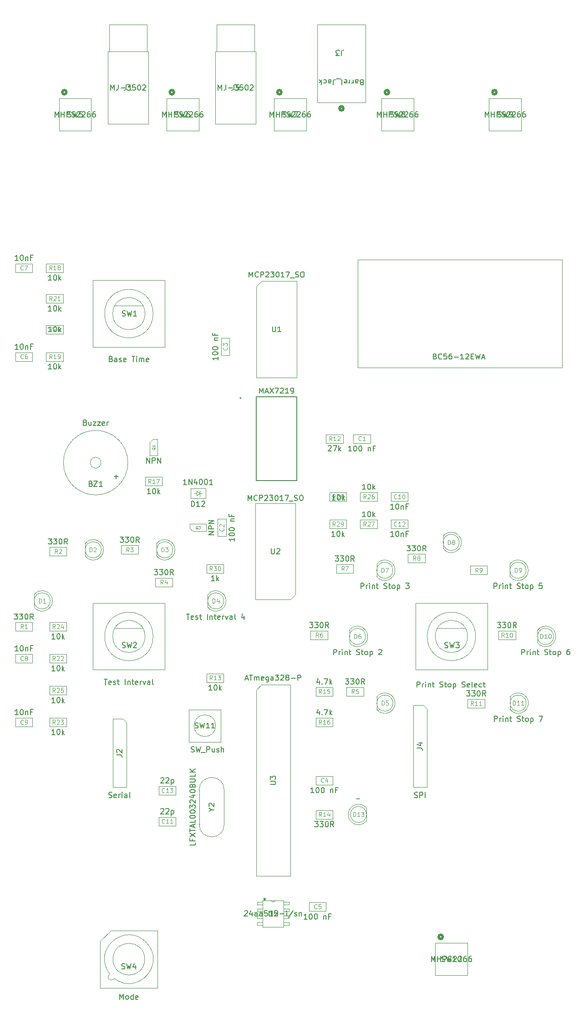
<source format=gbr>
%TF.GenerationSoftware,KiCad,Pcbnew,9.0.6*%
%TF.CreationDate,2026-02-15T15:46:47-05:00*%
%TF.ProjectId,Darkroom Timer,4461726b-726f-46f6-9d20-54696d65722e,rev?*%
%TF.SameCoordinates,Original*%
%TF.FileFunction,AssemblyDrawing,Top*%
%FSLAX46Y46*%
G04 Gerber Fmt 4.6, Leading zero omitted, Abs format (unit mm)*
G04 Created by KiCad (PCBNEW 9.0.6) date 2026-02-15 15:46:47*
%MOMM*%
%LPD*%
G01*
G04 APERTURE LIST*
%ADD10C,0.150000*%
%ADD11C,0.120000*%
%ADD12C,0.075000*%
%ADD13C,0.100000*%
%ADD14C,0.025400*%
%ADD15C,0.508000*%
%ADD16C,0.127000*%
%ADD17C,0.200000*%
%ADD18C,0.050000*%
G04 APERTURE END LIST*
D10*
X103569284Y-141424819D02*
X103569284Y-140424819D01*
X103569284Y-140424819D02*
X103950236Y-140424819D01*
X103950236Y-140424819D02*
X104045474Y-140472438D01*
X104045474Y-140472438D02*
X104093093Y-140520057D01*
X104093093Y-140520057D02*
X104140712Y-140615295D01*
X104140712Y-140615295D02*
X104140712Y-140758152D01*
X104140712Y-140758152D02*
X104093093Y-140853390D01*
X104093093Y-140853390D02*
X104045474Y-140901009D01*
X104045474Y-140901009D02*
X103950236Y-140948628D01*
X103950236Y-140948628D02*
X103569284Y-140948628D01*
X104569284Y-141424819D02*
X104569284Y-140758152D01*
X104569284Y-140948628D02*
X104616903Y-140853390D01*
X104616903Y-140853390D02*
X104664522Y-140805771D01*
X104664522Y-140805771D02*
X104759760Y-140758152D01*
X104759760Y-140758152D02*
X104854998Y-140758152D01*
X105188332Y-141424819D02*
X105188332Y-140758152D01*
X105188332Y-140424819D02*
X105140713Y-140472438D01*
X105140713Y-140472438D02*
X105188332Y-140520057D01*
X105188332Y-140520057D02*
X105235951Y-140472438D01*
X105235951Y-140472438D02*
X105188332Y-140424819D01*
X105188332Y-140424819D02*
X105188332Y-140520057D01*
X105664522Y-140758152D02*
X105664522Y-141424819D01*
X105664522Y-140853390D02*
X105712141Y-140805771D01*
X105712141Y-140805771D02*
X105807379Y-140758152D01*
X105807379Y-140758152D02*
X105950236Y-140758152D01*
X105950236Y-140758152D02*
X106045474Y-140805771D01*
X106045474Y-140805771D02*
X106093093Y-140901009D01*
X106093093Y-140901009D02*
X106093093Y-141424819D01*
X106426427Y-140758152D02*
X106807379Y-140758152D01*
X106569284Y-140424819D02*
X106569284Y-141281961D01*
X106569284Y-141281961D02*
X106616903Y-141377200D01*
X106616903Y-141377200D02*
X106712141Y-141424819D01*
X106712141Y-141424819D02*
X106807379Y-141424819D01*
X107854999Y-141377200D02*
X107997856Y-141424819D01*
X107997856Y-141424819D02*
X108235951Y-141424819D01*
X108235951Y-141424819D02*
X108331189Y-141377200D01*
X108331189Y-141377200D02*
X108378808Y-141329580D01*
X108378808Y-141329580D02*
X108426427Y-141234342D01*
X108426427Y-141234342D02*
X108426427Y-141139104D01*
X108426427Y-141139104D02*
X108378808Y-141043866D01*
X108378808Y-141043866D02*
X108331189Y-140996247D01*
X108331189Y-140996247D02*
X108235951Y-140948628D01*
X108235951Y-140948628D02*
X108045475Y-140901009D01*
X108045475Y-140901009D02*
X107950237Y-140853390D01*
X107950237Y-140853390D02*
X107902618Y-140805771D01*
X107902618Y-140805771D02*
X107854999Y-140710533D01*
X107854999Y-140710533D02*
X107854999Y-140615295D01*
X107854999Y-140615295D02*
X107902618Y-140520057D01*
X107902618Y-140520057D02*
X107950237Y-140472438D01*
X107950237Y-140472438D02*
X108045475Y-140424819D01*
X108045475Y-140424819D02*
X108283570Y-140424819D01*
X108283570Y-140424819D02*
X108426427Y-140472438D01*
X108712142Y-140758152D02*
X109093094Y-140758152D01*
X108854999Y-140424819D02*
X108854999Y-141281961D01*
X108854999Y-141281961D02*
X108902618Y-141377200D01*
X108902618Y-141377200D02*
X108997856Y-141424819D01*
X108997856Y-141424819D02*
X109093094Y-141424819D01*
X109569285Y-141424819D02*
X109474047Y-141377200D01*
X109474047Y-141377200D02*
X109426428Y-141329580D01*
X109426428Y-141329580D02*
X109378809Y-141234342D01*
X109378809Y-141234342D02*
X109378809Y-140948628D01*
X109378809Y-140948628D02*
X109426428Y-140853390D01*
X109426428Y-140853390D02*
X109474047Y-140805771D01*
X109474047Y-140805771D02*
X109569285Y-140758152D01*
X109569285Y-140758152D02*
X109712142Y-140758152D01*
X109712142Y-140758152D02*
X109807380Y-140805771D01*
X109807380Y-140805771D02*
X109854999Y-140853390D01*
X109854999Y-140853390D02*
X109902618Y-140948628D01*
X109902618Y-140948628D02*
X109902618Y-141234342D01*
X109902618Y-141234342D02*
X109854999Y-141329580D01*
X109854999Y-141329580D02*
X109807380Y-141377200D01*
X109807380Y-141377200D02*
X109712142Y-141424819D01*
X109712142Y-141424819D02*
X109569285Y-141424819D01*
X110331190Y-140758152D02*
X110331190Y-141758152D01*
X110331190Y-140805771D02*
X110426428Y-140758152D01*
X110426428Y-140758152D02*
X110616904Y-140758152D01*
X110616904Y-140758152D02*
X110712142Y-140805771D01*
X110712142Y-140805771D02*
X110759761Y-140853390D01*
X110759761Y-140853390D02*
X110807380Y-140948628D01*
X110807380Y-140948628D02*
X110807380Y-141234342D01*
X110807380Y-141234342D02*
X110759761Y-141329580D01*
X110759761Y-141329580D02*
X110712142Y-141377200D01*
X110712142Y-141377200D02*
X110616904Y-141424819D01*
X110616904Y-141424819D02*
X110426428Y-141424819D01*
X110426428Y-141424819D02*
X110331190Y-141377200D01*
X111950238Y-141377200D02*
X112093095Y-141424819D01*
X112093095Y-141424819D02*
X112331190Y-141424819D01*
X112331190Y-141424819D02*
X112426428Y-141377200D01*
X112426428Y-141377200D02*
X112474047Y-141329580D01*
X112474047Y-141329580D02*
X112521666Y-141234342D01*
X112521666Y-141234342D02*
X112521666Y-141139104D01*
X112521666Y-141139104D02*
X112474047Y-141043866D01*
X112474047Y-141043866D02*
X112426428Y-140996247D01*
X112426428Y-140996247D02*
X112331190Y-140948628D01*
X112331190Y-140948628D02*
X112140714Y-140901009D01*
X112140714Y-140901009D02*
X112045476Y-140853390D01*
X112045476Y-140853390D02*
X111997857Y-140805771D01*
X111997857Y-140805771D02*
X111950238Y-140710533D01*
X111950238Y-140710533D02*
X111950238Y-140615295D01*
X111950238Y-140615295D02*
X111997857Y-140520057D01*
X111997857Y-140520057D02*
X112045476Y-140472438D01*
X112045476Y-140472438D02*
X112140714Y-140424819D01*
X112140714Y-140424819D02*
X112378809Y-140424819D01*
X112378809Y-140424819D02*
X112521666Y-140472438D01*
X113331190Y-141377200D02*
X113235952Y-141424819D01*
X113235952Y-141424819D02*
X113045476Y-141424819D01*
X113045476Y-141424819D02*
X112950238Y-141377200D01*
X112950238Y-141377200D02*
X112902619Y-141281961D01*
X112902619Y-141281961D02*
X112902619Y-140901009D01*
X112902619Y-140901009D02*
X112950238Y-140805771D01*
X112950238Y-140805771D02*
X113045476Y-140758152D01*
X113045476Y-140758152D02*
X113235952Y-140758152D01*
X113235952Y-140758152D02*
X113331190Y-140805771D01*
X113331190Y-140805771D02*
X113378809Y-140901009D01*
X113378809Y-140901009D02*
X113378809Y-140996247D01*
X113378809Y-140996247D02*
X112902619Y-141091485D01*
X113950238Y-141424819D02*
X113855000Y-141377200D01*
X113855000Y-141377200D02*
X113807381Y-141281961D01*
X113807381Y-141281961D02*
X113807381Y-140424819D01*
X114712143Y-141377200D02*
X114616905Y-141424819D01*
X114616905Y-141424819D02*
X114426429Y-141424819D01*
X114426429Y-141424819D02*
X114331191Y-141377200D01*
X114331191Y-141377200D02*
X114283572Y-141281961D01*
X114283572Y-141281961D02*
X114283572Y-140901009D01*
X114283572Y-140901009D02*
X114331191Y-140805771D01*
X114331191Y-140805771D02*
X114426429Y-140758152D01*
X114426429Y-140758152D02*
X114616905Y-140758152D01*
X114616905Y-140758152D02*
X114712143Y-140805771D01*
X114712143Y-140805771D02*
X114759762Y-140901009D01*
X114759762Y-140901009D02*
X114759762Y-140996247D01*
X114759762Y-140996247D02*
X114283572Y-141091485D01*
X115616905Y-141377200D02*
X115521667Y-141424819D01*
X115521667Y-141424819D02*
X115331191Y-141424819D01*
X115331191Y-141424819D02*
X115235953Y-141377200D01*
X115235953Y-141377200D02*
X115188334Y-141329580D01*
X115188334Y-141329580D02*
X115140715Y-141234342D01*
X115140715Y-141234342D02*
X115140715Y-140948628D01*
X115140715Y-140948628D02*
X115188334Y-140853390D01*
X115188334Y-140853390D02*
X115235953Y-140805771D01*
X115235953Y-140805771D02*
X115331191Y-140758152D01*
X115331191Y-140758152D02*
X115521667Y-140758152D01*
X115521667Y-140758152D02*
X115616905Y-140805771D01*
X115902620Y-140758152D02*
X116283572Y-140758152D01*
X116045477Y-140424819D02*
X116045477Y-141281961D01*
X116045477Y-141281961D02*
X116093096Y-141377200D01*
X116093096Y-141377200D02*
X116188334Y-141424819D01*
X116188334Y-141424819D02*
X116283572Y-141424819D01*
X99258571Y-108349819D02*
X98687143Y-108349819D01*
X98972857Y-108349819D02*
X98972857Y-107349819D01*
X98972857Y-107349819D02*
X98877619Y-107492676D01*
X98877619Y-107492676D02*
X98782381Y-107587914D01*
X98782381Y-107587914D02*
X98687143Y-107635533D01*
X99877619Y-107349819D02*
X99972857Y-107349819D01*
X99972857Y-107349819D02*
X100068095Y-107397438D01*
X100068095Y-107397438D02*
X100115714Y-107445057D01*
X100115714Y-107445057D02*
X100163333Y-107540295D01*
X100163333Y-107540295D02*
X100210952Y-107730771D01*
X100210952Y-107730771D02*
X100210952Y-107968866D01*
X100210952Y-107968866D02*
X100163333Y-108159342D01*
X100163333Y-108159342D02*
X100115714Y-108254580D01*
X100115714Y-108254580D02*
X100068095Y-108302200D01*
X100068095Y-108302200D02*
X99972857Y-108349819D01*
X99972857Y-108349819D02*
X99877619Y-108349819D01*
X99877619Y-108349819D02*
X99782381Y-108302200D01*
X99782381Y-108302200D02*
X99734762Y-108254580D01*
X99734762Y-108254580D02*
X99687143Y-108159342D01*
X99687143Y-108159342D02*
X99639524Y-107968866D01*
X99639524Y-107968866D02*
X99639524Y-107730771D01*
X99639524Y-107730771D02*
X99687143Y-107540295D01*
X99687143Y-107540295D02*
X99734762Y-107445057D01*
X99734762Y-107445057D02*
X99782381Y-107397438D01*
X99782381Y-107397438D02*
X99877619Y-107349819D01*
X100639524Y-107683152D02*
X100639524Y-108349819D01*
X100639524Y-107778390D02*
X100687143Y-107730771D01*
X100687143Y-107730771D02*
X100782381Y-107683152D01*
X100782381Y-107683152D02*
X100925238Y-107683152D01*
X100925238Y-107683152D02*
X101020476Y-107730771D01*
X101020476Y-107730771D02*
X101068095Y-107826009D01*
X101068095Y-107826009D02*
X101068095Y-108349819D01*
X101877619Y-107826009D02*
X101544286Y-107826009D01*
X101544286Y-108349819D02*
X101544286Y-107349819D01*
X101544286Y-107349819D02*
X102020476Y-107349819D01*
D11*
X99815714Y-106332664D02*
X99777618Y-106370760D01*
X99777618Y-106370760D02*
X99663333Y-106408855D01*
X99663333Y-106408855D02*
X99587142Y-106408855D01*
X99587142Y-106408855D02*
X99472856Y-106370760D01*
X99472856Y-106370760D02*
X99396666Y-106294569D01*
X99396666Y-106294569D02*
X99358571Y-106218379D01*
X99358571Y-106218379D02*
X99320475Y-106065998D01*
X99320475Y-106065998D02*
X99320475Y-105951712D01*
X99320475Y-105951712D02*
X99358571Y-105799331D01*
X99358571Y-105799331D02*
X99396666Y-105723140D01*
X99396666Y-105723140D02*
X99472856Y-105646950D01*
X99472856Y-105646950D02*
X99587142Y-105608855D01*
X99587142Y-105608855D02*
X99663333Y-105608855D01*
X99663333Y-105608855D02*
X99777618Y-105646950D01*
X99777618Y-105646950D02*
X99815714Y-105685045D01*
X100577618Y-106408855D02*
X100120475Y-106408855D01*
X100349047Y-106408855D02*
X100349047Y-105608855D01*
X100349047Y-105608855D02*
X100272856Y-105723140D01*
X100272856Y-105723140D02*
X100196666Y-105799331D01*
X100196666Y-105799331D02*
X100120475Y-105837426D01*
X101072857Y-105608855D02*
X101149047Y-105608855D01*
X101149047Y-105608855D02*
X101225238Y-105646950D01*
X101225238Y-105646950D02*
X101263333Y-105685045D01*
X101263333Y-105685045D02*
X101301428Y-105761236D01*
X101301428Y-105761236D02*
X101339523Y-105913617D01*
X101339523Y-105913617D02*
X101339523Y-106104093D01*
X101339523Y-106104093D02*
X101301428Y-106256474D01*
X101301428Y-106256474D02*
X101263333Y-106332664D01*
X101263333Y-106332664D02*
X101225238Y-106370760D01*
X101225238Y-106370760D02*
X101149047Y-106408855D01*
X101149047Y-106408855D02*
X101072857Y-106408855D01*
X101072857Y-106408855D02*
X100996666Y-106370760D01*
X100996666Y-106370760D02*
X100958571Y-106332664D01*
X100958571Y-106332664D02*
X100920476Y-106256474D01*
X100920476Y-106256474D02*
X100882380Y-106104093D01*
X100882380Y-106104093D02*
X100882380Y-105913617D01*
X100882380Y-105913617D02*
X100920476Y-105761236D01*
X100920476Y-105761236D02*
X100958571Y-105685045D01*
X100958571Y-105685045D02*
X100996666Y-105646950D01*
X100996666Y-105646950D02*
X101072857Y-105608855D01*
D10*
X96261905Y-35454819D02*
X96261905Y-34454819D01*
X96261905Y-34454819D02*
X96595238Y-35169104D01*
X96595238Y-35169104D02*
X96928571Y-34454819D01*
X96928571Y-34454819D02*
X96928571Y-35454819D01*
X97404762Y-35454819D02*
X97404762Y-34454819D01*
X97404762Y-34931009D02*
X97976190Y-34931009D01*
X97976190Y-35454819D02*
X97976190Y-34454819D01*
X98452381Y-35454819D02*
X98452381Y-34454819D01*
X98452381Y-34454819D02*
X98833333Y-34454819D01*
X98833333Y-34454819D02*
X98928571Y-34502438D01*
X98928571Y-34502438D02*
X98976190Y-34550057D01*
X98976190Y-34550057D02*
X99023809Y-34645295D01*
X99023809Y-34645295D02*
X99023809Y-34788152D01*
X99023809Y-34788152D02*
X98976190Y-34883390D01*
X98976190Y-34883390D02*
X98928571Y-34931009D01*
X98928571Y-34931009D02*
X98833333Y-34978628D01*
X98833333Y-34978628D02*
X98452381Y-34978628D01*
X99404762Y-35407200D02*
X99547619Y-35454819D01*
X99547619Y-35454819D02*
X99785714Y-35454819D01*
X99785714Y-35454819D02*
X99880952Y-35407200D01*
X99880952Y-35407200D02*
X99928571Y-35359580D01*
X99928571Y-35359580D02*
X99976190Y-35264342D01*
X99976190Y-35264342D02*
X99976190Y-35169104D01*
X99976190Y-35169104D02*
X99928571Y-35073866D01*
X99928571Y-35073866D02*
X99880952Y-35026247D01*
X99880952Y-35026247D02*
X99785714Y-34978628D01*
X99785714Y-34978628D02*
X99595238Y-34931009D01*
X99595238Y-34931009D02*
X99500000Y-34883390D01*
X99500000Y-34883390D02*
X99452381Y-34835771D01*
X99452381Y-34835771D02*
X99404762Y-34740533D01*
X99404762Y-34740533D02*
X99404762Y-34645295D01*
X99404762Y-34645295D02*
X99452381Y-34550057D01*
X99452381Y-34550057D02*
X99500000Y-34502438D01*
X99500000Y-34502438D02*
X99595238Y-34454819D01*
X99595238Y-34454819D02*
X99833333Y-34454819D01*
X99833333Y-34454819D02*
X99976190Y-34502438D01*
X100357143Y-34550057D02*
X100404762Y-34502438D01*
X100404762Y-34502438D02*
X100500000Y-34454819D01*
X100500000Y-34454819D02*
X100738095Y-34454819D01*
X100738095Y-34454819D02*
X100833333Y-34502438D01*
X100833333Y-34502438D02*
X100880952Y-34550057D01*
X100880952Y-34550057D02*
X100928571Y-34645295D01*
X100928571Y-34645295D02*
X100928571Y-34740533D01*
X100928571Y-34740533D02*
X100880952Y-34883390D01*
X100880952Y-34883390D02*
X100309524Y-35454819D01*
X100309524Y-35454819D02*
X100928571Y-35454819D01*
X101309524Y-34550057D02*
X101357143Y-34502438D01*
X101357143Y-34502438D02*
X101452381Y-34454819D01*
X101452381Y-34454819D02*
X101690476Y-34454819D01*
X101690476Y-34454819D02*
X101785714Y-34502438D01*
X101785714Y-34502438D02*
X101833333Y-34550057D01*
X101833333Y-34550057D02*
X101880952Y-34645295D01*
X101880952Y-34645295D02*
X101880952Y-34740533D01*
X101880952Y-34740533D02*
X101833333Y-34883390D01*
X101833333Y-34883390D02*
X101261905Y-35454819D01*
X101261905Y-35454819D02*
X101880952Y-35454819D01*
X102738095Y-34454819D02*
X102547619Y-34454819D01*
X102547619Y-34454819D02*
X102452381Y-34502438D01*
X102452381Y-34502438D02*
X102404762Y-34550057D01*
X102404762Y-34550057D02*
X102309524Y-34692914D01*
X102309524Y-34692914D02*
X102261905Y-34883390D01*
X102261905Y-34883390D02*
X102261905Y-35264342D01*
X102261905Y-35264342D02*
X102309524Y-35359580D01*
X102309524Y-35359580D02*
X102357143Y-35407200D01*
X102357143Y-35407200D02*
X102452381Y-35454819D01*
X102452381Y-35454819D02*
X102642857Y-35454819D01*
X102642857Y-35454819D02*
X102738095Y-35407200D01*
X102738095Y-35407200D02*
X102785714Y-35359580D01*
X102785714Y-35359580D02*
X102833333Y-35264342D01*
X102833333Y-35264342D02*
X102833333Y-35026247D01*
X102833333Y-35026247D02*
X102785714Y-34931009D01*
X102785714Y-34931009D02*
X102738095Y-34883390D01*
X102738095Y-34883390D02*
X102642857Y-34835771D01*
X102642857Y-34835771D02*
X102452381Y-34835771D01*
X102452381Y-34835771D02*
X102357143Y-34883390D01*
X102357143Y-34883390D02*
X102309524Y-34931009D01*
X102309524Y-34931009D02*
X102261905Y-35026247D01*
X103690476Y-34454819D02*
X103500000Y-34454819D01*
X103500000Y-34454819D02*
X103404762Y-34502438D01*
X103404762Y-34502438D02*
X103357143Y-34550057D01*
X103357143Y-34550057D02*
X103261905Y-34692914D01*
X103261905Y-34692914D02*
X103214286Y-34883390D01*
X103214286Y-34883390D02*
X103214286Y-35264342D01*
X103214286Y-35264342D02*
X103261905Y-35359580D01*
X103261905Y-35359580D02*
X103309524Y-35407200D01*
X103309524Y-35407200D02*
X103404762Y-35454819D01*
X103404762Y-35454819D02*
X103595238Y-35454819D01*
X103595238Y-35454819D02*
X103690476Y-35407200D01*
X103690476Y-35407200D02*
X103738095Y-35359580D01*
X103738095Y-35359580D02*
X103785714Y-35264342D01*
X103785714Y-35264342D02*
X103785714Y-35026247D01*
X103785714Y-35026247D02*
X103738095Y-34931009D01*
X103738095Y-34931009D02*
X103690476Y-34883390D01*
X103690476Y-34883390D02*
X103595238Y-34835771D01*
X103595238Y-34835771D02*
X103404762Y-34835771D01*
X103404762Y-34835771D02*
X103309524Y-34883390D01*
X103309524Y-34883390D02*
X103261905Y-34931009D01*
X103261905Y-34931009D02*
X103214286Y-35026247D01*
X98666667Y-35407200D02*
X98809524Y-35454819D01*
X98809524Y-35454819D02*
X99047619Y-35454819D01*
X99047619Y-35454819D02*
X99142857Y-35407200D01*
X99142857Y-35407200D02*
X99190476Y-35359580D01*
X99190476Y-35359580D02*
X99238095Y-35264342D01*
X99238095Y-35264342D02*
X99238095Y-35169104D01*
X99238095Y-35169104D02*
X99190476Y-35073866D01*
X99190476Y-35073866D02*
X99142857Y-35026247D01*
X99142857Y-35026247D02*
X99047619Y-34978628D01*
X99047619Y-34978628D02*
X98857143Y-34931009D01*
X98857143Y-34931009D02*
X98761905Y-34883390D01*
X98761905Y-34883390D02*
X98714286Y-34835771D01*
X98714286Y-34835771D02*
X98666667Y-34740533D01*
X98666667Y-34740533D02*
X98666667Y-34645295D01*
X98666667Y-34645295D02*
X98714286Y-34550057D01*
X98714286Y-34550057D02*
X98761905Y-34502438D01*
X98761905Y-34502438D02*
X98857143Y-34454819D01*
X98857143Y-34454819D02*
X99095238Y-34454819D01*
X99095238Y-34454819D02*
X99238095Y-34502438D01*
X99571429Y-34454819D02*
X99809524Y-35454819D01*
X99809524Y-35454819D02*
X100000000Y-34740533D01*
X100000000Y-34740533D02*
X100190476Y-35454819D01*
X100190476Y-35454819D02*
X100428572Y-34454819D01*
X100952381Y-34883390D02*
X100857143Y-34835771D01*
X100857143Y-34835771D02*
X100809524Y-34788152D01*
X100809524Y-34788152D02*
X100761905Y-34692914D01*
X100761905Y-34692914D02*
X100761905Y-34645295D01*
X100761905Y-34645295D02*
X100809524Y-34550057D01*
X100809524Y-34550057D02*
X100857143Y-34502438D01*
X100857143Y-34502438D02*
X100952381Y-34454819D01*
X100952381Y-34454819D02*
X101142857Y-34454819D01*
X101142857Y-34454819D02*
X101238095Y-34502438D01*
X101238095Y-34502438D02*
X101285714Y-34550057D01*
X101285714Y-34550057D02*
X101333333Y-34645295D01*
X101333333Y-34645295D02*
X101333333Y-34692914D01*
X101333333Y-34692914D02*
X101285714Y-34788152D01*
X101285714Y-34788152D02*
X101238095Y-34835771D01*
X101238095Y-34835771D02*
X101142857Y-34883390D01*
X101142857Y-34883390D02*
X100952381Y-34883390D01*
X100952381Y-34883390D02*
X100857143Y-34931009D01*
X100857143Y-34931009D02*
X100809524Y-34978628D01*
X100809524Y-34978628D02*
X100761905Y-35073866D01*
X100761905Y-35073866D02*
X100761905Y-35264342D01*
X100761905Y-35264342D02*
X100809524Y-35359580D01*
X100809524Y-35359580D02*
X100857143Y-35407200D01*
X100857143Y-35407200D02*
X100952381Y-35454819D01*
X100952381Y-35454819D02*
X101142857Y-35454819D01*
X101142857Y-35454819D02*
X101238095Y-35407200D01*
X101238095Y-35407200D02*
X101285714Y-35359580D01*
X101285714Y-35359580D02*
X101333333Y-35264342D01*
X101333333Y-35264342D02*
X101333333Y-35073866D01*
X101333333Y-35073866D02*
X101285714Y-34978628D01*
X101285714Y-34978628D02*
X101238095Y-34931009D01*
X101238095Y-34931009D02*
X101142857Y-34883390D01*
X83161428Y-184549819D02*
X82590000Y-184549819D01*
X82875714Y-184549819D02*
X82875714Y-183549819D01*
X82875714Y-183549819D02*
X82780476Y-183692676D01*
X82780476Y-183692676D02*
X82685238Y-183787914D01*
X82685238Y-183787914D02*
X82590000Y-183835533D01*
X83780476Y-183549819D02*
X83875714Y-183549819D01*
X83875714Y-183549819D02*
X83970952Y-183597438D01*
X83970952Y-183597438D02*
X84018571Y-183645057D01*
X84018571Y-183645057D02*
X84066190Y-183740295D01*
X84066190Y-183740295D02*
X84113809Y-183930771D01*
X84113809Y-183930771D02*
X84113809Y-184168866D01*
X84113809Y-184168866D02*
X84066190Y-184359342D01*
X84066190Y-184359342D02*
X84018571Y-184454580D01*
X84018571Y-184454580D02*
X83970952Y-184502200D01*
X83970952Y-184502200D02*
X83875714Y-184549819D01*
X83875714Y-184549819D02*
X83780476Y-184549819D01*
X83780476Y-184549819D02*
X83685238Y-184502200D01*
X83685238Y-184502200D02*
X83637619Y-184454580D01*
X83637619Y-184454580D02*
X83590000Y-184359342D01*
X83590000Y-184359342D02*
X83542381Y-184168866D01*
X83542381Y-184168866D02*
X83542381Y-183930771D01*
X83542381Y-183930771D02*
X83590000Y-183740295D01*
X83590000Y-183740295D02*
X83637619Y-183645057D01*
X83637619Y-183645057D02*
X83685238Y-183597438D01*
X83685238Y-183597438D02*
X83780476Y-183549819D01*
X84732857Y-183549819D02*
X84828095Y-183549819D01*
X84828095Y-183549819D02*
X84923333Y-183597438D01*
X84923333Y-183597438D02*
X84970952Y-183645057D01*
X84970952Y-183645057D02*
X85018571Y-183740295D01*
X85018571Y-183740295D02*
X85066190Y-183930771D01*
X85066190Y-183930771D02*
X85066190Y-184168866D01*
X85066190Y-184168866D02*
X85018571Y-184359342D01*
X85018571Y-184359342D02*
X84970952Y-184454580D01*
X84970952Y-184454580D02*
X84923333Y-184502200D01*
X84923333Y-184502200D02*
X84828095Y-184549819D01*
X84828095Y-184549819D02*
X84732857Y-184549819D01*
X84732857Y-184549819D02*
X84637619Y-184502200D01*
X84637619Y-184502200D02*
X84590000Y-184454580D01*
X84590000Y-184454580D02*
X84542381Y-184359342D01*
X84542381Y-184359342D02*
X84494762Y-184168866D01*
X84494762Y-184168866D02*
X84494762Y-183930771D01*
X84494762Y-183930771D02*
X84542381Y-183740295D01*
X84542381Y-183740295D02*
X84590000Y-183645057D01*
X84590000Y-183645057D02*
X84637619Y-183597438D01*
X84637619Y-183597438D02*
X84732857Y-183549819D01*
X86256667Y-183883152D02*
X86256667Y-184549819D01*
X86256667Y-183978390D02*
X86304286Y-183930771D01*
X86304286Y-183930771D02*
X86399524Y-183883152D01*
X86399524Y-183883152D02*
X86542381Y-183883152D01*
X86542381Y-183883152D02*
X86637619Y-183930771D01*
X86637619Y-183930771D02*
X86685238Y-184026009D01*
X86685238Y-184026009D02*
X86685238Y-184549819D01*
X87494762Y-184026009D02*
X87161429Y-184026009D01*
X87161429Y-184549819D02*
X87161429Y-183549819D01*
X87161429Y-183549819D02*
X87637619Y-183549819D01*
D11*
X84956667Y-182532664D02*
X84918571Y-182570760D01*
X84918571Y-182570760D02*
X84804286Y-182608855D01*
X84804286Y-182608855D02*
X84728095Y-182608855D01*
X84728095Y-182608855D02*
X84613809Y-182570760D01*
X84613809Y-182570760D02*
X84537619Y-182494569D01*
X84537619Y-182494569D02*
X84499524Y-182418379D01*
X84499524Y-182418379D02*
X84461428Y-182265998D01*
X84461428Y-182265998D02*
X84461428Y-182151712D01*
X84461428Y-182151712D02*
X84499524Y-181999331D01*
X84499524Y-181999331D02*
X84537619Y-181923140D01*
X84537619Y-181923140D02*
X84613809Y-181846950D01*
X84613809Y-181846950D02*
X84728095Y-181808855D01*
X84728095Y-181808855D02*
X84804286Y-181808855D01*
X84804286Y-181808855D02*
X84918571Y-181846950D01*
X84918571Y-181846950D02*
X84956667Y-181885045D01*
X85680476Y-181808855D02*
X85299524Y-181808855D01*
X85299524Y-181808855D02*
X85261428Y-182189807D01*
X85261428Y-182189807D02*
X85299524Y-182151712D01*
X85299524Y-182151712D02*
X85375714Y-182113617D01*
X85375714Y-182113617D02*
X85566190Y-182113617D01*
X85566190Y-182113617D02*
X85642381Y-182151712D01*
X85642381Y-182151712D02*
X85680476Y-182189807D01*
X85680476Y-182189807D02*
X85718571Y-182265998D01*
X85718571Y-182265998D02*
X85718571Y-182456474D01*
X85718571Y-182456474D02*
X85680476Y-182532664D01*
X85680476Y-182532664D02*
X85642381Y-182570760D01*
X85642381Y-182570760D02*
X85566190Y-182608855D01*
X85566190Y-182608855D02*
X85375714Y-182608855D01*
X85375714Y-182608855D02*
X85299524Y-182570760D01*
X85299524Y-182570760D02*
X85261428Y-182532664D01*
D10*
X92448095Y-162213866D02*
X92495714Y-162166247D01*
X92495714Y-162166247D02*
X92590952Y-162118628D01*
X92590952Y-162118628D02*
X92781428Y-162213866D01*
X92781428Y-162213866D02*
X92876666Y-162166247D01*
X92876666Y-162166247D02*
X92924285Y-162118628D01*
D11*
X91738571Y-165463855D02*
X91738571Y-164663855D01*
X91738571Y-164663855D02*
X91929047Y-164663855D01*
X91929047Y-164663855D02*
X92043333Y-164701950D01*
X92043333Y-164701950D02*
X92119523Y-164778140D01*
X92119523Y-164778140D02*
X92157618Y-164854331D01*
X92157618Y-164854331D02*
X92195714Y-165006712D01*
X92195714Y-165006712D02*
X92195714Y-165120998D01*
X92195714Y-165120998D02*
X92157618Y-165273379D01*
X92157618Y-165273379D02*
X92119523Y-165349569D01*
X92119523Y-165349569D02*
X92043333Y-165425760D01*
X92043333Y-165425760D02*
X91929047Y-165463855D01*
X91929047Y-165463855D02*
X91738571Y-165463855D01*
X92957618Y-165463855D02*
X92500475Y-165463855D01*
X92729047Y-165463855D02*
X92729047Y-164663855D01*
X92729047Y-164663855D02*
X92652856Y-164778140D01*
X92652856Y-164778140D02*
X92576666Y-164854331D01*
X92576666Y-164854331D02*
X92500475Y-164892426D01*
X93224285Y-164663855D02*
X93719523Y-164663855D01*
X93719523Y-164663855D02*
X93452857Y-164968617D01*
X93452857Y-164968617D02*
X93567142Y-164968617D01*
X93567142Y-164968617D02*
X93643333Y-165006712D01*
X93643333Y-165006712D02*
X93681428Y-165044807D01*
X93681428Y-165044807D02*
X93719523Y-165120998D01*
X93719523Y-165120998D02*
X93719523Y-165311474D01*
X93719523Y-165311474D02*
X93681428Y-165387664D01*
X93681428Y-165387664D02*
X93643333Y-165425760D01*
X93643333Y-165425760D02*
X93567142Y-165463855D01*
X93567142Y-165463855D02*
X93338571Y-165463855D01*
X93338571Y-165463855D02*
X93262380Y-165425760D01*
X93262380Y-165425760D02*
X93224285Y-165387664D01*
D10*
X118544286Y-129384819D02*
X119163333Y-129384819D01*
X119163333Y-129384819D02*
X118830000Y-129765771D01*
X118830000Y-129765771D02*
X118972857Y-129765771D01*
X118972857Y-129765771D02*
X119068095Y-129813390D01*
X119068095Y-129813390D02*
X119115714Y-129861009D01*
X119115714Y-129861009D02*
X119163333Y-129956247D01*
X119163333Y-129956247D02*
X119163333Y-130194342D01*
X119163333Y-130194342D02*
X119115714Y-130289580D01*
X119115714Y-130289580D02*
X119068095Y-130337200D01*
X119068095Y-130337200D02*
X118972857Y-130384819D01*
X118972857Y-130384819D02*
X118687143Y-130384819D01*
X118687143Y-130384819D02*
X118591905Y-130337200D01*
X118591905Y-130337200D02*
X118544286Y-130289580D01*
X119496667Y-129384819D02*
X120115714Y-129384819D01*
X120115714Y-129384819D02*
X119782381Y-129765771D01*
X119782381Y-129765771D02*
X119925238Y-129765771D01*
X119925238Y-129765771D02*
X120020476Y-129813390D01*
X120020476Y-129813390D02*
X120068095Y-129861009D01*
X120068095Y-129861009D02*
X120115714Y-129956247D01*
X120115714Y-129956247D02*
X120115714Y-130194342D01*
X120115714Y-130194342D02*
X120068095Y-130289580D01*
X120068095Y-130289580D02*
X120020476Y-130337200D01*
X120020476Y-130337200D02*
X119925238Y-130384819D01*
X119925238Y-130384819D02*
X119639524Y-130384819D01*
X119639524Y-130384819D02*
X119544286Y-130337200D01*
X119544286Y-130337200D02*
X119496667Y-130289580D01*
X120734762Y-129384819D02*
X120830000Y-129384819D01*
X120830000Y-129384819D02*
X120925238Y-129432438D01*
X120925238Y-129432438D02*
X120972857Y-129480057D01*
X120972857Y-129480057D02*
X121020476Y-129575295D01*
X121020476Y-129575295D02*
X121068095Y-129765771D01*
X121068095Y-129765771D02*
X121068095Y-130003866D01*
X121068095Y-130003866D02*
X121020476Y-130194342D01*
X121020476Y-130194342D02*
X120972857Y-130289580D01*
X120972857Y-130289580D02*
X120925238Y-130337200D01*
X120925238Y-130337200D02*
X120830000Y-130384819D01*
X120830000Y-130384819D02*
X120734762Y-130384819D01*
X120734762Y-130384819D02*
X120639524Y-130337200D01*
X120639524Y-130337200D02*
X120591905Y-130289580D01*
X120591905Y-130289580D02*
X120544286Y-130194342D01*
X120544286Y-130194342D02*
X120496667Y-130003866D01*
X120496667Y-130003866D02*
X120496667Y-129765771D01*
X120496667Y-129765771D02*
X120544286Y-129575295D01*
X120544286Y-129575295D02*
X120591905Y-129480057D01*
X120591905Y-129480057D02*
X120639524Y-129432438D01*
X120639524Y-129432438D02*
X120734762Y-129384819D01*
X122068095Y-130384819D02*
X121734762Y-129908628D01*
X121496667Y-130384819D02*
X121496667Y-129384819D01*
X121496667Y-129384819D02*
X121877619Y-129384819D01*
X121877619Y-129384819D02*
X121972857Y-129432438D01*
X121972857Y-129432438D02*
X122020476Y-129480057D01*
X122020476Y-129480057D02*
X122068095Y-129575295D01*
X122068095Y-129575295D02*
X122068095Y-129718152D01*
X122068095Y-129718152D02*
X122020476Y-129813390D01*
X122020476Y-129813390D02*
X121972857Y-129861009D01*
X121972857Y-129861009D02*
X121877619Y-129908628D01*
X121877619Y-129908628D02*
X121496667Y-129908628D01*
D11*
X119815714Y-132123855D02*
X119549047Y-131742902D01*
X119358571Y-132123855D02*
X119358571Y-131323855D01*
X119358571Y-131323855D02*
X119663333Y-131323855D01*
X119663333Y-131323855D02*
X119739523Y-131361950D01*
X119739523Y-131361950D02*
X119777618Y-131400045D01*
X119777618Y-131400045D02*
X119815714Y-131476236D01*
X119815714Y-131476236D02*
X119815714Y-131590521D01*
X119815714Y-131590521D02*
X119777618Y-131666712D01*
X119777618Y-131666712D02*
X119739523Y-131704807D01*
X119739523Y-131704807D02*
X119663333Y-131742902D01*
X119663333Y-131742902D02*
X119358571Y-131742902D01*
X120577618Y-132123855D02*
X120120475Y-132123855D01*
X120349047Y-132123855D02*
X120349047Y-131323855D01*
X120349047Y-131323855D02*
X120272856Y-131438140D01*
X120272856Y-131438140D02*
X120196666Y-131514331D01*
X120196666Y-131514331D02*
X120120475Y-131552426D01*
X121072857Y-131323855D02*
X121149047Y-131323855D01*
X121149047Y-131323855D02*
X121225238Y-131361950D01*
X121225238Y-131361950D02*
X121263333Y-131400045D01*
X121263333Y-131400045D02*
X121301428Y-131476236D01*
X121301428Y-131476236D02*
X121339523Y-131628617D01*
X121339523Y-131628617D02*
X121339523Y-131819093D01*
X121339523Y-131819093D02*
X121301428Y-131971474D01*
X121301428Y-131971474D02*
X121263333Y-132047664D01*
X121263333Y-132047664D02*
X121225238Y-132085760D01*
X121225238Y-132085760D02*
X121149047Y-132123855D01*
X121149047Y-132123855D02*
X121072857Y-132123855D01*
X121072857Y-132123855D02*
X120996666Y-132085760D01*
X120996666Y-132085760D02*
X120958571Y-132047664D01*
X120958571Y-132047664D02*
X120920476Y-131971474D01*
X120920476Y-131971474D02*
X120882380Y-131819093D01*
X120882380Y-131819093D02*
X120882380Y-131628617D01*
X120882380Y-131628617D02*
X120920476Y-131476236D01*
X120920476Y-131476236D02*
X120958571Y-131400045D01*
X120958571Y-131400045D02*
X120996666Y-131361950D01*
X120996666Y-131361950D02*
X121072857Y-131323855D01*
D10*
X65819819Y-113069523D02*
X64819819Y-113069523D01*
X64819819Y-113069523D02*
X65819819Y-112498095D01*
X65819819Y-112498095D02*
X64819819Y-112498095D01*
X65819819Y-112021904D02*
X64819819Y-112021904D01*
X64819819Y-112021904D02*
X64819819Y-111640952D01*
X64819819Y-111640952D02*
X64867438Y-111545714D01*
X64867438Y-111545714D02*
X64915057Y-111498095D01*
X64915057Y-111498095D02*
X65010295Y-111450476D01*
X65010295Y-111450476D02*
X65153152Y-111450476D01*
X65153152Y-111450476D02*
X65248390Y-111498095D01*
X65248390Y-111498095D02*
X65296009Y-111545714D01*
X65296009Y-111545714D02*
X65343628Y-111640952D01*
X65343628Y-111640952D02*
X65343628Y-112021904D01*
X65819819Y-111021904D02*
X64819819Y-111021904D01*
X64819819Y-111021904D02*
X65819819Y-110450476D01*
X65819819Y-110450476D02*
X64819819Y-110450476D01*
D12*
X62817380Y-112035028D02*
X62769761Y-112011219D01*
X62769761Y-112011219D02*
X62722142Y-111963600D01*
X62722142Y-111963600D02*
X62650714Y-111892171D01*
X62650714Y-111892171D02*
X62603095Y-111868361D01*
X62603095Y-111868361D02*
X62555476Y-111868361D01*
X62579285Y-111987409D02*
X62531666Y-111963600D01*
X62531666Y-111963600D02*
X62484047Y-111915980D01*
X62484047Y-111915980D02*
X62460238Y-111820742D01*
X62460238Y-111820742D02*
X62460238Y-111654076D01*
X62460238Y-111654076D02*
X62484047Y-111558838D01*
X62484047Y-111558838D02*
X62531666Y-111511219D01*
X62531666Y-111511219D02*
X62579285Y-111487409D01*
X62579285Y-111487409D02*
X62674523Y-111487409D01*
X62674523Y-111487409D02*
X62722142Y-111511219D01*
X62722142Y-111511219D02*
X62769761Y-111558838D01*
X62769761Y-111558838D02*
X62793571Y-111654076D01*
X62793571Y-111654076D02*
X62793571Y-111820742D01*
X62793571Y-111820742D02*
X62769761Y-111915980D01*
X62769761Y-111915980D02*
X62722142Y-111963600D01*
X62722142Y-111963600D02*
X62674523Y-111987409D01*
X62674523Y-111987409D02*
X62579285Y-111987409D01*
X62960238Y-111487409D02*
X63269762Y-111487409D01*
X63269762Y-111487409D02*
X63103095Y-111677885D01*
X63103095Y-111677885D02*
X63174524Y-111677885D01*
X63174524Y-111677885D02*
X63222143Y-111701695D01*
X63222143Y-111701695D02*
X63245952Y-111725504D01*
X63245952Y-111725504D02*
X63269762Y-111773123D01*
X63269762Y-111773123D02*
X63269762Y-111892171D01*
X63269762Y-111892171D02*
X63245952Y-111939790D01*
X63245952Y-111939790D02*
X63222143Y-111963600D01*
X63222143Y-111963600D02*
X63174524Y-111987409D01*
X63174524Y-111987409D02*
X63031667Y-111987409D01*
X63031667Y-111987409D02*
X62984048Y-111963600D01*
X62984048Y-111963600D02*
X62960238Y-111939790D01*
D10*
X35599761Y-75384819D02*
X35028333Y-75384819D01*
X35314047Y-75384819D02*
X35314047Y-74384819D01*
X35314047Y-74384819D02*
X35218809Y-74527676D01*
X35218809Y-74527676D02*
X35123571Y-74622914D01*
X35123571Y-74622914D02*
X35028333Y-74670533D01*
X36218809Y-74384819D02*
X36314047Y-74384819D01*
X36314047Y-74384819D02*
X36409285Y-74432438D01*
X36409285Y-74432438D02*
X36456904Y-74480057D01*
X36456904Y-74480057D02*
X36504523Y-74575295D01*
X36504523Y-74575295D02*
X36552142Y-74765771D01*
X36552142Y-74765771D02*
X36552142Y-75003866D01*
X36552142Y-75003866D02*
X36504523Y-75194342D01*
X36504523Y-75194342D02*
X36456904Y-75289580D01*
X36456904Y-75289580D02*
X36409285Y-75337200D01*
X36409285Y-75337200D02*
X36314047Y-75384819D01*
X36314047Y-75384819D02*
X36218809Y-75384819D01*
X36218809Y-75384819D02*
X36123571Y-75337200D01*
X36123571Y-75337200D02*
X36075952Y-75289580D01*
X36075952Y-75289580D02*
X36028333Y-75194342D01*
X36028333Y-75194342D02*
X35980714Y-75003866D01*
X35980714Y-75003866D02*
X35980714Y-74765771D01*
X35980714Y-74765771D02*
X36028333Y-74575295D01*
X36028333Y-74575295D02*
X36075952Y-74480057D01*
X36075952Y-74480057D02*
X36123571Y-74432438D01*
X36123571Y-74432438D02*
X36218809Y-74384819D01*
X36980714Y-75384819D02*
X36980714Y-74384819D01*
X37075952Y-75003866D02*
X37361666Y-75384819D01*
X37361666Y-74718152D02*
X36980714Y-75099104D01*
D11*
X35680714Y-75293855D02*
X35414047Y-74912902D01*
X35223571Y-75293855D02*
X35223571Y-74493855D01*
X35223571Y-74493855D02*
X35528333Y-74493855D01*
X35528333Y-74493855D02*
X35604523Y-74531950D01*
X35604523Y-74531950D02*
X35642618Y-74570045D01*
X35642618Y-74570045D02*
X35680714Y-74646236D01*
X35680714Y-74646236D02*
X35680714Y-74760521D01*
X35680714Y-74760521D02*
X35642618Y-74836712D01*
X35642618Y-74836712D02*
X35604523Y-74874807D01*
X35604523Y-74874807D02*
X35528333Y-74912902D01*
X35528333Y-74912902D02*
X35223571Y-74912902D01*
X35985475Y-74570045D02*
X36023571Y-74531950D01*
X36023571Y-74531950D02*
X36099761Y-74493855D01*
X36099761Y-74493855D02*
X36290237Y-74493855D01*
X36290237Y-74493855D02*
X36366428Y-74531950D01*
X36366428Y-74531950D02*
X36404523Y-74570045D01*
X36404523Y-74570045D02*
X36442618Y-74646236D01*
X36442618Y-74646236D02*
X36442618Y-74722426D01*
X36442618Y-74722426D02*
X36404523Y-74836712D01*
X36404523Y-74836712D02*
X35947380Y-75293855D01*
X35947380Y-75293855D02*
X36442618Y-75293855D01*
X36937857Y-74493855D02*
X37014047Y-74493855D01*
X37014047Y-74493855D02*
X37090238Y-74531950D01*
X37090238Y-74531950D02*
X37128333Y-74570045D01*
X37128333Y-74570045D02*
X37166428Y-74646236D01*
X37166428Y-74646236D02*
X37204523Y-74798617D01*
X37204523Y-74798617D02*
X37204523Y-74989093D01*
X37204523Y-74989093D02*
X37166428Y-75141474D01*
X37166428Y-75141474D02*
X37128333Y-75217664D01*
X37128333Y-75217664D02*
X37090238Y-75255760D01*
X37090238Y-75255760D02*
X37014047Y-75293855D01*
X37014047Y-75293855D02*
X36937857Y-75293855D01*
X36937857Y-75293855D02*
X36861666Y-75255760D01*
X36861666Y-75255760D02*
X36823571Y-75217664D01*
X36823571Y-75217664D02*
X36785476Y-75141474D01*
X36785476Y-75141474D02*
X36747380Y-74989093D01*
X36747380Y-74989093D02*
X36747380Y-74798617D01*
X36747380Y-74798617D02*
X36785476Y-74646236D01*
X36785476Y-74646236D02*
X36823571Y-74570045D01*
X36823571Y-74570045D02*
X36861666Y-74531950D01*
X36861666Y-74531950D02*
X36937857Y-74493855D01*
D10*
X46606905Y-30455818D02*
X46606905Y-29455818D01*
X46606905Y-29455818D02*
X46940238Y-30170103D01*
X46940238Y-30170103D02*
X47273571Y-29455818D01*
X47273571Y-29455818D02*
X47273571Y-30455818D01*
X48035476Y-29455818D02*
X48035476Y-30170103D01*
X48035476Y-30170103D02*
X47987857Y-30312960D01*
X47987857Y-30312960D02*
X47892619Y-30408199D01*
X47892619Y-30408199D02*
X47749762Y-30455818D01*
X47749762Y-30455818D02*
X47654524Y-30455818D01*
X48511667Y-30074865D02*
X49273572Y-30074865D01*
X49654524Y-29455818D02*
X50273571Y-29455818D01*
X50273571Y-29455818D02*
X49940238Y-29836770D01*
X49940238Y-29836770D02*
X50083095Y-29836770D01*
X50083095Y-29836770D02*
X50178333Y-29884389D01*
X50178333Y-29884389D02*
X50225952Y-29932008D01*
X50225952Y-29932008D02*
X50273571Y-30027246D01*
X50273571Y-30027246D02*
X50273571Y-30265341D01*
X50273571Y-30265341D02*
X50225952Y-30360579D01*
X50225952Y-30360579D02*
X50178333Y-30408199D01*
X50178333Y-30408199D02*
X50083095Y-30455818D01*
X50083095Y-30455818D02*
X49797381Y-30455818D01*
X49797381Y-30455818D02*
X49702143Y-30408199D01*
X49702143Y-30408199D02*
X49654524Y-30360579D01*
X51178333Y-29455818D02*
X50702143Y-29455818D01*
X50702143Y-29455818D02*
X50654524Y-29932008D01*
X50654524Y-29932008D02*
X50702143Y-29884389D01*
X50702143Y-29884389D02*
X50797381Y-29836770D01*
X50797381Y-29836770D02*
X51035476Y-29836770D01*
X51035476Y-29836770D02*
X51130714Y-29884389D01*
X51130714Y-29884389D02*
X51178333Y-29932008D01*
X51178333Y-29932008D02*
X51225952Y-30027246D01*
X51225952Y-30027246D02*
X51225952Y-30265341D01*
X51225952Y-30265341D02*
X51178333Y-30360579D01*
X51178333Y-30360579D02*
X51130714Y-30408199D01*
X51130714Y-30408199D02*
X51035476Y-30455818D01*
X51035476Y-30455818D02*
X50797381Y-30455818D01*
X50797381Y-30455818D02*
X50702143Y-30408199D01*
X50702143Y-30408199D02*
X50654524Y-30360579D01*
X51845000Y-29455818D02*
X51940238Y-29455818D01*
X51940238Y-29455818D02*
X52035476Y-29503437D01*
X52035476Y-29503437D02*
X52083095Y-29551056D01*
X52083095Y-29551056D02*
X52130714Y-29646294D01*
X52130714Y-29646294D02*
X52178333Y-29836770D01*
X52178333Y-29836770D02*
X52178333Y-30074865D01*
X52178333Y-30074865D02*
X52130714Y-30265341D01*
X52130714Y-30265341D02*
X52083095Y-30360579D01*
X52083095Y-30360579D02*
X52035476Y-30408199D01*
X52035476Y-30408199D02*
X51940238Y-30455818D01*
X51940238Y-30455818D02*
X51845000Y-30455818D01*
X51845000Y-30455818D02*
X51749762Y-30408199D01*
X51749762Y-30408199D02*
X51702143Y-30360579D01*
X51702143Y-30360579D02*
X51654524Y-30265341D01*
X51654524Y-30265341D02*
X51606905Y-30074865D01*
X51606905Y-30074865D02*
X51606905Y-29836770D01*
X51606905Y-29836770D02*
X51654524Y-29646294D01*
X51654524Y-29646294D02*
X51702143Y-29551056D01*
X51702143Y-29551056D02*
X51749762Y-29503437D01*
X51749762Y-29503437D02*
X51845000Y-29455818D01*
X52559286Y-29551056D02*
X52606905Y-29503437D01*
X52606905Y-29503437D02*
X52702143Y-29455818D01*
X52702143Y-29455818D02*
X52940238Y-29455818D01*
X52940238Y-29455818D02*
X53035476Y-29503437D01*
X53035476Y-29503437D02*
X53083095Y-29551056D01*
X53083095Y-29551056D02*
X53130714Y-29646294D01*
X53130714Y-29646294D02*
X53130714Y-29741532D01*
X53130714Y-29741532D02*
X53083095Y-29884389D01*
X53083095Y-29884389D02*
X52511667Y-30455818D01*
X52511667Y-30455818D02*
X53130714Y-30455818D01*
X49511666Y-29455818D02*
X49511666Y-30170103D01*
X49511666Y-30170103D02*
X49464047Y-30312960D01*
X49464047Y-30312960D02*
X49368809Y-30408199D01*
X49368809Y-30408199D02*
X49225952Y-30455818D01*
X49225952Y-30455818D02*
X49130714Y-30455818D01*
X50511666Y-30455818D02*
X49940238Y-30455818D01*
X50225952Y-30455818D02*
X50225952Y-29455818D01*
X50225952Y-29455818D02*
X50130714Y-29598675D01*
X50130714Y-29598675D02*
X50035476Y-29693913D01*
X50035476Y-29693913D02*
X49940238Y-29741532D01*
X56261905Y-35454819D02*
X56261905Y-34454819D01*
X56261905Y-34454819D02*
X56595238Y-35169104D01*
X56595238Y-35169104D02*
X56928571Y-34454819D01*
X56928571Y-34454819D02*
X56928571Y-35454819D01*
X57404762Y-35454819D02*
X57404762Y-34454819D01*
X57404762Y-34931009D02*
X57976190Y-34931009D01*
X57976190Y-35454819D02*
X57976190Y-34454819D01*
X58452381Y-35454819D02*
X58452381Y-34454819D01*
X58452381Y-34454819D02*
X58833333Y-34454819D01*
X58833333Y-34454819D02*
X58928571Y-34502438D01*
X58928571Y-34502438D02*
X58976190Y-34550057D01*
X58976190Y-34550057D02*
X59023809Y-34645295D01*
X59023809Y-34645295D02*
X59023809Y-34788152D01*
X59023809Y-34788152D02*
X58976190Y-34883390D01*
X58976190Y-34883390D02*
X58928571Y-34931009D01*
X58928571Y-34931009D02*
X58833333Y-34978628D01*
X58833333Y-34978628D02*
X58452381Y-34978628D01*
X59404762Y-35407200D02*
X59547619Y-35454819D01*
X59547619Y-35454819D02*
X59785714Y-35454819D01*
X59785714Y-35454819D02*
X59880952Y-35407200D01*
X59880952Y-35407200D02*
X59928571Y-35359580D01*
X59928571Y-35359580D02*
X59976190Y-35264342D01*
X59976190Y-35264342D02*
X59976190Y-35169104D01*
X59976190Y-35169104D02*
X59928571Y-35073866D01*
X59928571Y-35073866D02*
X59880952Y-35026247D01*
X59880952Y-35026247D02*
X59785714Y-34978628D01*
X59785714Y-34978628D02*
X59595238Y-34931009D01*
X59595238Y-34931009D02*
X59500000Y-34883390D01*
X59500000Y-34883390D02*
X59452381Y-34835771D01*
X59452381Y-34835771D02*
X59404762Y-34740533D01*
X59404762Y-34740533D02*
X59404762Y-34645295D01*
X59404762Y-34645295D02*
X59452381Y-34550057D01*
X59452381Y-34550057D02*
X59500000Y-34502438D01*
X59500000Y-34502438D02*
X59595238Y-34454819D01*
X59595238Y-34454819D02*
X59833333Y-34454819D01*
X59833333Y-34454819D02*
X59976190Y-34502438D01*
X60357143Y-34550057D02*
X60404762Y-34502438D01*
X60404762Y-34502438D02*
X60500000Y-34454819D01*
X60500000Y-34454819D02*
X60738095Y-34454819D01*
X60738095Y-34454819D02*
X60833333Y-34502438D01*
X60833333Y-34502438D02*
X60880952Y-34550057D01*
X60880952Y-34550057D02*
X60928571Y-34645295D01*
X60928571Y-34645295D02*
X60928571Y-34740533D01*
X60928571Y-34740533D02*
X60880952Y-34883390D01*
X60880952Y-34883390D02*
X60309524Y-35454819D01*
X60309524Y-35454819D02*
X60928571Y-35454819D01*
X61309524Y-34550057D02*
X61357143Y-34502438D01*
X61357143Y-34502438D02*
X61452381Y-34454819D01*
X61452381Y-34454819D02*
X61690476Y-34454819D01*
X61690476Y-34454819D02*
X61785714Y-34502438D01*
X61785714Y-34502438D02*
X61833333Y-34550057D01*
X61833333Y-34550057D02*
X61880952Y-34645295D01*
X61880952Y-34645295D02*
X61880952Y-34740533D01*
X61880952Y-34740533D02*
X61833333Y-34883390D01*
X61833333Y-34883390D02*
X61261905Y-35454819D01*
X61261905Y-35454819D02*
X61880952Y-35454819D01*
X62738095Y-34454819D02*
X62547619Y-34454819D01*
X62547619Y-34454819D02*
X62452381Y-34502438D01*
X62452381Y-34502438D02*
X62404762Y-34550057D01*
X62404762Y-34550057D02*
X62309524Y-34692914D01*
X62309524Y-34692914D02*
X62261905Y-34883390D01*
X62261905Y-34883390D02*
X62261905Y-35264342D01*
X62261905Y-35264342D02*
X62309524Y-35359580D01*
X62309524Y-35359580D02*
X62357143Y-35407200D01*
X62357143Y-35407200D02*
X62452381Y-35454819D01*
X62452381Y-35454819D02*
X62642857Y-35454819D01*
X62642857Y-35454819D02*
X62738095Y-35407200D01*
X62738095Y-35407200D02*
X62785714Y-35359580D01*
X62785714Y-35359580D02*
X62833333Y-35264342D01*
X62833333Y-35264342D02*
X62833333Y-35026247D01*
X62833333Y-35026247D02*
X62785714Y-34931009D01*
X62785714Y-34931009D02*
X62738095Y-34883390D01*
X62738095Y-34883390D02*
X62642857Y-34835771D01*
X62642857Y-34835771D02*
X62452381Y-34835771D01*
X62452381Y-34835771D02*
X62357143Y-34883390D01*
X62357143Y-34883390D02*
X62309524Y-34931009D01*
X62309524Y-34931009D02*
X62261905Y-35026247D01*
X63690476Y-34454819D02*
X63500000Y-34454819D01*
X63500000Y-34454819D02*
X63404762Y-34502438D01*
X63404762Y-34502438D02*
X63357143Y-34550057D01*
X63357143Y-34550057D02*
X63261905Y-34692914D01*
X63261905Y-34692914D02*
X63214286Y-34883390D01*
X63214286Y-34883390D02*
X63214286Y-35264342D01*
X63214286Y-35264342D02*
X63261905Y-35359580D01*
X63261905Y-35359580D02*
X63309524Y-35407200D01*
X63309524Y-35407200D02*
X63404762Y-35454819D01*
X63404762Y-35454819D02*
X63595238Y-35454819D01*
X63595238Y-35454819D02*
X63690476Y-35407200D01*
X63690476Y-35407200D02*
X63738095Y-35359580D01*
X63738095Y-35359580D02*
X63785714Y-35264342D01*
X63785714Y-35264342D02*
X63785714Y-35026247D01*
X63785714Y-35026247D02*
X63738095Y-34931009D01*
X63738095Y-34931009D02*
X63690476Y-34883390D01*
X63690476Y-34883390D02*
X63595238Y-34835771D01*
X63595238Y-34835771D02*
X63404762Y-34835771D01*
X63404762Y-34835771D02*
X63309524Y-34883390D01*
X63309524Y-34883390D02*
X63261905Y-34931009D01*
X63261905Y-34931009D02*
X63214286Y-35026247D01*
X58666667Y-35407200D02*
X58809524Y-35454819D01*
X58809524Y-35454819D02*
X59047619Y-35454819D01*
X59047619Y-35454819D02*
X59142857Y-35407200D01*
X59142857Y-35407200D02*
X59190476Y-35359580D01*
X59190476Y-35359580D02*
X59238095Y-35264342D01*
X59238095Y-35264342D02*
X59238095Y-35169104D01*
X59238095Y-35169104D02*
X59190476Y-35073866D01*
X59190476Y-35073866D02*
X59142857Y-35026247D01*
X59142857Y-35026247D02*
X59047619Y-34978628D01*
X59047619Y-34978628D02*
X58857143Y-34931009D01*
X58857143Y-34931009D02*
X58761905Y-34883390D01*
X58761905Y-34883390D02*
X58714286Y-34835771D01*
X58714286Y-34835771D02*
X58666667Y-34740533D01*
X58666667Y-34740533D02*
X58666667Y-34645295D01*
X58666667Y-34645295D02*
X58714286Y-34550057D01*
X58714286Y-34550057D02*
X58761905Y-34502438D01*
X58761905Y-34502438D02*
X58857143Y-34454819D01*
X58857143Y-34454819D02*
X59095238Y-34454819D01*
X59095238Y-34454819D02*
X59238095Y-34502438D01*
X59571429Y-34454819D02*
X59809524Y-35454819D01*
X59809524Y-35454819D02*
X60000000Y-34740533D01*
X60000000Y-34740533D02*
X60190476Y-35454819D01*
X60190476Y-35454819D02*
X60428572Y-34454819D01*
X61238095Y-34454819D02*
X61047619Y-34454819D01*
X61047619Y-34454819D02*
X60952381Y-34502438D01*
X60952381Y-34502438D02*
X60904762Y-34550057D01*
X60904762Y-34550057D02*
X60809524Y-34692914D01*
X60809524Y-34692914D02*
X60761905Y-34883390D01*
X60761905Y-34883390D02*
X60761905Y-35264342D01*
X60761905Y-35264342D02*
X60809524Y-35359580D01*
X60809524Y-35359580D02*
X60857143Y-35407200D01*
X60857143Y-35407200D02*
X60952381Y-35454819D01*
X60952381Y-35454819D02*
X61142857Y-35454819D01*
X61142857Y-35454819D02*
X61238095Y-35407200D01*
X61238095Y-35407200D02*
X61285714Y-35359580D01*
X61285714Y-35359580D02*
X61333333Y-35264342D01*
X61333333Y-35264342D02*
X61333333Y-35026247D01*
X61333333Y-35026247D02*
X61285714Y-34931009D01*
X61285714Y-34931009D02*
X61238095Y-34883390D01*
X61238095Y-34883390D02*
X61142857Y-34835771D01*
X61142857Y-34835771D02*
X60952381Y-34835771D01*
X60952381Y-34835771D02*
X60857143Y-34883390D01*
X60857143Y-34883390D02*
X60809524Y-34931009D01*
X60809524Y-34931009D02*
X60761905Y-35026247D01*
X84574286Y-166384819D02*
X85193333Y-166384819D01*
X85193333Y-166384819D02*
X84860000Y-166765771D01*
X84860000Y-166765771D02*
X85002857Y-166765771D01*
X85002857Y-166765771D02*
X85098095Y-166813390D01*
X85098095Y-166813390D02*
X85145714Y-166861009D01*
X85145714Y-166861009D02*
X85193333Y-166956247D01*
X85193333Y-166956247D02*
X85193333Y-167194342D01*
X85193333Y-167194342D02*
X85145714Y-167289580D01*
X85145714Y-167289580D02*
X85098095Y-167337200D01*
X85098095Y-167337200D02*
X85002857Y-167384819D01*
X85002857Y-167384819D02*
X84717143Y-167384819D01*
X84717143Y-167384819D02*
X84621905Y-167337200D01*
X84621905Y-167337200D02*
X84574286Y-167289580D01*
X85526667Y-166384819D02*
X86145714Y-166384819D01*
X86145714Y-166384819D02*
X85812381Y-166765771D01*
X85812381Y-166765771D02*
X85955238Y-166765771D01*
X85955238Y-166765771D02*
X86050476Y-166813390D01*
X86050476Y-166813390D02*
X86098095Y-166861009D01*
X86098095Y-166861009D02*
X86145714Y-166956247D01*
X86145714Y-166956247D02*
X86145714Y-167194342D01*
X86145714Y-167194342D02*
X86098095Y-167289580D01*
X86098095Y-167289580D02*
X86050476Y-167337200D01*
X86050476Y-167337200D02*
X85955238Y-167384819D01*
X85955238Y-167384819D02*
X85669524Y-167384819D01*
X85669524Y-167384819D02*
X85574286Y-167337200D01*
X85574286Y-167337200D02*
X85526667Y-167289580D01*
X86764762Y-166384819D02*
X86860000Y-166384819D01*
X86860000Y-166384819D02*
X86955238Y-166432438D01*
X86955238Y-166432438D02*
X87002857Y-166480057D01*
X87002857Y-166480057D02*
X87050476Y-166575295D01*
X87050476Y-166575295D02*
X87098095Y-166765771D01*
X87098095Y-166765771D02*
X87098095Y-167003866D01*
X87098095Y-167003866D02*
X87050476Y-167194342D01*
X87050476Y-167194342D02*
X87002857Y-167289580D01*
X87002857Y-167289580D02*
X86955238Y-167337200D01*
X86955238Y-167337200D02*
X86860000Y-167384819D01*
X86860000Y-167384819D02*
X86764762Y-167384819D01*
X86764762Y-167384819D02*
X86669524Y-167337200D01*
X86669524Y-167337200D02*
X86621905Y-167289580D01*
X86621905Y-167289580D02*
X86574286Y-167194342D01*
X86574286Y-167194342D02*
X86526667Y-167003866D01*
X86526667Y-167003866D02*
X86526667Y-166765771D01*
X86526667Y-166765771D02*
X86574286Y-166575295D01*
X86574286Y-166575295D02*
X86621905Y-166480057D01*
X86621905Y-166480057D02*
X86669524Y-166432438D01*
X86669524Y-166432438D02*
X86764762Y-166384819D01*
X88098095Y-167384819D02*
X87764762Y-166908628D01*
X87526667Y-167384819D02*
X87526667Y-166384819D01*
X87526667Y-166384819D02*
X87907619Y-166384819D01*
X87907619Y-166384819D02*
X88002857Y-166432438D01*
X88002857Y-166432438D02*
X88050476Y-166480057D01*
X88050476Y-166480057D02*
X88098095Y-166575295D01*
X88098095Y-166575295D02*
X88098095Y-166718152D01*
X88098095Y-166718152D02*
X88050476Y-166813390D01*
X88050476Y-166813390D02*
X88002857Y-166861009D01*
X88002857Y-166861009D02*
X87907619Y-166908628D01*
X87907619Y-166908628D02*
X87526667Y-166908628D01*
D11*
X85845714Y-165463855D02*
X85579047Y-165082902D01*
X85388571Y-165463855D02*
X85388571Y-164663855D01*
X85388571Y-164663855D02*
X85693333Y-164663855D01*
X85693333Y-164663855D02*
X85769523Y-164701950D01*
X85769523Y-164701950D02*
X85807618Y-164740045D01*
X85807618Y-164740045D02*
X85845714Y-164816236D01*
X85845714Y-164816236D02*
X85845714Y-164930521D01*
X85845714Y-164930521D02*
X85807618Y-165006712D01*
X85807618Y-165006712D02*
X85769523Y-165044807D01*
X85769523Y-165044807D02*
X85693333Y-165082902D01*
X85693333Y-165082902D02*
X85388571Y-165082902D01*
X86607618Y-165463855D02*
X86150475Y-165463855D01*
X86379047Y-165463855D02*
X86379047Y-164663855D01*
X86379047Y-164663855D02*
X86302856Y-164778140D01*
X86302856Y-164778140D02*
X86226666Y-164854331D01*
X86226666Y-164854331D02*
X86150475Y-164892426D01*
X87293333Y-164930521D02*
X87293333Y-165463855D01*
X87102857Y-164625760D02*
X86912380Y-165197188D01*
X86912380Y-165197188D02*
X87407619Y-165197188D01*
X114924167Y-120058855D02*
X114657500Y-119677902D01*
X114467024Y-120058855D02*
X114467024Y-119258855D01*
X114467024Y-119258855D02*
X114771786Y-119258855D01*
X114771786Y-119258855D02*
X114847976Y-119296950D01*
X114847976Y-119296950D02*
X114886071Y-119335045D01*
X114886071Y-119335045D02*
X114924167Y-119411236D01*
X114924167Y-119411236D02*
X114924167Y-119525521D01*
X114924167Y-119525521D02*
X114886071Y-119601712D01*
X114886071Y-119601712D02*
X114847976Y-119639807D01*
X114847976Y-119639807D02*
X114771786Y-119677902D01*
X114771786Y-119677902D02*
X114467024Y-119677902D01*
X115305119Y-120058855D02*
X115457500Y-120058855D01*
X115457500Y-120058855D02*
X115533690Y-120020760D01*
X115533690Y-120020760D02*
X115571786Y-119982664D01*
X115571786Y-119982664D02*
X115647976Y-119868379D01*
X115647976Y-119868379D02*
X115686071Y-119715998D01*
X115686071Y-119715998D02*
X115686071Y-119411236D01*
X115686071Y-119411236D02*
X115647976Y-119335045D01*
X115647976Y-119335045D02*
X115609881Y-119296950D01*
X115609881Y-119296950D02*
X115533690Y-119258855D01*
X115533690Y-119258855D02*
X115381309Y-119258855D01*
X115381309Y-119258855D02*
X115305119Y-119296950D01*
X115305119Y-119296950D02*
X115267024Y-119335045D01*
X115267024Y-119335045D02*
X115228928Y-119411236D01*
X115228928Y-119411236D02*
X115228928Y-119601712D01*
X115228928Y-119601712D02*
X115267024Y-119677902D01*
X115267024Y-119677902D02*
X115305119Y-119715998D01*
X115305119Y-119715998D02*
X115381309Y-119754093D01*
X115381309Y-119754093D02*
X115533690Y-119754093D01*
X115533690Y-119754093D02*
X115609881Y-119715998D01*
X115609881Y-119715998D02*
X115647976Y-119677902D01*
X115647976Y-119677902D02*
X115686071Y-119601712D01*
D10*
X36234761Y-132459819D02*
X35663333Y-132459819D01*
X35949047Y-132459819D02*
X35949047Y-131459819D01*
X35949047Y-131459819D02*
X35853809Y-131602676D01*
X35853809Y-131602676D02*
X35758571Y-131697914D01*
X35758571Y-131697914D02*
X35663333Y-131745533D01*
X36853809Y-131459819D02*
X36949047Y-131459819D01*
X36949047Y-131459819D02*
X37044285Y-131507438D01*
X37044285Y-131507438D02*
X37091904Y-131555057D01*
X37091904Y-131555057D02*
X37139523Y-131650295D01*
X37139523Y-131650295D02*
X37187142Y-131840771D01*
X37187142Y-131840771D02*
X37187142Y-132078866D01*
X37187142Y-132078866D02*
X37139523Y-132269342D01*
X37139523Y-132269342D02*
X37091904Y-132364580D01*
X37091904Y-132364580D02*
X37044285Y-132412200D01*
X37044285Y-132412200D02*
X36949047Y-132459819D01*
X36949047Y-132459819D02*
X36853809Y-132459819D01*
X36853809Y-132459819D02*
X36758571Y-132412200D01*
X36758571Y-132412200D02*
X36710952Y-132364580D01*
X36710952Y-132364580D02*
X36663333Y-132269342D01*
X36663333Y-132269342D02*
X36615714Y-132078866D01*
X36615714Y-132078866D02*
X36615714Y-131840771D01*
X36615714Y-131840771D02*
X36663333Y-131650295D01*
X36663333Y-131650295D02*
X36710952Y-131555057D01*
X36710952Y-131555057D02*
X36758571Y-131507438D01*
X36758571Y-131507438D02*
X36853809Y-131459819D01*
X37615714Y-132459819D02*
X37615714Y-131459819D01*
X37710952Y-132078866D02*
X37996666Y-132459819D01*
X37996666Y-131793152D02*
X37615714Y-132174104D01*
D11*
X36315714Y-130538855D02*
X36049047Y-130157902D01*
X35858571Y-130538855D02*
X35858571Y-129738855D01*
X35858571Y-129738855D02*
X36163333Y-129738855D01*
X36163333Y-129738855D02*
X36239523Y-129776950D01*
X36239523Y-129776950D02*
X36277618Y-129815045D01*
X36277618Y-129815045D02*
X36315714Y-129891236D01*
X36315714Y-129891236D02*
X36315714Y-130005521D01*
X36315714Y-130005521D02*
X36277618Y-130081712D01*
X36277618Y-130081712D02*
X36239523Y-130119807D01*
X36239523Y-130119807D02*
X36163333Y-130157902D01*
X36163333Y-130157902D02*
X35858571Y-130157902D01*
X36620475Y-129815045D02*
X36658571Y-129776950D01*
X36658571Y-129776950D02*
X36734761Y-129738855D01*
X36734761Y-129738855D02*
X36925237Y-129738855D01*
X36925237Y-129738855D02*
X37001428Y-129776950D01*
X37001428Y-129776950D02*
X37039523Y-129815045D01*
X37039523Y-129815045D02*
X37077618Y-129891236D01*
X37077618Y-129891236D02*
X37077618Y-129967426D01*
X37077618Y-129967426D02*
X37039523Y-130081712D01*
X37039523Y-130081712D02*
X36582380Y-130538855D01*
X36582380Y-130538855D02*
X37077618Y-130538855D01*
X37763333Y-130005521D02*
X37763333Y-130538855D01*
X37572857Y-129700760D02*
X37382380Y-130272188D01*
X37382380Y-130272188D02*
X37877619Y-130272188D01*
D10*
X91416428Y-97554819D02*
X90845000Y-97554819D01*
X91130714Y-97554819D02*
X91130714Y-96554819D01*
X91130714Y-96554819D02*
X91035476Y-96697676D01*
X91035476Y-96697676D02*
X90940238Y-96792914D01*
X90940238Y-96792914D02*
X90845000Y-96840533D01*
X92035476Y-96554819D02*
X92130714Y-96554819D01*
X92130714Y-96554819D02*
X92225952Y-96602438D01*
X92225952Y-96602438D02*
X92273571Y-96650057D01*
X92273571Y-96650057D02*
X92321190Y-96745295D01*
X92321190Y-96745295D02*
X92368809Y-96935771D01*
X92368809Y-96935771D02*
X92368809Y-97173866D01*
X92368809Y-97173866D02*
X92321190Y-97364342D01*
X92321190Y-97364342D02*
X92273571Y-97459580D01*
X92273571Y-97459580D02*
X92225952Y-97507200D01*
X92225952Y-97507200D02*
X92130714Y-97554819D01*
X92130714Y-97554819D02*
X92035476Y-97554819D01*
X92035476Y-97554819D02*
X91940238Y-97507200D01*
X91940238Y-97507200D02*
X91892619Y-97459580D01*
X91892619Y-97459580D02*
X91845000Y-97364342D01*
X91845000Y-97364342D02*
X91797381Y-97173866D01*
X91797381Y-97173866D02*
X91797381Y-96935771D01*
X91797381Y-96935771D02*
X91845000Y-96745295D01*
X91845000Y-96745295D02*
X91892619Y-96650057D01*
X91892619Y-96650057D02*
X91940238Y-96602438D01*
X91940238Y-96602438D02*
X92035476Y-96554819D01*
X92987857Y-96554819D02*
X93083095Y-96554819D01*
X93083095Y-96554819D02*
X93178333Y-96602438D01*
X93178333Y-96602438D02*
X93225952Y-96650057D01*
X93225952Y-96650057D02*
X93273571Y-96745295D01*
X93273571Y-96745295D02*
X93321190Y-96935771D01*
X93321190Y-96935771D02*
X93321190Y-97173866D01*
X93321190Y-97173866D02*
X93273571Y-97364342D01*
X93273571Y-97364342D02*
X93225952Y-97459580D01*
X93225952Y-97459580D02*
X93178333Y-97507200D01*
X93178333Y-97507200D02*
X93083095Y-97554819D01*
X93083095Y-97554819D02*
X92987857Y-97554819D01*
X92987857Y-97554819D02*
X92892619Y-97507200D01*
X92892619Y-97507200D02*
X92845000Y-97459580D01*
X92845000Y-97459580D02*
X92797381Y-97364342D01*
X92797381Y-97364342D02*
X92749762Y-97173866D01*
X92749762Y-97173866D02*
X92749762Y-96935771D01*
X92749762Y-96935771D02*
X92797381Y-96745295D01*
X92797381Y-96745295D02*
X92845000Y-96650057D01*
X92845000Y-96650057D02*
X92892619Y-96602438D01*
X92892619Y-96602438D02*
X92987857Y-96554819D01*
X94511667Y-96888152D02*
X94511667Y-97554819D01*
X94511667Y-96983390D02*
X94559286Y-96935771D01*
X94559286Y-96935771D02*
X94654524Y-96888152D01*
X94654524Y-96888152D02*
X94797381Y-96888152D01*
X94797381Y-96888152D02*
X94892619Y-96935771D01*
X94892619Y-96935771D02*
X94940238Y-97031009D01*
X94940238Y-97031009D02*
X94940238Y-97554819D01*
X95749762Y-97031009D02*
X95416429Y-97031009D01*
X95416429Y-97554819D02*
X95416429Y-96554819D01*
X95416429Y-96554819D02*
X95892619Y-96554819D01*
D11*
X93211667Y-95537664D02*
X93173571Y-95575760D01*
X93173571Y-95575760D02*
X93059286Y-95613855D01*
X93059286Y-95613855D02*
X92983095Y-95613855D01*
X92983095Y-95613855D02*
X92868809Y-95575760D01*
X92868809Y-95575760D02*
X92792619Y-95499569D01*
X92792619Y-95499569D02*
X92754524Y-95423379D01*
X92754524Y-95423379D02*
X92716428Y-95270998D01*
X92716428Y-95270998D02*
X92716428Y-95156712D01*
X92716428Y-95156712D02*
X92754524Y-95004331D01*
X92754524Y-95004331D02*
X92792619Y-94928140D01*
X92792619Y-94928140D02*
X92868809Y-94851950D01*
X92868809Y-94851950D02*
X92983095Y-94813855D01*
X92983095Y-94813855D02*
X93059286Y-94813855D01*
X93059286Y-94813855D02*
X93173571Y-94851950D01*
X93173571Y-94851950D02*
X93211667Y-94890045D01*
X93973571Y-95613855D02*
X93516428Y-95613855D01*
X93745000Y-95613855D02*
X93745000Y-94813855D01*
X93745000Y-94813855D02*
X93668809Y-94928140D01*
X93668809Y-94928140D02*
X93592619Y-95004331D01*
X93592619Y-95004331D02*
X93516428Y-95042426D01*
D10*
X85431428Y-145913152D02*
X85431428Y-146579819D01*
X85193333Y-145532200D02*
X84955238Y-146246485D01*
X84955238Y-146246485D02*
X85574285Y-146246485D01*
X85955238Y-146484580D02*
X86002857Y-146532200D01*
X86002857Y-146532200D02*
X85955238Y-146579819D01*
X85955238Y-146579819D02*
X85907619Y-146532200D01*
X85907619Y-146532200D02*
X85955238Y-146484580D01*
X85955238Y-146484580D02*
X85955238Y-146579819D01*
X86336190Y-145579819D02*
X87002856Y-145579819D01*
X87002856Y-145579819D02*
X86574285Y-146579819D01*
X87383809Y-146579819D02*
X87383809Y-145579819D01*
X87479047Y-146198866D02*
X87764761Y-146579819D01*
X87764761Y-145913152D02*
X87383809Y-146294104D01*
D11*
X85845714Y-148318855D02*
X85579047Y-147937902D01*
X85388571Y-148318855D02*
X85388571Y-147518855D01*
X85388571Y-147518855D02*
X85693333Y-147518855D01*
X85693333Y-147518855D02*
X85769523Y-147556950D01*
X85769523Y-147556950D02*
X85807618Y-147595045D01*
X85807618Y-147595045D02*
X85845714Y-147671236D01*
X85845714Y-147671236D02*
X85845714Y-147785521D01*
X85845714Y-147785521D02*
X85807618Y-147861712D01*
X85807618Y-147861712D02*
X85769523Y-147899807D01*
X85769523Y-147899807D02*
X85693333Y-147937902D01*
X85693333Y-147937902D02*
X85388571Y-147937902D01*
X86607618Y-148318855D02*
X86150475Y-148318855D01*
X86379047Y-148318855D02*
X86379047Y-147518855D01*
X86379047Y-147518855D02*
X86302856Y-147633140D01*
X86302856Y-147633140D02*
X86226666Y-147709331D01*
X86226666Y-147709331D02*
X86150475Y-147747426D01*
X87293333Y-147518855D02*
X87140952Y-147518855D01*
X87140952Y-147518855D02*
X87064761Y-147556950D01*
X87064761Y-147556950D02*
X87026666Y-147595045D01*
X87026666Y-147595045D02*
X86950476Y-147709331D01*
X86950476Y-147709331D02*
X86912380Y-147861712D01*
X86912380Y-147861712D02*
X86912380Y-148166474D01*
X86912380Y-148166474D02*
X86950476Y-148242664D01*
X86950476Y-148242664D02*
X86988571Y-148280760D01*
X86988571Y-148280760D02*
X87064761Y-148318855D01*
X87064761Y-148318855D02*
X87217142Y-148318855D01*
X87217142Y-148318855D02*
X87293333Y-148280760D01*
X87293333Y-148280760D02*
X87331428Y-148242664D01*
X87331428Y-148242664D02*
X87369523Y-148166474D01*
X87369523Y-148166474D02*
X87369523Y-147975998D01*
X87369523Y-147975998D02*
X87331428Y-147899807D01*
X87331428Y-147899807D02*
X87293333Y-147861712D01*
X87293333Y-147861712D02*
X87217142Y-147823617D01*
X87217142Y-147823617D02*
X87064761Y-147823617D01*
X87064761Y-147823617D02*
X86988571Y-147861712D01*
X86988571Y-147861712D02*
X86950476Y-147899807D01*
X86950476Y-147899807D02*
X86912380Y-147975998D01*
D10*
X41896428Y-92226009D02*
X42039285Y-92273628D01*
X42039285Y-92273628D02*
X42086904Y-92321247D01*
X42086904Y-92321247D02*
X42134523Y-92416485D01*
X42134523Y-92416485D02*
X42134523Y-92559342D01*
X42134523Y-92559342D02*
X42086904Y-92654580D01*
X42086904Y-92654580D02*
X42039285Y-92702200D01*
X42039285Y-92702200D02*
X41944047Y-92749819D01*
X41944047Y-92749819D02*
X41563095Y-92749819D01*
X41563095Y-92749819D02*
X41563095Y-91749819D01*
X41563095Y-91749819D02*
X41896428Y-91749819D01*
X41896428Y-91749819D02*
X41991666Y-91797438D01*
X41991666Y-91797438D02*
X42039285Y-91845057D01*
X42039285Y-91845057D02*
X42086904Y-91940295D01*
X42086904Y-91940295D02*
X42086904Y-92035533D01*
X42086904Y-92035533D02*
X42039285Y-92130771D01*
X42039285Y-92130771D02*
X41991666Y-92178390D01*
X41991666Y-92178390D02*
X41896428Y-92226009D01*
X41896428Y-92226009D02*
X41563095Y-92226009D01*
X42991666Y-92083152D02*
X42991666Y-92749819D01*
X42563095Y-92083152D02*
X42563095Y-92606961D01*
X42563095Y-92606961D02*
X42610714Y-92702200D01*
X42610714Y-92702200D02*
X42705952Y-92749819D01*
X42705952Y-92749819D02*
X42848809Y-92749819D01*
X42848809Y-92749819D02*
X42944047Y-92702200D01*
X42944047Y-92702200D02*
X42991666Y-92654580D01*
X43372619Y-92083152D02*
X43896428Y-92083152D01*
X43896428Y-92083152D02*
X43372619Y-92749819D01*
X43372619Y-92749819D02*
X43896428Y-92749819D01*
X44182143Y-92083152D02*
X44705952Y-92083152D01*
X44705952Y-92083152D02*
X44182143Y-92749819D01*
X44182143Y-92749819D02*
X44705952Y-92749819D01*
X45467857Y-92702200D02*
X45372619Y-92749819D01*
X45372619Y-92749819D02*
X45182143Y-92749819D01*
X45182143Y-92749819D02*
X45086905Y-92702200D01*
X45086905Y-92702200D02*
X45039286Y-92606961D01*
X45039286Y-92606961D02*
X45039286Y-92226009D01*
X45039286Y-92226009D02*
X45086905Y-92130771D01*
X45086905Y-92130771D02*
X45182143Y-92083152D01*
X45182143Y-92083152D02*
X45372619Y-92083152D01*
X45372619Y-92083152D02*
X45467857Y-92130771D01*
X45467857Y-92130771D02*
X45515476Y-92226009D01*
X45515476Y-92226009D02*
X45515476Y-92321247D01*
X45515476Y-92321247D02*
X45039286Y-92416485D01*
X45944048Y-92749819D02*
X45944048Y-92083152D01*
X45944048Y-92273628D02*
X45991667Y-92178390D01*
X45991667Y-92178390D02*
X46039286Y-92130771D01*
X46039286Y-92130771D02*
X46134524Y-92083152D01*
X46134524Y-92083152D02*
X46229762Y-92083152D01*
X42944047Y-103626009D02*
X43086904Y-103673628D01*
X43086904Y-103673628D02*
X43134523Y-103721247D01*
X43134523Y-103721247D02*
X43182142Y-103816485D01*
X43182142Y-103816485D02*
X43182142Y-103959342D01*
X43182142Y-103959342D02*
X43134523Y-104054580D01*
X43134523Y-104054580D02*
X43086904Y-104102200D01*
X43086904Y-104102200D02*
X42991666Y-104149819D01*
X42991666Y-104149819D02*
X42610714Y-104149819D01*
X42610714Y-104149819D02*
X42610714Y-103149819D01*
X42610714Y-103149819D02*
X42944047Y-103149819D01*
X42944047Y-103149819D02*
X43039285Y-103197438D01*
X43039285Y-103197438D02*
X43086904Y-103245057D01*
X43086904Y-103245057D02*
X43134523Y-103340295D01*
X43134523Y-103340295D02*
X43134523Y-103435533D01*
X43134523Y-103435533D02*
X43086904Y-103530771D01*
X43086904Y-103530771D02*
X43039285Y-103578390D01*
X43039285Y-103578390D02*
X42944047Y-103626009D01*
X42944047Y-103626009D02*
X42610714Y-103626009D01*
X43515476Y-103149819D02*
X44182142Y-103149819D01*
X44182142Y-103149819D02*
X43515476Y-104149819D01*
X43515476Y-104149819D02*
X44182142Y-104149819D01*
X45086904Y-104149819D02*
X44515476Y-104149819D01*
X44801190Y-104149819D02*
X44801190Y-103149819D01*
X44801190Y-103149819D02*
X44705952Y-103292676D01*
X44705952Y-103292676D02*
X44610714Y-103387914D01*
X44610714Y-103387914D02*
X44515476Y-103435533D01*
X47254048Y-102308866D02*
X48015953Y-102308866D01*
X47635000Y-102689819D02*
X47635000Y-101927914D01*
X69614819Y-113688571D02*
X69614819Y-114259999D01*
X69614819Y-113974285D02*
X68614819Y-113974285D01*
X68614819Y-113974285D02*
X68757676Y-114069523D01*
X68757676Y-114069523D02*
X68852914Y-114164761D01*
X68852914Y-114164761D02*
X68900533Y-114259999D01*
X68614819Y-113069523D02*
X68614819Y-112974285D01*
X68614819Y-112974285D02*
X68662438Y-112879047D01*
X68662438Y-112879047D02*
X68710057Y-112831428D01*
X68710057Y-112831428D02*
X68805295Y-112783809D01*
X68805295Y-112783809D02*
X68995771Y-112736190D01*
X68995771Y-112736190D02*
X69233866Y-112736190D01*
X69233866Y-112736190D02*
X69424342Y-112783809D01*
X69424342Y-112783809D02*
X69519580Y-112831428D01*
X69519580Y-112831428D02*
X69567200Y-112879047D01*
X69567200Y-112879047D02*
X69614819Y-112974285D01*
X69614819Y-112974285D02*
X69614819Y-113069523D01*
X69614819Y-113069523D02*
X69567200Y-113164761D01*
X69567200Y-113164761D02*
X69519580Y-113212380D01*
X69519580Y-113212380D02*
X69424342Y-113259999D01*
X69424342Y-113259999D02*
X69233866Y-113307618D01*
X69233866Y-113307618D02*
X68995771Y-113307618D01*
X68995771Y-113307618D02*
X68805295Y-113259999D01*
X68805295Y-113259999D02*
X68710057Y-113212380D01*
X68710057Y-113212380D02*
X68662438Y-113164761D01*
X68662438Y-113164761D02*
X68614819Y-113069523D01*
X68614819Y-112117142D02*
X68614819Y-112021904D01*
X68614819Y-112021904D02*
X68662438Y-111926666D01*
X68662438Y-111926666D02*
X68710057Y-111879047D01*
X68710057Y-111879047D02*
X68805295Y-111831428D01*
X68805295Y-111831428D02*
X68995771Y-111783809D01*
X68995771Y-111783809D02*
X69233866Y-111783809D01*
X69233866Y-111783809D02*
X69424342Y-111831428D01*
X69424342Y-111831428D02*
X69519580Y-111879047D01*
X69519580Y-111879047D02*
X69567200Y-111926666D01*
X69567200Y-111926666D02*
X69614819Y-112021904D01*
X69614819Y-112021904D02*
X69614819Y-112117142D01*
X69614819Y-112117142D02*
X69567200Y-112212380D01*
X69567200Y-112212380D02*
X69519580Y-112259999D01*
X69519580Y-112259999D02*
X69424342Y-112307618D01*
X69424342Y-112307618D02*
X69233866Y-112355237D01*
X69233866Y-112355237D02*
X68995771Y-112355237D01*
X68995771Y-112355237D02*
X68805295Y-112307618D01*
X68805295Y-112307618D02*
X68710057Y-112259999D01*
X68710057Y-112259999D02*
X68662438Y-112212380D01*
X68662438Y-112212380D02*
X68614819Y-112117142D01*
X68948152Y-110593332D02*
X69614819Y-110593332D01*
X69043390Y-110593332D02*
X68995771Y-110545713D01*
X68995771Y-110545713D02*
X68948152Y-110450475D01*
X68948152Y-110450475D02*
X68948152Y-110307618D01*
X68948152Y-110307618D02*
X68995771Y-110212380D01*
X68995771Y-110212380D02*
X69091009Y-110164761D01*
X69091009Y-110164761D02*
X69614819Y-110164761D01*
X69091009Y-109355237D02*
X69091009Y-109688570D01*
X69614819Y-109688570D02*
X68614819Y-109688570D01*
X68614819Y-109688570D02*
X68614819Y-109212380D01*
D11*
X67597664Y-111893332D02*
X67635760Y-111931428D01*
X67635760Y-111931428D02*
X67673855Y-112045713D01*
X67673855Y-112045713D02*
X67673855Y-112121904D01*
X67673855Y-112121904D02*
X67635760Y-112236190D01*
X67635760Y-112236190D02*
X67559569Y-112312380D01*
X67559569Y-112312380D02*
X67483379Y-112350475D01*
X67483379Y-112350475D02*
X67330998Y-112388571D01*
X67330998Y-112388571D02*
X67216712Y-112388571D01*
X67216712Y-112388571D02*
X67064331Y-112350475D01*
X67064331Y-112350475D02*
X66988140Y-112312380D01*
X66988140Y-112312380D02*
X66911950Y-112236190D01*
X66911950Y-112236190D02*
X66873855Y-112121904D01*
X66873855Y-112121904D02*
X66873855Y-112045713D01*
X66873855Y-112045713D02*
X66911950Y-111931428D01*
X66911950Y-111931428D02*
X66950045Y-111893332D01*
X66950045Y-111588571D02*
X66911950Y-111550475D01*
X66911950Y-111550475D02*
X66873855Y-111474285D01*
X66873855Y-111474285D02*
X66873855Y-111283809D01*
X66873855Y-111283809D02*
X66911950Y-111207618D01*
X66911950Y-111207618D02*
X66950045Y-111169523D01*
X66950045Y-111169523D02*
X67026236Y-111131428D01*
X67026236Y-111131428D02*
X67102426Y-111131428D01*
X67102426Y-111131428D02*
X67216712Y-111169523D01*
X67216712Y-111169523D02*
X67673855Y-111626666D01*
X67673855Y-111626666D02*
X67673855Y-111131428D01*
D10*
X87098333Y-96630057D02*
X87145952Y-96582438D01*
X87145952Y-96582438D02*
X87241190Y-96534819D01*
X87241190Y-96534819D02*
X87479285Y-96534819D01*
X87479285Y-96534819D02*
X87574523Y-96582438D01*
X87574523Y-96582438D02*
X87622142Y-96630057D01*
X87622142Y-96630057D02*
X87669761Y-96725295D01*
X87669761Y-96725295D02*
X87669761Y-96820533D01*
X87669761Y-96820533D02*
X87622142Y-96963390D01*
X87622142Y-96963390D02*
X87050714Y-97534819D01*
X87050714Y-97534819D02*
X87669761Y-97534819D01*
X88003095Y-96534819D02*
X88669761Y-96534819D01*
X88669761Y-96534819D02*
X88241190Y-97534819D01*
X89050714Y-97534819D02*
X89050714Y-96534819D01*
X89145952Y-97153866D02*
X89431666Y-97534819D01*
X89431666Y-96868152D02*
X89050714Y-97249104D01*
D11*
X87750714Y-95613855D02*
X87484047Y-95232902D01*
X87293571Y-95613855D02*
X87293571Y-94813855D01*
X87293571Y-94813855D02*
X87598333Y-94813855D01*
X87598333Y-94813855D02*
X87674523Y-94851950D01*
X87674523Y-94851950D02*
X87712618Y-94890045D01*
X87712618Y-94890045D02*
X87750714Y-94966236D01*
X87750714Y-94966236D02*
X87750714Y-95080521D01*
X87750714Y-95080521D02*
X87712618Y-95156712D01*
X87712618Y-95156712D02*
X87674523Y-95194807D01*
X87674523Y-95194807D02*
X87598333Y-95232902D01*
X87598333Y-95232902D02*
X87293571Y-95232902D01*
X88512618Y-95613855D02*
X88055475Y-95613855D01*
X88284047Y-95613855D02*
X88284047Y-94813855D01*
X88284047Y-94813855D02*
X88207856Y-94928140D01*
X88207856Y-94928140D02*
X88131666Y-95004331D01*
X88131666Y-95004331D02*
X88055475Y-95042426D01*
X88817380Y-94890045D02*
X88855476Y-94851950D01*
X88855476Y-94851950D02*
X88931666Y-94813855D01*
X88931666Y-94813855D02*
X89122142Y-94813855D01*
X89122142Y-94813855D02*
X89198333Y-94851950D01*
X89198333Y-94851950D02*
X89236428Y-94890045D01*
X89236428Y-94890045D02*
X89274523Y-94966236D01*
X89274523Y-94966236D02*
X89274523Y-95042426D01*
X89274523Y-95042426D02*
X89236428Y-95156712D01*
X89236428Y-95156712D02*
X88779285Y-95613855D01*
X88779285Y-95613855D02*
X89274523Y-95613855D01*
D10*
X93273096Y-29013189D02*
X93130239Y-28965570D01*
X93130239Y-28965570D02*
X93082620Y-28917951D01*
X93082620Y-28917951D02*
X93035001Y-28822713D01*
X93035001Y-28822713D02*
X93035001Y-28679856D01*
X93035001Y-28679856D02*
X93082620Y-28584618D01*
X93082620Y-28584618D02*
X93130239Y-28536999D01*
X93130239Y-28536999D02*
X93225477Y-28489379D01*
X93225477Y-28489379D02*
X93606429Y-28489379D01*
X93606429Y-28489379D02*
X93606429Y-29489379D01*
X93606429Y-29489379D02*
X93273096Y-29489379D01*
X93273096Y-29489379D02*
X93177858Y-29441760D01*
X93177858Y-29441760D02*
X93130239Y-29394141D01*
X93130239Y-29394141D02*
X93082620Y-29298903D01*
X93082620Y-29298903D02*
X93082620Y-29203665D01*
X93082620Y-29203665D02*
X93130239Y-29108427D01*
X93130239Y-29108427D02*
X93177858Y-29060808D01*
X93177858Y-29060808D02*
X93273096Y-29013189D01*
X93273096Y-29013189D02*
X93606429Y-29013189D01*
X92177858Y-28489379D02*
X92177858Y-29013189D01*
X92177858Y-29013189D02*
X92225477Y-29108427D01*
X92225477Y-29108427D02*
X92320715Y-29156046D01*
X92320715Y-29156046D02*
X92511191Y-29156046D01*
X92511191Y-29156046D02*
X92606429Y-29108427D01*
X92177858Y-28536999D02*
X92273096Y-28489379D01*
X92273096Y-28489379D02*
X92511191Y-28489379D01*
X92511191Y-28489379D02*
X92606429Y-28536999D01*
X92606429Y-28536999D02*
X92654048Y-28632237D01*
X92654048Y-28632237D02*
X92654048Y-28727475D01*
X92654048Y-28727475D02*
X92606429Y-28822713D01*
X92606429Y-28822713D02*
X92511191Y-28870332D01*
X92511191Y-28870332D02*
X92273096Y-28870332D01*
X92273096Y-28870332D02*
X92177858Y-28917951D01*
X91701667Y-28489379D02*
X91701667Y-29156046D01*
X91701667Y-28965570D02*
X91654048Y-29060808D01*
X91654048Y-29060808D02*
X91606429Y-29108427D01*
X91606429Y-29108427D02*
X91511191Y-29156046D01*
X91511191Y-29156046D02*
X91415953Y-29156046D01*
X91082619Y-28489379D02*
X91082619Y-29156046D01*
X91082619Y-28965570D02*
X91035000Y-29060808D01*
X91035000Y-29060808D02*
X90987381Y-29108427D01*
X90987381Y-29108427D02*
X90892143Y-29156046D01*
X90892143Y-29156046D02*
X90796905Y-29156046D01*
X90082619Y-28536999D02*
X90177857Y-28489379D01*
X90177857Y-28489379D02*
X90368333Y-28489379D01*
X90368333Y-28489379D02*
X90463571Y-28536999D01*
X90463571Y-28536999D02*
X90511190Y-28632237D01*
X90511190Y-28632237D02*
X90511190Y-29013189D01*
X90511190Y-29013189D02*
X90463571Y-29108427D01*
X90463571Y-29108427D02*
X90368333Y-29156046D01*
X90368333Y-29156046D02*
X90177857Y-29156046D01*
X90177857Y-29156046D02*
X90082619Y-29108427D01*
X90082619Y-29108427D02*
X90035000Y-29013189D01*
X90035000Y-29013189D02*
X90035000Y-28917951D01*
X90035000Y-28917951D02*
X90511190Y-28822713D01*
X89463571Y-28489379D02*
X89558809Y-28536999D01*
X89558809Y-28536999D02*
X89606428Y-28632237D01*
X89606428Y-28632237D02*
X89606428Y-29489379D01*
X89320714Y-28394141D02*
X88558809Y-28394141D01*
X88034999Y-29489379D02*
X88034999Y-28775094D01*
X88034999Y-28775094D02*
X88082618Y-28632237D01*
X88082618Y-28632237D02*
X88177856Y-28536999D01*
X88177856Y-28536999D02*
X88320713Y-28489379D01*
X88320713Y-28489379D02*
X88415951Y-28489379D01*
X87130237Y-28489379D02*
X87130237Y-29013189D01*
X87130237Y-29013189D02*
X87177856Y-29108427D01*
X87177856Y-29108427D02*
X87273094Y-29156046D01*
X87273094Y-29156046D02*
X87463570Y-29156046D01*
X87463570Y-29156046D02*
X87558808Y-29108427D01*
X87130237Y-28536999D02*
X87225475Y-28489379D01*
X87225475Y-28489379D02*
X87463570Y-28489379D01*
X87463570Y-28489379D02*
X87558808Y-28536999D01*
X87558808Y-28536999D02*
X87606427Y-28632237D01*
X87606427Y-28632237D02*
X87606427Y-28727475D01*
X87606427Y-28727475D02*
X87558808Y-28822713D01*
X87558808Y-28822713D02*
X87463570Y-28870332D01*
X87463570Y-28870332D02*
X87225475Y-28870332D01*
X87225475Y-28870332D02*
X87130237Y-28917951D01*
X86225475Y-28536999D02*
X86320713Y-28489379D01*
X86320713Y-28489379D02*
X86511189Y-28489379D01*
X86511189Y-28489379D02*
X86606427Y-28536999D01*
X86606427Y-28536999D02*
X86654046Y-28584618D01*
X86654046Y-28584618D02*
X86701665Y-28679856D01*
X86701665Y-28679856D02*
X86701665Y-28965570D01*
X86701665Y-28965570D02*
X86654046Y-29060808D01*
X86654046Y-29060808D02*
X86606427Y-29108427D01*
X86606427Y-29108427D02*
X86511189Y-29156046D01*
X86511189Y-29156046D02*
X86320713Y-29156046D01*
X86320713Y-29156046D02*
X86225475Y-29108427D01*
X85796903Y-28489379D02*
X85796903Y-29489379D01*
X85701665Y-28870332D02*
X85415951Y-28489379D01*
X85415951Y-29156046D02*
X85796903Y-28775094D01*
X89553333Y-24040180D02*
X89553333Y-23325895D01*
X89553333Y-23325895D02*
X89600952Y-23183038D01*
X89600952Y-23183038D02*
X89696190Y-23087800D01*
X89696190Y-23087800D02*
X89839047Y-23040180D01*
X89839047Y-23040180D02*
X89934285Y-23040180D01*
X89172380Y-24040180D02*
X88553333Y-24040180D01*
X88553333Y-24040180D02*
X88886666Y-23659228D01*
X88886666Y-23659228D02*
X88743809Y-23659228D01*
X88743809Y-23659228D02*
X88648571Y-23611609D01*
X88648571Y-23611609D02*
X88600952Y-23563990D01*
X88600952Y-23563990D02*
X88553333Y-23468752D01*
X88553333Y-23468752D02*
X88553333Y-23230657D01*
X88553333Y-23230657D02*
X88600952Y-23135419D01*
X88600952Y-23135419D02*
X88648571Y-23087800D01*
X88648571Y-23087800D02*
X88743809Y-23040180D01*
X88743809Y-23040180D02*
X89029523Y-23040180D01*
X89029523Y-23040180D02*
X89124761Y-23087800D01*
X89124761Y-23087800D02*
X89172380Y-23135419D01*
X61587381Y-153447200D02*
X61730238Y-153494819D01*
X61730238Y-153494819D02*
X61968333Y-153494819D01*
X61968333Y-153494819D02*
X62063571Y-153447200D01*
X62063571Y-153447200D02*
X62111190Y-153399580D01*
X62111190Y-153399580D02*
X62158809Y-153304342D01*
X62158809Y-153304342D02*
X62158809Y-153209104D01*
X62158809Y-153209104D02*
X62111190Y-153113866D01*
X62111190Y-153113866D02*
X62063571Y-153066247D01*
X62063571Y-153066247D02*
X61968333Y-153018628D01*
X61968333Y-153018628D02*
X61777857Y-152971009D01*
X61777857Y-152971009D02*
X61682619Y-152923390D01*
X61682619Y-152923390D02*
X61635000Y-152875771D01*
X61635000Y-152875771D02*
X61587381Y-152780533D01*
X61587381Y-152780533D02*
X61587381Y-152685295D01*
X61587381Y-152685295D02*
X61635000Y-152590057D01*
X61635000Y-152590057D02*
X61682619Y-152542438D01*
X61682619Y-152542438D02*
X61777857Y-152494819D01*
X61777857Y-152494819D02*
X62015952Y-152494819D01*
X62015952Y-152494819D02*
X62158809Y-152542438D01*
X62492143Y-152494819D02*
X62730238Y-153494819D01*
X62730238Y-153494819D02*
X62920714Y-152780533D01*
X62920714Y-152780533D02*
X63111190Y-153494819D01*
X63111190Y-153494819D02*
X63349286Y-152494819D01*
X63492143Y-153590057D02*
X64254047Y-153590057D01*
X64492143Y-153494819D02*
X64492143Y-152494819D01*
X64492143Y-152494819D02*
X64873095Y-152494819D01*
X64873095Y-152494819D02*
X64968333Y-152542438D01*
X64968333Y-152542438D02*
X65015952Y-152590057D01*
X65015952Y-152590057D02*
X65063571Y-152685295D01*
X65063571Y-152685295D02*
X65063571Y-152828152D01*
X65063571Y-152828152D02*
X65015952Y-152923390D01*
X65015952Y-152923390D02*
X64968333Y-152971009D01*
X64968333Y-152971009D02*
X64873095Y-153018628D01*
X64873095Y-153018628D02*
X64492143Y-153018628D01*
X65920714Y-152828152D02*
X65920714Y-153494819D01*
X65492143Y-152828152D02*
X65492143Y-153351961D01*
X65492143Y-153351961D02*
X65539762Y-153447200D01*
X65539762Y-153447200D02*
X65635000Y-153494819D01*
X65635000Y-153494819D02*
X65777857Y-153494819D01*
X65777857Y-153494819D02*
X65873095Y-153447200D01*
X65873095Y-153447200D02*
X65920714Y-153399580D01*
X66349286Y-153447200D02*
X66444524Y-153494819D01*
X66444524Y-153494819D02*
X66635000Y-153494819D01*
X66635000Y-153494819D02*
X66730238Y-153447200D01*
X66730238Y-153447200D02*
X66777857Y-153351961D01*
X66777857Y-153351961D02*
X66777857Y-153304342D01*
X66777857Y-153304342D02*
X66730238Y-153209104D01*
X66730238Y-153209104D02*
X66635000Y-153161485D01*
X66635000Y-153161485D02*
X66492143Y-153161485D01*
X66492143Y-153161485D02*
X66396905Y-153113866D01*
X66396905Y-153113866D02*
X66349286Y-153018628D01*
X66349286Y-153018628D02*
X66349286Y-152971009D01*
X66349286Y-152971009D02*
X66396905Y-152875771D01*
X66396905Y-152875771D02*
X66492143Y-152828152D01*
X66492143Y-152828152D02*
X66635000Y-152828152D01*
X66635000Y-152828152D02*
X66730238Y-152875771D01*
X67206429Y-153494819D02*
X67206429Y-152494819D01*
X67635000Y-153494819D02*
X67635000Y-152971009D01*
X67635000Y-152971009D02*
X67587381Y-152875771D01*
X67587381Y-152875771D02*
X67492143Y-152828152D01*
X67492143Y-152828152D02*
X67349286Y-152828152D01*
X67349286Y-152828152D02*
X67254048Y-152875771D01*
X67254048Y-152875771D02*
X67206429Y-152923390D01*
X62325476Y-148997200D02*
X62468333Y-149044819D01*
X62468333Y-149044819D02*
X62706428Y-149044819D01*
X62706428Y-149044819D02*
X62801666Y-148997200D01*
X62801666Y-148997200D02*
X62849285Y-148949580D01*
X62849285Y-148949580D02*
X62896904Y-148854342D01*
X62896904Y-148854342D02*
X62896904Y-148759104D01*
X62896904Y-148759104D02*
X62849285Y-148663866D01*
X62849285Y-148663866D02*
X62801666Y-148616247D01*
X62801666Y-148616247D02*
X62706428Y-148568628D01*
X62706428Y-148568628D02*
X62515952Y-148521009D01*
X62515952Y-148521009D02*
X62420714Y-148473390D01*
X62420714Y-148473390D02*
X62373095Y-148425771D01*
X62373095Y-148425771D02*
X62325476Y-148330533D01*
X62325476Y-148330533D02*
X62325476Y-148235295D01*
X62325476Y-148235295D02*
X62373095Y-148140057D01*
X62373095Y-148140057D02*
X62420714Y-148092438D01*
X62420714Y-148092438D02*
X62515952Y-148044819D01*
X62515952Y-148044819D02*
X62754047Y-148044819D01*
X62754047Y-148044819D02*
X62896904Y-148092438D01*
X63230238Y-148044819D02*
X63468333Y-149044819D01*
X63468333Y-149044819D02*
X63658809Y-148330533D01*
X63658809Y-148330533D02*
X63849285Y-149044819D01*
X63849285Y-149044819D02*
X64087381Y-148044819D01*
X64992142Y-149044819D02*
X64420714Y-149044819D01*
X64706428Y-149044819D02*
X64706428Y-148044819D01*
X64706428Y-148044819D02*
X64611190Y-148187676D01*
X64611190Y-148187676D02*
X64515952Y-148282914D01*
X64515952Y-148282914D02*
X64420714Y-148330533D01*
X65944523Y-149044819D02*
X65373095Y-149044819D01*
X65658809Y-149044819D02*
X65658809Y-148044819D01*
X65658809Y-148044819D02*
X65563571Y-148187676D01*
X65563571Y-148187676D02*
X65468333Y-148282914D01*
X65468333Y-148282914D02*
X65373095Y-148330533D01*
X74327143Y-86814819D02*
X74327143Y-85814819D01*
X74327143Y-85814819D02*
X74660476Y-86529104D01*
X74660476Y-86529104D02*
X74993809Y-85814819D01*
X74993809Y-85814819D02*
X74993809Y-86814819D01*
X75422381Y-86529104D02*
X75898571Y-86529104D01*
X75327143Y-86814819D02*
X75660476Y-85814819D01*
X75660476Y-85814819D02*
X75993809Y-86814819D01*
X76231905Y-85814819D02*
X76898571Y-86814819D01*
X76898571Y-85814819D02*
X76231905Y-86814819D01*
X77184286Y-85814819D02*
X77850952Y-85814819D01*
X77850952Y-85814819D02*
X77422381Y-86814819D01*
X78184286Y-85910057D02*
X78231905Y-85862438D01*
X78231905Y-85862438D02*
X78327143Y-85814819D01*
X78327143Y-85814819D02*
X78565238Y-85814819D01*
X78565238Y-85814819D02*
X78660476Y-85862438D01*
X78660476Y-85862438D02*
X78708095Y-85910057D01*
X78708095Y-85910057D02*
X78755714Y-86005295D01*
X78755714Y-86005295D02*
X78755714Y-86100533D01*
X78755714Y-86100533D02*
X78708095Y-86243390D01*
X78708095Y-86243390D02*
X78136667Y-86814819D01*
X78136667Y-86814819D02*
X78755714Y-86814819D01*
X79708095Y-86814819D02*
X79136667Y-86814819D01*
X79422381Y-86814819D02*
X79422381Y-85814819D01*
X79422381Y-85814819D02*
X79327143Y-85957676D01*
X79327143Y-85957676D02*
X79231905Y-86052914D01*
X79231905Y-86052914D02*
X79136667Y-86100533D01*
X80184286Y-86814819D02*
X80374762Y-86814819D01*
X80374762Y-86814819D02*
X80470000Y-86767200D01*
X80470000Y-86767200D02*
X80517619Y-86719580D01*
X80517619Y-86719580D02*
X80612857Y-86576723D01*
X80612857Y-86576723D02*
X80660476Y-86386247D01*
X80660476Y-86386247D02*
X80660476Y-86005295D01*
X80660476Y-86005295D02*
X80612857Y-85910057D01*
X80612857Y-85910057D02*
X80565238Y-85862438D01*
X80565238Y-85862438D02*
X80470000Y-85814819D01*
X80470000Y-85814819D02*
X80279524Y-85814819D01*
X80279524Y-85814819D02*
X80184286Y-85862438D01*
X80184286Y-85862438D02*
X80136667Y-85910057D01*
X80136667Y-85910057D02*
X80089048Y-86005295D01*
X80089048Y-86005295D02*
X80089048Y-86243390D01*
X80089048Y-86243390D02*
X80136667Y-86338628D01*
X80136667Y-86338628D02*
X80184286Y-86386247D01*
X80184286Y-86386247D02*
X80279524Y-86433866D01*
X80279524Y-86433866D02*
X80470000Y-86433866D01*
X80470000Y-86433866D02*
X80565238Y-86386247D01*
X80565238Y-86386247D02*
X80612857Y-86338628D01*
X80612857Y-86338628D02*
X80660476Y-86243390D01*
X35044286Y-113829819D02*
X35663333Y-113829819D01*
X35663333Y-113829819D02*
X35330000Y-114210771D01*
X35330000Y-114210771D02*
X35472857Y-114210771D01*
X35472857Y-114210771D02*
X35568095Y-114258390D01*
X35568095Y-114258390D02*
X35615714Y-114306009D01*
X35615714Y-114306009D02*
X35663333Y-114401247D01*
X35663333Y-114401247D02*
X35663333Y-114639342D01*
X35663333Y-114639342D02*
X35615714Y-114734580D01*
X35615714Y-114734580D02*
X35568095Y-114782200D01*
X35568095Y-114782200D02*
X35472857Y-114829819D01*
X35472857Y-114829819D02*
X35187143Y-114829819D01*
X35187143Y-114829819D02*
X35091905Y-114782200D01*
X35091905Y-114782200D02*
X35044286Y-114734580D01*
X35996667Y-113829819D02*
X36615714Y-113829819D01*
X36615714Y-113829819D02*
X36282381Y-114210771D01*
X36282381Y-114210771D02*
X36425238Y-114210771D01*
X36425238Y-114210771D02*
X36520476Y-114258390D01*
X36520476Y-114258390D02*
X36568095Y-114306009D01*
X36568095Y-114306009D02*
X36615714Y-114401247D01*
X36615714Y-114401247D02*
X36615714Y-114639342D01*
X36615714Y-114639342D02*
X36568095Y-114734580D01*
X36568095Y-114734580D02*
X36520476Y-114782200D01*
X36520476Y-114782200D02*
X36425238Y-114829819D01*
X36425238Y-114829819D02*
X36139524Y-114829819D01*
X36139524Y-114829819D02*
X36044286Y-114782200D01*
X36044286Y-114782200D02*
X35996667Y-114734580D01*
X37234762Y-113829819D02*
X37330000Y-113829819D01*
X37330000Y-113829819D02*
X37425238Y-113877438D01*
X37425238Y-113877438D02*
X37472857Y-113925057D01*
X37472857Y-113925057D02*
X37520476Y-114020295D01*
X37520476Y-114020295D02*
X37568095Y-114210771D01*
X37568095Y-114210771D02*
X37568095Y-114448866D01*
X37568095Y-114448866D02*
X37520476Y-114639342D01*
X37520476Y-114639342D02*
X37472857Y-114734580D01*
X37472857Y-114734580D02*
X37425238Y-114782200D01*
X37425238Y-114782200D02*
X37330000Y-114829819D01*
X37330000Y-114829819D02*
X37234762Y-114829819D01*
X37234762Y-114829819D02*
X37139524Y-114782200D01*
X37139524Y-114782200D02*
X37091905Y-114734580D01*
X37091905Y-114734580D02*
X37044286Y-114639342D01*
X37044286Y-114639342D02*
X36996667Y-114448866D01*
X36996667Y-114448866D02*
X36996667Y-114210771D01*
X36996667Y-114210771D02*
X37044286Y-114020295D01*
X37044286Y-114020295D02*
X37091905Y-113925057D01*
X37091905Y-113925057D02*
X37139524Y-113877438D01*
X37139524Y-113877438D02*
X37234762Y-113829819D01*
X38568095Y-114829819D02*
X38234762Y-114353628D01*
X37996667Y-114829819D02*
X37996667Y-113829819D01*
X37996667Y-113829819D02*
X38377619Y-113829819D01*
X38377619Y-113829819D02*
X38472857Y-113877438D01*
X38472857Y-113877438D02*
X38520476Y-113925057D01*
X38520476Y-113925057D02*
X38568095Y-114020295D01*
X38568095Y-114020295D02*
X38568095Y-114163152D01*
X38568095Y-114163152D02*
X38520476Y-114258390D01*
X38520476Y-114258390D02*
X38472857Y-114306009D01*
X38472857Y-114306009D02*
X38377619Y-114353628D01*
X38377619Y-114353628D02*
X37996667Y-114353628D01*
D11*
X36696667Y-116568855D02*
X36430000Y-116187902D01*
X36239524Y-116568855D02*
X36239524Y-115768855D01*
X36239524Y-115768855D02*
X36544286Y-115768855D01*
X36544286Y-115768855D02*
X36620476Y-115806950D01*
X36620476Y-115806950D02*
X36658571Y-115845045D01*
X36658571Y-115845045D02*
X36696667Y-115921236D01*
X36696667Y-115921236D02*
X36696667Y-116035521D01*
X36696667Y-116035521D02*
X36658571Y-116111712D01*
X36658571Y-116111712D02*
X36620476Y-116149807D01*
X36620476Y-116149807D02*
X36544286Y-116187902D01*
X36544286Y-116187902D02*
X36239524Y-116187902D01*
X37001428Y-115845045D02*
X37039524Y-115806950D01*
X37039524Y-115806950D02*
X37115714Y-115768855D01*
X37115714Y-115768855D02*
X37306190Y-115768855D01*
X37306190Y-115768855D02*
X37382381Y-115806950D01*
X37382381Y-115806950D02*
X37420476Y-115845045D01*
X37420476Y-115845045D02*
X37458571Y-115921236D01*
X37458571Y-115921236D02*
X37458571Y-115997426D01*
X37458571Y-115997426D02*
X37420476Y-116111712D01*
X37420476Y-116111712D02*
X36963333Y-116568855D01*
X36963333Y-116568855D02*
X37458571Y-116568855D01*
D10*
X46690476Y-80431009D02*
X46833333Y-80478628D01*
X46833333Y-80478628D02*
X46880952Y-80526247D01*
X46880952Y-80526247D02*
X46928571Y-80621485D01*
X46928571Y-80621485D02*
X46928571Y-80764342D01*
X46928571Y-80764342D02*
X46880952Y-80859580D01*
X46880952Y-80859580D02*
X46833333Y-80907200D01*
X46833333Y-80907200D02*
X46738095Y-80954819D01*
X46738095Y-80954819D02*
X46357143Y-80954819D01*
X46357143Y-80954819D02*
X46357143Y-79954819D01*
X46357143Y-79954819D02*
X46690476Y-79954819D01*
X46690476Y-79954819D02*
X46785714Y-80002438D01*
X46785714Y-80002438D02*
X46833333Y-80050057D01*
X46833333Y-80050057D02*
X46880952Y-80145295D01*
X46880952Y-80145295D02*
X46880952Y-80240533D01*
X46880952Y-80240533D02*
X46833333Y-80335771D01*
X46833333Y-80335771D02*
X46785714Y-80383390D01*
X46785714Y-80383390D02*
X46690476Y-80431009D01*
X46690476Y-80431009D02*
X46357143Y-80431009D01*
X47785714Y-80954819D02*
X47785714Y-80431009D01*
X47785714Y-80431009D02*
X47738095Y-80335771D01*
X47738095Y-80335771D02*
X47642857Y-80288152D01*
X47642857Y-80288152D02*
X47452381Y-80288152D01*
X47452381Y-80288152D02*
X47357143Y-80335771D01*
X47785714Y-80907200D02*
X47690476Y-80954819D01*
X47690476Y-80954819D02*
X47452381Y-80954819D01*
X47452381Y-80954819D02*
X47357143Y-80907200D01*
X47357143Y-80907200D02*
X47309524Y-80811961D01*
X47309524Y-80811961D02*
X47309524Y-80716723D01*
X47309524Y-80716723D02*
X47357143Y-80621485D01*
X47357143Y-80621485D02*
X47452381Y-80573866D01*
X47452381Y-80573866D02*
X47690476Y-80573866D01*
X47690476Y-80573866D02*
X47785714Y-80526247D01*
X48214286Y-80907200D02*
X48309524Y-80954819D01*
X48309524Y-80954819D02*
X48500000Y-80954819D01*
X48500000Y-80954819D02*
X48595238Y-80907200D01*
X48595238Y-80907200D02*
X48642857Y-80811961D01*
X48642857Y-80811961D02*
X48642857Y-80764342D01*
X48642857Y-80764342D02*
X48595238Y-80669104D01*
X48595238Y-80669104D02*
X48500000Y-80621485D01*
X48500000Y-80621485D02*
X48357143Y-80621485D01*
X48357143Y-80621485D02*
X48261905Y-80573866D01*
X48261905Y-80573866D02*
X48214286Y-80478628D01*
X48214286Y-80478628D02*
X48214286Y-80431009D01*
X48214286Y-80431009D02*
X48261905Y-80335771D01*
X48261905Y-80335771D02*
X48357143Y-80288152D01*
X48357143Y-80288152D02*
X48500000Y-80288152D01*
X48500000Y-80288152D02*
X48595238Y-80335771D01*
X49452381Y-80907200D02*
X49357143Y-80954819D01*
X49357143Y-80954819D02*
X49166667Y-80954819D01*
X49166667Y-80954819D02*
X49071429Y-80907200D01*
X49071429Y-80907200D02*
X49023810Y-80811961D01*
X49023810Y-80811961D02*
X49023810Y-80431009D01*
X49023810Y-80431009D02*
X49071429Y-80335771D01*
X49071429Y-80335771D02*
X49166667Y-80288152D01*
X49166667Y-80288152D02*
X49357143Y-80288152D01*
X49357143Y-80288152D02*
X49452381Y-80335771D01*
X49452381Y-80335771D02*
X49500000Y-80431009D01*
X49500000Y-80431009D02*
X49500000Y-80526247D01*
X49500000Y-80526247D02*
X49023810Y-80621485D01*
X50547620Y-79954819D02*
X51119048Y-79954819D01*
X50833334Y-80954819D02*
X50833334Y-79954819D01*
X51452382Y-80954819D02*
X51452382Y-80288152D01*
X51452382Y-79954819D02*
X51404763Y-80002438D01*
X51404763Y-80002438D02*
X51452382Y-80050057D01*
X51452382Y-80050057D02*
X51500001Y-80002438D01*
X51500001Y-80002438D02*
X51452382Y-79954819D01*
X51452382Y-79954819D02*
X51452382Y-80050057D01*
X51928572Y-80954819D02*
X51928572Y-80288152D01*
X51928572Y-80383390D02*
X51976191Y-80335771D01*
X51976191Y-80335771D02*
X52071429Y-80288152D01*
X52071429Y-80288152D02*
X52214286Y-80288152D01*
X52214286Y-80288152D02*
X52309524Y-80335771D01*
X52309524Y-80335771D02*
X52357143Y-80431009D01*
X52357143Y-80431009D02*
X52357143Y-80954819D01*
X52357143Y-80431009D02*
X52404762Y-80335771D01*
X52404762Y-80335771D02*
X52500000Y-80288152D01*
X52500000Y-80288152D02*
X52642857Y-80288152D01*
X52642857Y-80288152D02*
X52738096Y-80335771D01*
X52738096Y-80335771D02*
X52785715Y-80431009D01*
X52785715Y-80431009D02*
X52785715Y-80954819D01*
X53642857Y-80907200D02*
X53547619Y-80954819D01*
X53547619Y-80954819D02*
X53357143Y-80954819D01*
X53357143Y-80954819D02*
X53261905Y-80907200D01*
X53261905Y-80907200D02*
X53214286Y-80811961D01*
X53214286Y-80811961D02*
X53214286Y-80431009D01*
X53214286Y-80431009D02*
X53261905Y-80335771D01*
X53261905Y-80335771D02*
X53357143Y-80288152D01*
X53357143Y-80288152D02*
X53547619Y-80288152D01*
X53547619Y-80288152D02*
X53642857Y-80335771D01*
X53642857Y-80335771D02*
X53690476Y-80431009D01*
X53690476Y-80431009D02*
X53690476Y-80526247D01*
X53690476Y-80526247D02*
X53214286Y-80621485D01*
X48766667Y-72407200D02*
X48909524Y-72454819D01*
X48909524Y-72454819D02*
X49147619Y-72454819D01*
X49147619Y-72454819D02*
X49242857Y-72407200D01*
X49242857Y-72407200D02*
X49290476Y-72359580D01*
X49290476Y-72359580D02*
X49338095Y-72264342D01*
X49338095Y-72264342D02*
X49338095Y-72169104D01*
X49338095Y-72169104D02*
X49290476Y-72073866D01*
X49290476Y-72073866D02*
X49242857Y-72026247D01*
X49242857Y-72026247D02*
X49147619Y-71978628D01*
X49147619Y-71978628D02*
X48957143Y-71931009D01*
X48957143Y-71931009D02*
X48861905Y-71883390D01*
X48861905Y-71883390D02*
X48814286Y-71835771D01*
X48814286Y-71835771D02*
X48766667Y-71740533D01*
X48766667Y-71740533D02*
X48766667Y-71645295D01*
X48766667Y-71645295D02*
X48814286Y-71550057D01*
X48814286Y-71550057D02*
X48861905Y-71502438D01*
X48861905Y-71502438D02*
X48957143Y-71454819D01*
X48957143Y-71454819D02*
X49195238Y-71454819D01*
X49195238Y-71454819D02*
X49338095Y-71502438D01*
X49671429Y-71454819D02*
X49909524Y-72454819D01*
X49909524Y-72454819D02*
X50100000Y-71740533D01*
X50100000Y-71740533D02*
X50290476Y-72454819D01*
X50290476Y-72454819D02*
X50528572Y-71454819D01*
X51433333Y-72454819D02*
X50861905Y-72454819D01*
X51147619Y-72454819D02*
X51147619Y-71454819D01*
X51147619Y-71454819D02*
X51052381Y-71597676D01*
X51052381Y-71597676D02*
X50957143Y-71692914D01*
X50957143Y-71692914D02*
X50861905Y-71740533D01*
X65920952Y-121664819D02*
X65349524Y-121664819D01*
X65635238Y-121664819D02*
X65635238Y-120664819D01*
X65635238Y-120664819D02*
X65540000Y-120807676D01*
X65540000Y-120807676D02*
X65444762Y-120902914D01*
X65444762Y-120902914D02*
X65349524Y-120950533D01*
X66349524Y-121664819D02*
X66349524Y-120664819D01*
X66444762Y-121283866D02*
X66730476Y-121664819D01*
X66730476Y-120998152D02*
X66349524Y-121379104D01*
D11*
X65525714Y-119743855D02*
X65259047Y-119362902D01*
X65068571Y-119743855D02*
X65068571Y-118943855D01*
X65068571Y-118943855D02*
X65373333Y-118943855D01*
X65373333Y-118943855D02*
X65449523Y-118981950D01*
X65449523Y-118981950D02*
X65487618Y-119020045D01*
X65487618Y-119020045D02*
X65525714Y-119096236D01*
X65525714Y-119096236D02*
X65525714Y-119210521D01*
X65525714Y-119210521D02*
X65487618Y-119286712D01*
X65487618Y-119286712D02*
X65449523Y-119324807D01*
X65449523Y-119324807D02*
X65373333Y-119362902D01*
X65373333Y-119362902D02*
X65068571Y-119362902D01*
X65792380Y-118943855D02*
X66287618Y-118943855D01*
X66287618Y-118943855D02*
X66020952Y-119248617D01*
X66020952Y-119248617D02*
X66135237Y-119248617D01*
X66135237Y-119248617D02*
X66211428Y-119286712D01*
X66211428Y-119286712D02*
X66249523Y-119324807D01*
X66249523Y-119324807D02*
X66287618Y-119400998D01*
X66287618Y-119400998D02*
X66287618Y-119591474D01*
X66287618Y-119591474D02*
X66249523Y-119667664D01*
X66249523Y-119667664D02*
X66211428Y-119705760D01*
X66211428Y-119705760D02*
X66135237Y-119743855D01*
X66135237Y-119743855D02*
X65906666Y-119743855D01*
X65906666Y-119743855D02*
X65830475Y-119705760D01*
X65830475Y-119705760D02*
X65792380Y-119667664D01*
X66782857Y-118943855D02*
X66859047Y-118943855D01*
X66859047Y-118943855D02*
X66935238Y-118981950D01*
X66935238Y-118981950D02*
X66973333Y-119020045D01*
X66973333Y-119020045D02*
X67011428Y-119096236D01*
X67011428Y-119096236D02*
X67049523Y-119248617D01*
X67049523Y-119248617D02*
X67049523Y-119439093D01*
X67049523Y-119439093D02*
X67011428Y-119591474D01*
X67011428Y-119591474D02*
X66973333Y-119667664D01*
X66973333Y-119667664D02*
X66935238Y-119705760D01*
X66935238Y-119705760D02*
X66859047Y-119743855D01*
X66859047Y-119743855D02*
X66782857Y-119743855D01*
X66782857Y-119743855D02*
X66706666Y-119705760D01*
X66706666Y-119705760D02*
X66668571Y-119667664D01*
X66668571Y-119667664D02*
X66630476Y-119591474D01*
X66630476Y-119591474D02*
X66592380Y-119439093D01*
X66592380Y-119439093D02*
X66592380Y-119248617D01*
X66592380Y-119248617D02*
X66630476Y-119096236D01*
X66630476Y-119096236D02*
X66668571Y-119020045D01*
X66668571Y-119020045D02*
X66706666Y-118981950D01*
X66706666Y-118981950D02*
X66782857Y-118943855D01*
D10*
X106261905Y-192454819D02*
X106261905Y-191454819D01*
X106261905Y-191454819D02*
X106595238Y-192169104D01*
X106595238Y-192169104D02*
X106928571Y-191454819D01*
X106928571Y-191454819D02*
X106928571Y-192454819D01*
X107404762Y-192454819D02*
X107404762Y-191454819D01*
X107404762Y-191931009D02*
X107976190Y-191931009D01*
X107976190Y-192454819D02*
X107976190Y-191454819D01*
X108452381Y-192454819D02*
X108452381Y-191454819D01*
X108452381Y-191454819D02*
X108833333Y-191454819D01*
X108833333Y-191454819D02*
X108928571Y-191502438D01*
X108928571Y-191502438D02*
X108976190Y-191550057D01*
X108976190Y-191550057D02*
X109023809Y-191645295D01*
X109023809Y-191645295D02*
X109023809Y-191788152D01*
X109023809Y-191788152D02*
X108976190Y-191883390D01*
X108976190Y-191883390D02*
X108928571Y-191931009D01*
X108928571Y-191931009D02*
X108833333Y-191978628D01*
X108833333Y-191978628D02*
X108452381Y-191978628D01*
X109404762Y-192407200D02*
X109547619Y-192454819D01*
X109547619Y-192454819D02*
X109785714Y-192454819D01*
X109785714Y-192454819D02*
X109880952Y-192407200D01*
X109880952Y-192407200D02*
X109928571Y-192359580D01*
X109928571Y-192359580D02*
X109976190Y-192264342D01*
X109976190Y-192264342D02*
X109976190Y-192169104D01*
X109976190Y-192169104D02*
X109928571Y-192073866D01*
X109928571Y-192073866D02*
X109880952Y-192026247D01*
X109880952Y-192026247D02*
X109785714Y-191978628D01*
X109785714Y-191978628D02*
X109595238Y-191931009D01*
X109595238Y-191931009D02*
X109500000Y-191883390D01*
X109500000Y-191883390D02*
X109452381Y-191835771D01*
X109452381Y-191835771D02*
X109404762Y-191740533D01*
X109404762Y-191740533D02*
X109404762Y-191645295D01*
X109404762Y-191645295D02*
X109452381Y-191550057D01*
X109452381Y-191550057D02*
X109500000Y-191502438D01*
X109500000Y-191502438D02*
X109595238Y-191454819D01*
X109595238Y-191454819D02*
X109833333Y-191454819D01*
X109833333Y-191454819D02*
X109976190Y-191502438D01*
X110357143Y-191550057D02*
X110404762Y-191502438D01*
X110404762Y-191502438D02*
X110500000Y-191454819D01*
X110500000Y-191454819D02*
X110738095Y-191454819D01*
X110738095Y-191454819D02*
X110833333Y-191502438D01*
X110833333Y-191502438D02*
X110880952Y-191550057D01*
X110880952Y-191550057D02*
X110928571Y-191645295D01*
X110928571Y-191645295D02*
X110928571Y-191740533D01*
X110928571Y-191740533D02*
X110880952Y-191883390D01*
X110880952Y-191883390D02*
X110309524Y-192454819D01*
X110309524Y-192454819D02*
X110928571Y-192454819D01*
X111309524Y-191550057D02*
X111357143Y-191502438D01*
X111357143Y-191502438D02*
X111452381Y-191454819D01*
X111452381Y-191454819D02*
X111690476Y-191454819D01*
X111690476Y-191454819D02*
X111785714Y-191502438D01*
X111785714Y-191502438D02*
X111833333Y-191550057D01*
X111833333Y-191550057D02*
X111880952Y-191645295D01*
X111880952Y-191645295D02*
X111880952Y-191740533D01*
X111880952Y-191740533D02*
X111833333Y-191883390D01*
X111833333Y-191883390D02*
X111261905Y-192454819D01*
X111261905Y-192454819D02*
X111880952Y-192454819D01*
X112738095Y-191454819D02*
X112547619Y-191454819D01*
X112547619Y-191454819D02*
X112452381Y-191502438D01*
X112452381Y-191502438D02*
X112404762Y-191550057D01*
X112404762Y-191550057D02*
X112309524Y-191692914D01*
X112309524Y-191692914D02*
X112261905Y-191883390D01*
X112261905Y-191883390D02*
X112261905Y-192264342D01*
X112261905Y-192264342D02*
X112309524Y-192359580D01*
X112309524Y-192359580D02*
X112357143Y-192407200D01*
X112357143Y-192407200D02*
X112452381Y-192454819D01*
X112452381Y-192454819D02*
X112642857Y-192454819D01*
X112642857Y-192454819D02*
X112738095Y-192407200D01*
X112738095Y-192407200D02*
X112785714Y-192359580D01*
X112785714Y-192359580D02*
X112833333Y-192264342D01*
X112833333Y-192264342D02*
X112833333Y-192026247D01*
X112833333Y-192026247D02*
X112785714Y-191931009D01*
X112785714Y-191931009D02*
X112738095Y-191883390D01*
X112738095Y-191883390D02*
X112642857Y-191835771D01*
X112642857Y-191835771D02*
X112452381Y-191835771D01*
X112452381Y-191835771D02*
X112357143Y-191883390D01*
X112357143Y-191883390D02*
X112309524Y-191931009D01*
X112309524Y-191931009D02*
X112261905Y-192026247D01*
X113690476Y-191454819D02*
X113500000Y-191454819D01*
X113500000Y-191454819D02*
X113404762Y-191502438D01*
X113404762Y-191502438D02*
X113357143Y-191550057D01*
X113357143Y-191550057D02*
X113261905Y-191692914D01*
X113261905Y-191692914D02*
X113214286Y-191883390D01*
X113214286Y-191883390D02*
X113214286Y-192264342D01*
X113214286Y-192264342D02*
X113261905Y-192359580D01*
X113261905Y-192359580D02*
X113309524Y-192407200D01*
X113309524Y-192407200D02*
X113404762Y-192454819D01*
X113404762Y-192454819D02*
X113595238Y-192454819D01*
X113595238Y-192454819D02*
X113690476Y-192407200D01*
X113690476Y-192407200D02*
X113738095Y-192359580D01*
X113738095Y-192359580D02*
X113785714Y-192264342D01*
X113785714Y-192264342D02*
X113785714Y-192026247D01*
X113785714Y-192026247D02*
X113738095Y-191931009D01*
X113738095Y-191931009D02*
X113690476Y-191883390D01*
X113690476Y-191883390D02*
X113595238Y-191835771D01*
X113595238Y-191835771D02*
X113404762Y-191835771D01*
X113404762Y-191835771D02*
X113309524Y-191883390D01*
X113309524Y-191883390D02*
X113261905Y-191931009D01*
X113261905Y-191931009D02*
X113214286Y-192026247D01*
X108190476Y-192407200D02*
X108333333Y-192454819D01*
X108333333Y-192454819D02*
X108571428Y-192454819D01*
X108571428Y-192454819D02*
X108666666Y-192407200D01*
X108666666Y-192407200D02*
X108714285Y-192359580D01*
X108714285Y-192359580D02*
X108761904Y-192264342D01*
X108761904Y-192264342D02*
X108761904Y-192169104D01*
X108761904Y-192169104D02*
X108714285Y-192073866D01*
X108714285Y-192073866D02*
X108666666Y-192026247D01*
X108666666Y-192026247D02*
X108571428Y-191978628D01*
X108571428Y-191978628D02*
X108380952Y-191931009D01*
X108380952Y-191931009D02*
X108285714Y-191883390D01*
X108285714Y-191883390D02*
X108238095Y-191835771D01*
X108238095Y-191835771D02*
X108190476Y-191740533D01*
X108190476Y-191740533D02*
X108190476Y-191645295D01*
X108190476Y-191645295D02*
X108238095Y-191550057D01*
X108238095Y-191550057D02*
X108285714Y-191502438D01*
X108285714Y-191502438D02*
X108380952Y-191454819D01*
X108380952Y-191454819D02*
X108619047Y-191454819D01*
X108619047Y-191454819D02*
X108761904Y-191502438D01*
X109095238Y-191454819D02*
X109333333Y-192454819D01*
X109333333Y-192454819D02*
X109523809Y-191740533D01*
X109523809Y-191740533D02*
X109714285Y-192454819D01*
X109714285Y-192454819D02*
X109952381Y-191454819D01*
X110857142Y-192454819D02*
X110285714Y-192454819D01*
X110571428Y-192454819D02*
X110571428Y-191454819D01*
X110571428Y-191454819D02*
X110476190Y-191597676D01*
X110476190Y-191597676D02*
X110380952Y-191692914D01*
X110380952Y-191692914D02*
X110285714Y-191740533D01*
X111476190Y-191454819D02*
X111571428Y-191454819D01*
X111571428Y-191454819D02*
X111666666Y-191502438D01*
X111666666Y-191502438D02*
X111714285Y-191550057D01*
X111714285Y-191550057D02*
X111761904Y-191645295D01*
X111761904Y-191645295D02*
X111809523Y-191835771D01*
X111809523Y-191835771D02*
X111809523Y-192073866D01*
X111809523Y-192073866D02*
X111761904Y-192264342D01*
X111761904Y-192264342D02*
X111714285Y-192359580D01*
X111714285Y-192359580D02*
X111666666Y-192407200D01*
X111666666Y-192407200D02*
X111571428Y-192454819D01*
X111571428Y-192454819D02*
X111476190Y-192454819D01*
X111476190Y-192454819D02*
X111380952Y-192407200D01*
X111380952Y-192407200D02*
X111333333Y-192359580D01*
X111333333Y-192359580D02*
X111285714Y-192264342D01*
X111285714Y-192264342D02*
X111238095Y-192073866D01*
X111238095Y-192073866D02*
X111238095Y-191835771D01*
X111238095Y-191835771D02*
X111285714Y-191645295D01*
X111285714Y-191645295D02*
X111333333Y-191550057D01*
X111333333Y-191550057D02*
X111380952Y-191502438D01*
X111380952Y-191502438D02*
X111476190Y-191454819D01*
X117932618Y-123114819D02*
X117932618Y-122114819D01*
X117932618Y-122114819D02*
X118313570Y-122114819D01*
X118313570Y-122114819D02*
X118408808Y-122162438D01*
X118408808Y-122162438D02*
X118456427Y-122210057D01*
X118456427Y-122210057D02*
X118504046Y-122305295D01*
X118504046Y-122305295D02*
X118504046Y-122448152D01*
X118504046Y-122448152D02*
X118456427Y-122543390D01*
X118456427Y-122543390D02*
X118408808Y-122591009D01*
X118408808Y-122591009D02*
X118313570Y-122638628D01*
X118313570Y-122638628D02*
X117932618Y-122638628D01*
X118932618Y-123114819D02*
X118932618Y-122448152D01*
X118932618Y-122638628D02*
X118980237Y-122543390D01*
X118980237Y-122543390D02*
X119027856Y-122495771D01*
X119027856Y-122495771D02*
X119123094Y-122448152D01*
X119123094Y-122448152D02*
X119218332Y-122448152D01*
X119551666Y-123114819D02*
X119551666Y-122448152D01*
X119551666Y-122114819D02*
X119504047Y-122162438D01*
X119504047Y-122162438D02*
X119551666Y-122210057D01*
X119551666Y-122210057D02*
X119599285Y-122162438D01*
X119599285Y-122162438D02*
X119551666Y-122114819D01*
X119551666Y-122114819D02*
X119551666Y-122210057D01*
X120027856Y-122448152D02*
X120027856Y-123114819D01*
X120027856Y-122543390D02*
X120075475Y-122495771D01*
X120075475Y-122495771D02*
X120170713Y-122448152D01*
X120170713Y-122448152D02*
X120313570Y-122448152D01*
X120313570Y-122448152D02*
X120408808Y-122495771D01*
X120408808Y-122495771D02*
X120456427Y-122591009D01*
X120456427Y-122591009D02*
X120456427Y-123114819D01*
X120789761Y-122448152D02*
X121170713Y-122448152D01*
X120932618Y-122114819D02*
X120932618Y-122971961D01*
X120932618Y-122971961D02*
X120980237Y-123067200D01*
X120980237Y-123067200D02*
X121075475Y-123114819D01*
X121075475Y-123114819D02*
X121170713Y-123114819D01*
X122218333Y-123067200D02*
X122361190Y-123114819D01*
X122361190Y-123114819D02*
X122599285Y-123114819D01*
X122599285Y-123114819D02*
X122694523Y-123067200D01*
X122694523Y-123067200D02*
X122742142Y-123019580D01*
X122742142Y-123019580D02*
X122789761Y-122924342D01*
X122789761Y-122924342D02*
X122789761Y-122829104D01*
X122789761Y-122829104D02*
X122742142Y-122733866D01*
X122742142Y-122733866D02*
X122694523Y-122686247D01*
X122694523Y-122686247D02*
X122599285Y-122638628D01*
X122599285Y-122638628D02*
X122408809Y-122591009D01*
X122408809Y-122591009D02*
X122313571Y-122543390D01*
X122313571Y-122543390D02*
X122265952Y-122495771D01*
X122265952Y-122495771D02*
X122218333Y-122400533D01*
X122218333Y-122400533D02*
X122218333Y-122305295D01*
X122218333Y-122305295D02*
X122265952Y-122210057D01*
X122265952Y-122210057D02*
X122313571Y-122162438D01*
X122313571Y-122162438D02*
X122408809Y-122114819D01*
X122408809Y-122114819D02*
X122646904Y-122114819D01*
X122646904Y-122114819D02*
X122789761Y-122162438D01*
X123075476Y-122448152D02*
X123456428Y-122448152D01*
X123218333Y-122114819D02*
X123218333Y-122971961D01*
X123218333Y-122971961D02*
X123265952Y-123067200D01*
X123265952Y-123067200D02*
X123361190Y-123114819D01*
X123361190Y-123114819D02*
X123456428Y-123114819D01*
X123932619Y-123114819D02*
X123837381Y-123067200D01*
X123837381Y-123067200D02*
X123789762Y-123019580D01*
X123789762Y-123019580D02*
X123742143Y-122924342D01*
X123742143Y-122924342D02*
X123742143Y-122638628D01*
X123742143Y-122638628D02*
X123789762Y-122543390D01*
X123789762Y-122543390D02*
X123837381Y-122495771D01*
X123837381Y-122495771D02*
X123932619Y-122448152D01*
X123932619Y-122448152D02*
X124075476Y-122448152D01*
X124075476Y-122448152D02*
X124170714Y-122495771D01*
X124170714Y-122495771D02*
X124218333Y-122543390D01*
X124218333Y-122543390D02*
X124265952Y-122638628D01*
X124265952Y-122638628D02*
X124265952Y-122924342D01*
X124265952Y-122924342D02*
X124218333Y-123019580D01*
X124218333Y-123019580D02*
X124170714Y-123067200D01*
X124170714Y-123067200D02*
X124075476Y-123114819D01*
X124075476Y-123114819D02*
X123932619Y-123114819D01*
X124694524Y-122448152D02*
X124694524Y-123448152D01*
X124694524Y-122495771D02*
X124789762Y-122448152D01*
X124789762Y-122448152D02*
X124980238Y-122448152D01*
X124980238Y-122448152D02*
X125075476Y-122495771D01*
X125075476Y-122495771D02*
X125123095Y-122543390D01*
X125123095Y-122543390D02*
X125170714Y-122638628D01*
X125170714Y-122638628D02*
X125170714Y-122924342D01*
X125170714Y-122924342D02*
X125123095Y-123019580D01*
X125123095Y-123019580D02*
X125075476Y-123067200D01*
X125075476Y-123067200D02*
X124980238Y-123114819D01*
X124980238Y-123114819D02*
X124789762Y-123114819D01*
X124789762Y-123114819D02*
X124694524Y-123067200D01*
X126837381Y-122114819D02*
X126361191Y-122114819D01*
X126361191Y-122114819D02*
X126313572Y-122591009D01*
X126313572Y-122591009D02*
X126361191Y-122543390D01*
X126361191Y-122543390D02*
X126456429Y-122495771D01*
X126456429Y-122495771D02*
X126694524Y-122495771D01*
X126694524Y-122495771D02*
X126789762Y-122543390D01*
X126789762Y-122543390D02*
X126837381Y-122591009D01*
X126837381Y-122591009D02*
X126885000Y-122686247D01*
X126885000Y-122686247D02*
X126885000Y-122924342D01*
X126885000Y-122924342D02*
X126837381Y-123019580D01*
X126837381Y-123019580D02*
X126789762Y-123067200D01*
X126789762Y-123067200D02*
X126694524Y-123114819D01*
X126694524Y-123114819D02*
X126456429Y-123114819D01*
X126456429Y-123114819D02*
X126361191Y-123067200D01*
X126361191Y-123067200D02*
X126313572Y-123019580D01*
D11*
X121794524Y-120063855D02*
X121794524Y-119263855D01*
X121794524Y-119263855D02*
X121985000Y-119263855D01*
X121985000Y-119263855D02*
X122099286Y-119301950D01*
X122099286Y-119301950D02*
X122175476Y-119378140D01*
X122175476Y-119378140D02*
X122213571Y-119454331D01*
X122213571Y-119454331D02*
X122251667Y-119606712D01*
X122251667Y-119606712D02*
X122251667Y-119720998D01*
X122251667Y-119720998D02*
X122213571Y-119873379D01*
X122213571Y-119873379D02*
X122175476Y-119949569D01*
X122175476Y-119949569D02*
X122099286Y-120025760D01*
X122099286Y-120025760D02*
X121985000Y-120063855D01*
X121985000Y-120063855D02*
X121794524Y-120063855D01*
X122632619Y-120063855D02*
X122785000Y-120063855D01*
X122785000Y-120063855D02*
X122861190Y-120025760D01*
X122861190Y-120025760D02*
X122899286Y-119987664D01*
X122899286Y-119987664D02*
X122975476Y-119873379D01*
X122975476Y-119873379D02*
X123013571Y-119720998D01*
X123013571Y-119720998D02*
X123013571Y-119416236D01*
X123013571Y-119416236D02*
X122975476Y-119340045D01*
X122975476Y-119340045D02*
X122937381Y-119301950D01*
X122937381Y-119301950D02*
X122861190Y-119263855D01*
X122861190Y-119263855D02*
X122708809Y-119263855D01*
X122708809Y-119263855D02*
X122632619Y-119301950D01*
X122632619Y-119301950D02*
X122594524Y-119340045D01*
X122594524Y-119340045D02*
X122556428Y-119416236D01*
X122556428Y-119416236D02*
X122556428Y-119606712D01*
X122556428Y-119606712D02*
X122594524Y-119682902D01*
X122594524Y-119682902D02*
X122632619Y-119720998D01*
X122632619Y-119720998D02*
X122708809Y-119759093D01*
X122708809Y-119759093D02*
X122861190Y-119759093D01*
X122861190Y-119759093D02*
X122937381Y-119720998D01*
X122937381Y-119720998D02*
X122975476Y-119682902D01*
X122975476Y-119682902D02*
X123013571Y-119606712D01*
D10*
X117967618Y-147814819D02*
X117967618Y-146814819D01*
X117967618Y-146814819D02*
X118348570Y-146814819D01*
X118348570Y-146814819D02*
X118443808Y-146862438D01*
X118443808Y-146862438D02*
X118491427Y-146910057D01*
X118491427Y-146910057D02*
X118539046Y-147005295D01*
X118539046Y-147005295D02*
X118539046Y-147148152D01*
X118539046Y-147148152D02*
X118491427Y-147243390D01*
X118491427Y-147243390D02*
X118443808Y-147291009D01*
X118443808Y-147291009D02*
X118348570Y-147338628D01*
X118348570Y-147338628D02*
X117967618Y-147338628D01*
X118967618Y-147814819D02*
X118967618Y-147148152D01*
X118967618Y-147338628D02*
X119015237Y-147243390D01*
X119015237Y-147243390D02*
X119062856Y-147195771D01*
X119062856Y-147195771D02*
X119158094Y-147148152D01*
X119158094Y-147148152D02*
X119253332Y-147148152D01*
X119586666Y-147814819D02*
X119586666Y-147148152D01*
X119586666Y-146814819D02*
X119539047Y-146862438D01*
X119539047Y-146862438D02*
X119586666Y-146910057D01*
X119586666Y-146910057D02*
X119634285Y-146862438D01*
X119634285Y-146862438D02*
X119586666Y-146814819D01*
X119586666Y-146814819D02*
X119586666Y-146910057D01*
X120062856Y-147148152D02*
X120062856Y-147814819D01*
X120062856Y-147243390D02*
X120110475Y-147195771D01*
X120110475Y-147195771D02*
X120205713Y-147148152D01*
X120205713Y-147148152D02*
X120348570Y-147148152D01*
X120348570Y-147148152D02*
X120443808Y-147195771D01*
X120443808Y-147195771D02*
X120491427Y-147291009D01*
X120491427Y-147291009D02*
X120491427Y-147814819D01*
X120824761Y-147148152D02*
X121205713Y-147148152D01*
X120967618Y-146814819D02*
X120967618Y-147671961D01*
X120967618Y-147671961D02*
X121015237Y-147767200D01*
X121015237Y-147767200D02*
X121110475Y-147814819D01*
X121110475Y-147814819D02*
X121205713Y-147814819D01*
X122253333Y-147767200D02*
X122396190Y-147814819D01*
X122396190Y-147814819D02*
X122634285Y-147814819D01*
X122634285Y-147814819D02*
X122729523Y-147767200D01*
X122729523Y-147767200D02*
X122777142Y-147719580D01*
X122777142Y-147719580D02*
X122824761Y-147624342D01*
X122824761Y-147624342D02*
X122824761Y-147529104D01*
X122824761Y-147529104D02*
X122777142Y-147433866D01*
X122777142Y-147433866D02*
X122729523Y-147386247D01*
X122729523Y-147386247D02*
X122634285Y-147338628D01*
X122634285Y-147338628D02*
X122443809Y-147291009D01*
X122443809Y-147291009D02*
X122348571Y-147243390D01*
X122348571Y-147243390D02*
X122300952Y-147195771D01*
X122300952Y-147195771D02*
X122253333Y-147100533D01*
X122253333Y-147100533D02*
X122253333Y-147005295D01*
X122253333Y-147005295D02*
X122300952Y-146910057D01*
X122300952Y-146910057D02*
X122348571Y-146862438D01*
X122348571Y-146862438D02*
X122443809Y-146814819D01*
X122443809Y-146814819D02*
X122681904Y-146814819D01*
X122681904Y-146814819D02*
X122824761Y-146862438D01*
X123110476Y-147148152D02*
X123491428Y-147148152D01*
X123253333Y-146814819D02*
X123253333Y-147671961D01*
X123253333Y-147671961D02*
X123300952Y-147767200D01*
X123300952Y-147767200D02*
X123396190Y-147814819D01*
X123396190Y-147814819D02*
X123491428Y-147814819D01*
X123967619Y-147814819D02*
X123872381Y-147767200D01*
X123872381Y-147767200D02*
X123824762Y-147719580D01*
X123824762Y-147719580D02*
X123777143Y-147624342D01*
X123777143Y-147624342D02*
X123777143Y-147338628D01*
X123777143Y-147338628D02*
X123824762Y-147243390D01*
X123824762Y-147243390D02*
X123872381Y-147195771D01*
X123872381Y-147195771D02*
X123967619Y-147148152D01*
X123967619Y-147148152D02*
X124110476Y-147148152D01*
X124110476Y-147148152D02*
X124205714Y-147195771D01*
X124205714Y-147195771D02*
X124253333Y-147243390D01*
X124253333Y-147243390D02*
X124300952Y-147338628D01*
X124300952Y-147338628D02*
X124300952Y-147624342D01*
X124300952Y-147624342D02*
X124253333Y-147719580D01*
X124253333Y-147719580D02*
X124205714Y-147767200D01*
X124205714Y-147767200D02*
X124110476Y-147814819D01*
X124110476Y-147814819D02*
X123967619Y-147814819D01*
X124729524Y-147148152D02*
X124729524Y-148148152D01*
X124729524Y-147195771D02*
X124824762Y-147148152D01*
X124824762Y-147148152D02*
X125015238Y-147148152D01*
X125015238Y-147148152D02*
X125110476Y-147195771D01*
X125110476Y-147195771D02*
X125158095Y-147243390D01*
X125158095Y-147243390D02*
X125205714Y-147338628D01*
X125205714Y-147338628D02*
X125205714Y-147624342D01*
X125205714Y-147624342D02*
X125158095Y-147719580D01*
X125158095Y-147719580D02*
X125110476Y-147767200D01*
X125110476Y-147767200D02*
X125015238Y-147814819D01*
X125015238Y-147814819D02*
X124824762Y-147814819D01*
X124824762Y-147814819D02*
X124729524Y-147767200D01*
X126300953Y-146814819D02*
X126967619Y-146814819D01*
X126967619Y-146814819D02*
X126539048Y-147814819D01*
D11*
X121448571Y-144763855D02*
X121448571Y-143963855D01*
X121448571Y-143963855D02*
X121639047Y-143963855D01*
X121639047Y-143963855D02*
X121753333Y-144001950D01*
X121753333Y-144001950D02*
X121829523Y-144078140D01*
X121829523Y-144078140D02*
X121867618Y-144154331D01*
X121867618Y-144154331D02*
X121905714Y-144306712D01*
X121905714Y-144306712D02*
X121905714Y-144420998D01*
X121905714Y-144420998D02*
X121867618Y-144573379D01*
X121867618Y-144573379D02*
X121829523Y-144649569D01*
X121829523Y-144649569D02*
X121753333Y-144725760D01*
X121753333Y-144725760D02*
X121639047Y-144763855D01*
X121639047Y-144763855D02*
X121448571Y-144763855D01*
X122667618Y-144763855D02*
X122210475Y-144763855D01*
X122439047Y-144763855D02*
X122439047Y-143963855D01*
X122439047Y-143963855D02*
X122362856Y-144078140D01*
X122362856Y-144078140D02*
X122286666Y-144154331D01*
X122286666Y-144154331D02*
X122210475Y-144192426D01*
X123429523Y-144763855D02*
X122972380Y-144763855D01*
X123200952Y-144763855D02*
X123200952Y-143963855D01*
X123200952Y-143963855D02*
X123124761Y-144078140D01*
X123124761Y-144078140D02*
X123048571Y-144154331D01*
X123048571Y-144154331D02*
X122972380Y-144192426D01*
D10*
X94019761Y-109749819D02*
X93448333Y-109749819D01*
X93734047Y-109749819D02*
X93734047Y-108749819D01*
X93734047Y-108749819D02*
X93638809Y-108892676D01*
X93638809Y-108892676D02*
X93543571Y-108987914D01*
X93543571Y-108987914D02*
X93448333Y-109035533D01*
X94638809Y-108749819D02*
X94734047Y-108749819D01*
X94734047Y-108749819D02*
X94829285Y-108797438D01*
X94829285Y-108797438D02*
X94876904Y-108845057D01*
X94876904Y-108845057D02*
X94924523Y-108940295D01*
X94924523Y-108940295D02*
X94972142Y-109130771D01*
X94972142Y-109130771D02*
X94972142Y-109368866D01*
X94972142Y-109368866D02*
X94924523Y-109559342D01*
X94924523Y-109559342D02*
X94876904Y-109654580D01*
X94876904Y-109654580D02*
X94829285Y-109702200D01*
X94829285Y-109702200D02*
X94734047Y-109749819D01*
X94734047Y-109749819D02*
X94638809Y-109749819D01*
X94638809Y-109749819D02*
X94543571Y-109702200D01*
X94543571Y-109702200D02*
X94495952Y-109654580D01*
X94495952Y-109654580D02*
X94448333Y-109559342D01*
X94448333Y-109559342D02*
X94400714Y-109368866D01*
X94400714Y-109368866D02*
X94400714Y-109130771D01*
X94400714Y-109130771D02*
X94448333Y-108940295D01*
X94448333Y-108940295D02*
X94495952Y-108845057D01*
X94495952Y-108845057D02*
X94543571Y-108797438D01*
X94543571Y-108797438D02*
X94638809Y-108749819D01*
X95400714Y-109749819D02*
X95400714Y-108749819D01*
X95495952Y-109368866D02*
X95781666Y-109749819D01*
X95781666Y-109083152D02*
X95400714Y-109464104D01*
D11*
X94100714Y-111488855D02*
X93834047Y-111107902D01*
X93643571Y-111488855D02*
X93643571Y-110688855D01*
X93643571Y-110688855D02*
X93948333Y-110688855D01*
X93948333Y-110688855D02*
X94024523Y-110726950D01*
X94024523Y-110726950D02*
X94062618Y-110765045D01*
X94062618Y-110765045D02*
X94100714Y-110841236D01*
X94100714Y-110841236D02*
X94100714Y-110955521D01*
X94100714Y-110955521D02*
X94062618Y-111031712D01*
X94062618Y-111031712D02*
X94024523Y-111069807D01*
X94024523Y-111069807D02*
X93948333Y-111107902D01*
X93948333Y-111107902D02*
X93643571Y-111107902D01*
X94405475Y-110765045D02*
X94443571Y-110726950D01*
X94443571Y-110726950D02*
X94519761Y-110688855D01*
X94519761Y-110688855D02*
X94710237Y-110688855D01*
X94710237Y-110688855D02*
X94786428Y-110726950D01*
X94786428Y-110726950D02*
X94824523Y-110765045D01*
X94824523Y-110765045D02*
X94862618Y-110841236D01*
X94862618Y-110841236D02*
X94862618Y-110917426D01*
X94862618Y-110917426D02*
X94824523Y-111031712D01*
X94824523Y-111031712D02*
X94367380Y-111488855D01*
X94367380Y-111488855D02*
X94862618Y-111488855D01*
X95129285Y-110688855D02*
X95662619Y-110688855D01*
X95662619Y-110688855D02*
X95319761Y-111488855D01*
D10*
X90289286Y-139864819D02*
X90908333Y-139864819D01*
X90908333Y-139864819D02*
X90575000Y-140245771D01*
X90575000Y-140245771D02*
X90717857Y-140245771D01*
X90717857Y-140245771D02*
X90813095Y-140293390D01*
X90813095Y-140293390D02*
X90860714Y-140341009D01*
X90860714Y-140341009D02*
X90908333Y-140436247D01*
X90908333Y-140436247D02*
X90908333Y-140674342D01*
X90908333Y-140674342D02*
X90860714Y-140769580D01*
X90860714Y-140769580D02*
X90813095Y-140817200D01*
X90813095Y-140817200D02*
X90717857Y-140864819D01*
X90717857Y-140864819D02*
X90432143Y-140864819D01*
X90432143Y-140864819D02*
X90336905Y-140817200D01*
X90336905Y-140817200D02*
X90289286Y-140769580D01*
X91241667Y-139864819D02*
X91860714Y-139864819D01*
X91860714Y-139864819D02*
X91527381Y-140245771D01*
X91527381Y-140245771D02*
X91670238Y-140245771D01*
X91670238Y-140245771D02*
X91765476Y-140293390D01*
X91765476Y-140293390D02*
X91813095Y-140341009D01*
X91813095Y-140341009D02*
X91860714Y-140436247D01*
X91860714Y-140436247D02*
X91860714Y-140674342D01*
X91860714Y-140674342D02*
X91813095Y-140769580D01*
X91813095Y-140769580D02*
X91765476Y-140817200D01*
X91765476Y-140817200D02*
X91670238Y-140864819D01*
X91670238Y-140864819D02*
X91384524Y-140864819D01*
X91384524Y-140864819D02*
X91289286Y-140817200D01*
X91289286Y-140817200D02*
X91241667Y-140769580D01*
X92479762Y-139864819D02*
X92575000Y-139864819D01*
X92575000Y-139864819D02*
X92670238Y-139912438D01*
X92670238Y-139912438D02*
X92717857Y-139960057D01*
X92717857Y-139960057D02*
X92765476Y-140055295D01*
X92765476Y-140055295D02*
X92813095Y-140245771D01*
X92813095Y-140245771D02*
X92813095Y-140483866D01*
X92813095Y-140483866D02*
X92765476Y-140674342D01*
X92765476Y-140674342D02*
X92717857Y-140769580D01*
X92717857Y-140769580D02*
X92670238Y-140817200D01*
X92670238Y-140817200D02*
X92575000Y-140864819D01*
X92575000Y-140864819D02*
X92479762Y-140864819D01*
X92479762Y-140864819D02*
X92384524Y-140817200D01*
X92384524Y-140817200D02*
X92336905Y-140769580D01*
X92336905Y-140769580D02*
X92289286Y-140674342D01*
X92289286Y-140674342D02*
X92241667Y-140483866D01*
X92241667Y-140483866D02*
X92241667Y-140245771D01*
X92241667Y-140245771D02*
X92289286Y-140055295D01*
X92289286Y-140055295D02*
X92336905Y-139960057D01*
X92336905Y-139960057D02*
X92384524Y-139912438D01*
X92384524Y-139912438D02*
X92479762Y-139864819D01*
X93813095Y-140864819D02*
X93479762Y-140388628D01*
X93241667Y-140864819D02*
X93241667Y-139864819D01*
X93241667Y-139864819D02*
X93622619Y-139864819D01*
X93622619Y-139864819D02*
X93717857Y-139912438D01*
X93717857Y-139912438D02*
X93765476Y-139960057D01*
X93765476Y-139960057D02*
X93813095Y-140055295D01*
X93813095Y-140055295D02*
X93813095Y-140198152D01*
X93813095Y-140198152D02*
X93765476Y-140293390D01*
X93765476Y-140293390D02*
X93717857Y-140341009D01*
X93717857Y-140341009D02*
X93622619Y-140388628D01*
X93622619Y-140388628D02*
X93241667Y-140388628D01*
D11*
X91941667Y-142603855D02*
X91675000Y-142222902D01*
X91484524Y-142603855D02*
X91484524Y-141803855D01*
X91484524Y-141803855D02*
X91789286Y-141803855D01*
X91789286Y-141803855D02*
X91865476Y-141841950D01*
X91865476Y-141841950D02*
X91903571Y-141880045D01*
X91903571Y-141880045D02*
X91941667Y-141956236D01*
X91941667Y-141956236D02*
X91941667Y-142070521D01*
X91941667Y-142070521D02*
X91903571Y-142146712D01*
X91903571Y-142146712D02*
X91865476Y-142184807D01*
X91865476Y-142184807D02*
X91789286Y-142222902D01*
X91789286Y-142222902D02*
X91484524Y-142222902D01*
X92665476Y-141803855D02*
X92284524Y-141803855D01*
X92284524Y-141803855D02*
X92246428Y-142184807D01*
X92246428Y-142184807D02*
X92284524Y-142146712D01*
X92284524Y-142146712D02*
X92360714Y-142108617D01*
X92360714Y-142108617D02*
X92551190Y-142108617D01*
X92551190Y-142108617D02*
X92627381Y-142146712D01*
X92627381Y-142146712D02*
X92665476Y-142184807D01*
X92665476Y-142184807D02*
X92703571Y-142260998D01*
X92703571Y-142260998D02*
X92703571Y-142451474D01*
X92703571Y-142451474D02*
X92665476Y-142527664D01*
X92665476Y-142527664D02*
X92627381Y-142565760D01*
X92627381Y-142565760D02*
X92551190Y-142603855D01*
X92551190Y-142603855D02*
X92360714Y-142603855D01*
X92360714Y-142603855D02*
X92284524Y-142565760D01*
X92284524Y-142565760D02*
X92246428Y-142527664D01*
D10*
X54729286Y-119544819D02*
X55348333Y-119544819D01*
X55348333Y-119544819D02*
X55015000Y-119925771D01*
X55015000Y-119925771D02*
X55157857Y-119925771D01*
X55157857Y-119925771D02*
X55253095Y-119973390D01*
X55253095Y-119973390D02*
X55300714Y-120021009D01*
X55300714Y-120021009D02*
X55348333Y-120116247D01*
X55348333Y-120116247D02*
X55348333Y-120354342D01*
X55348333Y-120354342D02*
X55300714Y-120449580D01*
X55300714Y-120449580D02*
X55253095Y-120497200D01*
X55253095Y-120497200D02*
X55157857Y-120544819D01*
X55157857Y-120544819D02*
X54872143Y-120544819D01*
X54872143Y-120544819D02*
X54776905Y-120497200D01*
X54776905Y-120497200D02*
X54729286Y-120449580D01*
X55681667Y-119544819D02*
X56300714Y-119544819D01*
X56300714Y-119544819D02*
X55967381Y-119925771D01*
X55967381Y-119925771D02*
X56110238Y-119925771D01*
X56110238Y-119925771D02*
X56205476Y-119973390D01*
X56205476Y-119973390D02*
X56253095Y-120021009D01*
X56253095Y-120021009D02*
X56300714Y-120116247D01*
X56300714Y-120116247D02*
X56300714Y-120354342D01*
X56300714Y-120354342D02*
X56253095Y-120449580D01*
X56253095Y-120449580D02*
X56205476Y-120497200D01*
X56205476Y-120497200D02*
X56110238Y-120544819D01*
X56110238Y-120544819D02*
X55824524Y-120544819D01*
X55824524Y-120544819D02*
X55729286Y-120497200D01*
X55729286Y-120497200D02*
X55681667Y-120449580D01*
X56919762Y-119544819D02*
X57015000Y-119544819D01*
X57015000Y-119544819D02*
X57110238Y-119592438D01*
X57110238Y-119592438D02*
X57157857Y-119640057D01*
X57157857Y-119640057D02*
X57205476Y-119735295D01*
X57205476Y-119735295D02*
X57253095Y-119925771D01*
X57253095Y-119925771D02*
X57253095Y-120163866D01*
X57253095Y-120163866D02*
X57205476Y-120354342D01*
X57205476Y-120354342D02*
X57157857Y-120449580D01*
X57157857Y-120449580D02*
X57110238Y-120497200D01*
X57110238Y-120497200D02*
X57015000Y-120544819D01*
X57015000Y-120544819D02*
X56919762Y-120544819D01*
X56919762Y-120544819D02*
X56824524Y-120497200D01*
X56824524Y-120497200D02*
X56776905Y-120449580D01*
X56776905Y-120449580D02*
X56729286Y-120354342D01*
X56729286Y-120354342D02*
X56681667Y-120163866D01*
X56681667Y-120163866D02*
X56681667Y-119925771D01*
X56681667Y-119925771D02*
X56729286Y-119735295D01*
X56729286Y-119735295D02*
X56776905Y-119640057D01*
X56776905Y-119640057D02*
X56824524Y-119592438D01*
X56824524Y-119592438D02*
X56919762Y-119544819D01*
X58253095Y-120544819D02*
X57919762Y-120068628D01*
X57681667Y-120544819D02*
X57681667Y-119544819D01*
X57681667Y-119544819D02*
X58062619Y-119544819D01*
X58062619Y-119544819D02*
X58157857Y-119592438D01*
X58157857Y-119592438D02*
X58205476Y-119640057D01*
X58205476Y-119640057D02*
X58253095Y-119735295D01*
X58253095Y-119735295D02*
X58253095Y-119878152D01*
X58253095Y-119878152D02*
X58205476Y-119973390D01*
X58205476Y-119973390D02*
X58157857Y-120021009D01*
X58157857Y-120021009D02*
X58062619Y-120068628D01*
X58062619Y-120068628D02*
X57681667Y-120068628D01*
D11*
X56381667Y-122283855D02*
X56115000Y-121902902D01*
X55924524Y-122283855D02*
X55924524Y-121483855D01*
X55924524Y-121483855D02*
X56229286Y-121483855D01*
X56229286Y-121483855D02*
X56305476Y-121521950D01*
X56305476Y-121521950D02*
X56343571Y-121560045D01*
X56343571Y-121560045D02*
X56381667Y-121636236D01*
X56381667Y-121636236D02*
X56381667Y-121750521D01*
X56381667Y-121750521D02*
X56343571Y-121826712D01*
X56343571Y-121826712D02*
X56305476Y-121864807D01*
X56305476Y-121864807D02*
X56229286Y-121902902D01*
X56229286Y-121902902D02*
X55924524Y-121902902D01*
X57067381Y-121750521D02*
X57067381Y-122283855D01*
X56876905Y-121445760D02*
X56686428Y-122017188D01*
X56686428Y-122017188D02*
X57181667Y-122017188D01*
D10*
X112829286Y-142084819D02*
X113448333Y-142084819D01*
X113448333Y-142084819D02*
X113115000Y-142465771D01*
X113115000Y-142465771D02*
X113257857Y-142465771D01*
X113257857Y-142465771D02*
X113353095Y-142513390D01*
X113353095Y-142513390D02*
X113400714Y-142561009D01*
X113400714Y-142561009D02*
X113448333Y-142656247D01*
X113448333Y-142656247D02*
X113448333Y-142894342D01*
X113448333Y-142894342D02*
X113400714Y-142989580D01*
X113400714Y-142989580D02*
X113353095Y-143037200D01*
X113353095Y-143037200D02*
X113257857Y-143084819D01*
X113257857Y-143084819D02*
X112972143Y-143084819D01*
X112972143Y-143084819D02*
X112876905Y-143037200D01*
X112876905Y-143037200D02*
X112829286Y-142989580D01*
X113781667Y-142084819D02*
X114400714Y-142084819D01*
X114400714Y-142084819D02*
X114067381Y-142465771D01*
X114067381Y-142465771D02*
X114210238Y-142465771D01*
X114210238Y-142465771D02*
X114305476Y-142513390D01*
X114305476Y-142513390D02*
X114353095Y-142561009D01*
X114353095Y-142561009D02*
X114400714Y-142656247D01*
X114400714Y-142656247D02*
X114400714Y-142894342D01*
X114400714Y-142894342D02*
X114353095Y-142989580D01*
X114353095Y-142989580D02*
X114305476Y-143037200D01*
X114305476Y-143037200D02*
X114210238Y-143084819D01*
X114210238Y-143084819D02*
X113924524Y-143084819D01*
X113924524Y-143084819D02*
X113829286Y-143037200D01*
X113829286Y-143037200D02*
X113781667Y-142989580D01*
X115019762Y-142084819D02*
X115115000Y-142084819D01*
X115115000Y-142084819D02*
X115210238Y-142132438D01*
X115210238Y-142132438D02*
X115257857Y-142180057D01*
X115257857Y-142180057D02*
X115305476Y-142275295D01*
X115305476Y-142275295D02*
X115353095Y-142465771D01*
X115353095Y-142465771D02*
X115353095Y-142703866D01*
X115353095Y-142703866D02*
X115305476Y-142894342D01*
X115305476Y-142894342D02*
X115257857Y-142989580D01*
X115257857Y-142989580D02*
X115210238Y-143037200D01*
X115210238Y-143037200D02*
X115115000Y-143084819D01*
X115115000Y-143084819D02*
X115019762Y-143084819D01*
X115019762Y-143084819D02*
X114924524Y-143037200D01*
X114924524Y-143037200D02*
X114876905Y-142989580D01*
X114876905Y-142989580D02*
X114829286Y-142894342D01*
X114829286Y-142894342D02*
X114781667Y-142703866D01*
X114781667Y-142703866D02*
X114781667Y-142465771D01*
X114781667Y-142465771D02*
X114829286Y-142275295D01*
X114829286Y-142275295D02*
X114876905Y-142180057D01*
X114876905Y-142180057D02*
X114924524Y-142132438D01*
X114924524Y-142132438D02*
X115019762Y-142084819D01*
X116353095Y-143084819D02*
X116019762Y-142608628D01*
X115781667Y-143084819D02*
X115781667Y-142084819D01*
X115781667Y-142084819D02*
X116162619Y-142084819D01*
X116162619Y-142084819D02*
X116257857Y-142132438D01*
X116257857Y-142132438D02*
X116305476Y-142180057D01*
X116305476Y-142180057D02*
X116353095Y-142275295D01*
X116353095Y-142275295D02*
X116353095Y-142418152D01*
X116353095Y-142418152D02*
X116305476Y-142513390D01*
X116305476Y-142513390D02*
X116257857Y-142561009D01*
X116257857Y-142561009D02*
X116162619Y-142608628D01*
X116162619Y-142608628D02*
X115781667Y-142608628D01*
D11*
X114100714Y-144823855D02*
X113834047Y-144442902D01*
X113643571Y-144823855D02*
X113643571Y-144023855D01*
X113643571Y-144023855D02*
X113948333Y-144023855D01*
X113948333Y-144023855D02*
X114024523Y-144061950D01*
X114024523Y-144061950D02*
X114062618Y-144100045D01*
X114062618Y-144100045D02*
X114100714Y-144176236D01*
X114100714Y-144176236D02*
X114100714Y-144290521D01*
X114100714Y-144290521D02*
X114062618Y-144366712D01*
X114062618Y-144366712D02*
X114024523Y-144404807D01*
X114024523Y-144404807D02*
X113948333Y-144442902D01*
X113948333Y-144442902D02*
X113643571Y-144442902D01*
X114862618Y-144823855D02*
X114405475Y-144823855D01*
X114634047Y-144823855D02*
X114634047Y-144023855D01*
X114634047Y-144023855D02*
X114557856Y-144138140D01*
X114557856Y-144138140D02*
X114481666Y-144214331D01*
X114481666Y-144214331D02*
X114405475Y-144252426D01*
X115624523Y-144823855D02*
X115167380Y-144823855D01*
X115395952Y-144823855D02*
X115395952Y-144023855D01*
X115395952Y-144023855D02*
X115319761Y-144138140D01*
X115319761Y-144138140D02*
X115243571Y-144214331D01*
X115243571Y-144214331D02*
X115167380Y-144252426D01*
D10*
X54014761Y-105464819D02*
X53443333Y-105464819D01*
X53729047Y-105464819D02*
X53729047Y-104464819D01*
X53729047Y-104464819D02*
X53633809Y-104607676D01*
X53633809Y-104607676D02*
X53538571Y-104702914D01*
X53538571Y-104702914D02*
X53443333Y-104750533D01*
X54633809Y-104464819D02*
X54729047Y-104464819D01*
X54729047Y-104464819D02*
X54824285Y-104512438D01*
X54824285Y-104512438D02*
X54871904Y-104560057D01*
X54871904Y-104560057D02*
X54919523Y-104655295D01*
X54919523Y-104655295D02*
X54967142Y-104845771D01*
X54967142Y-104845771D02*
X54967142Y-105083866D01*
X54967142Y-105083866D02*
X54919523Y-105274342D01*
X54919523Y-105274342D02*
X54871904Y-105369580D01*
X54871904Y-105369580D02*
X54824285Y-105417200D01*
X54824285Y-105417200D02*
X54729047Y-105464819D01*
X54729047Y-105464819D02*
X54633809Y-105464819D01*
X54633809Y-105464819D02*
X54538571Y-105417200D01*
X54538571Y-105417200D02*
X54490952Y-105369580D01*
X54490952Y-105369580D02*
X54443333Y-105274342D01*
X54443333Y-105274342D02*
X54395714Y-105083866D01*
X54395714Y-105083866D02*
X54395714Y-104845771D01*
X54395714Y-104845771D02*
X54443333Y-104655295D01*
X54443333Y-104655295D02*
X54490952Y-104560057D01*
X54490952Y-104560057D02*
X54538571Y-104512438D01*
X54538571Y-104512438D02*
X54633809Y-104464819D01*
X55395714Y-105464819D02*
X55395714Y-104464819D01*
X55490952Y-105083866D02*
X55776666Y-105464819D01*
X55776666Y-104798152D02*
X55395714Y-105179104D01*
D11*
X54095714Y-103543855D02*
X53829047Y-103162902D01*
X53638571Y-103543855D02*
X53638571Y-102743855D01*
X53638571Y-102743855D02*
X53943333Y-102743855D01*
X53943333Y-102743855D02*
X54019523Y-102781950D01*
X54019523Y-102781950D02*
X54057618Y-102820045D01*
X54057618Y-102820045D02*
X54095714Y-102896236D01*
X54095714Y-102896236D02*
X54095714Y-103010521D01*
X54095714Y-103010521D02*
X54057618Y-103086712D01*
X54057618Y-103086712D02*
X54019523Y-103124807D01*
X54019523Y-103124807D02*
X53943333Y-103162902D01*
X53943333Y-103162902D02*
X53638571Y-103162902D01*
X54857618Y-103543855D02*
X54400475Y-103543855D01*
X54629047Y-103543855D02*
X54629047Y-102743855D01*
X54629047Y-102743855D02*
X54552856Y-102858140D01*
X54552856Y-102858140D02*
X54476666Y-102934331D01*
X54476666Y-102934331D02*
X54400475Y-102972426D01*
X55124285Y-102743855D02*
X55657619Y-102743855D01*
X55657619Y-102743855D02*
X55314761Y-103543855D01*
D10*
X66611905Y-30455818D02*
X66611905Y-29455818D01*
X66611905Y-29455818D02*
X66945238Y-30170103D01*
X66945238Y-30170103D02*
X67278571Y-29455818D01*
X67278571Y-29455818D02*
X67278571Y-30455818D01*
X68040476Y-29455818D02*
X68040476Y-30170103D01*
X68040476Y-30170103D02*
X67992857Y-30312960D01*
X67992857Y-30312960D02*
X67897619Y-30408199D01*
X67897619Y-30408199D02*
X67754762Y-30455818D01*
X67754762Y-30455818D02*
X67659524Y-30455818D01*
X68516667Y-30074865D02*
X69278572Y-30074865D01*
X69659524Y-29455818D02*
X70278571Y-29455818D01*
X70278571Y-29455818D02*
X69945238Y-29836770D01*
X69945238Y-29836770D02*
X70088095Y-29836770D01*
X70088095Y-29836770D02*
X70183333Y-29884389D01*
X70183333Y-29884389D02*
X70230952Y-29932008D01*
X70230952Y-29932008D02*
X70278571Y-30027246D01*
X70278571Y-30027246D02*
X70278571Y-30265341D01*
X70278571Y-30265341D02*
X70230952Y-30360579D01*
X70230952Y-30360579D02*
X70183333Y-30408199D01*
X70183333Y-30408199D02*
X70088095Y-30455818D01*
X70088095Y-30455818D02*
X69802381Y-30455818D01*
X69802381Y-30455818D02*
X69707143Y-30408199D01*
X69707143Y-30408199D02*
X69659524Y-30360579D01*
X71183333Y-29455818D02*
X70707143Y-29455818D01*
X70707143Y-29455818D02*
X70659524Y-29932008D01*
X70659524Y-29932008D02*
X70707143Y-29884389D01*
X70707143Y-29884389D02*
X70802381Y-29836770D01*
X70802381Y-29836770D02*
X71040476Y-29836770D01*
X71040476Y-29836770D02*
X71135714Y-29884389D01*
X71135714Y-29884389D02*
X71183333Y-29932008D01*
X71183333Y-29932008D02*
X71230952Y-30027246D01*
X71230952Y-30027246D02*
X71230952Y-30265341D01*
X71230952Y-30265341D02*
X71183333Y-30360579D01*
X71183333Y-30360579D02*
X71135714Y-30408199D01*
X71135714Y-30408199D02*
X71040476Y-30455818D01*
X71040476Y-30455818D02*
X70802381Y-30455818D01*
X70802381Y-30455818D02*
X70707143Y-30408199D01*
X70707143Y-30408199D02*
X70659524Y-30360579D01*
X71850000Y-29455818D02*
X71945238Y-29455818D01*
X71945238Y-29455818D02*
X72040476Y-29503437D01*
X72040476Y-29503437D02*
X72088095Y-29551056D01*
X72088095Y-29551056D02*
X72135714Y-29646294D01*
X72135714Y-29646294D02*
X72183333Y-29836770D01*
X72183333Y-29836770D02*
X72183333Y-30074865D01*
X72183333Y-30074865D02*
X72135714Y-30265341D01*
X72135714Y-30265341D02*
X72088095Y-30360579D01*
X72088095Y-30360579D02*
X72040476Y-30408199D01*
X72040476Y-30408199D02*
X71945238Y-30455818D01*
X71945238Y-30455818D02*
X71850000Y-30455818D01*
X71850000Y-30455818D02*
X71754762Y-30408199D01*
X71754762Y-30408199D02*
X71707143Y-30360579D01*
X71707143Y-30360579D02*
X71659524Y-30265341D01*
X71659524Y-30265341D02*
X71611905Y-30074865D01*
X71611905Y-30074865D02*
X71611905Y-29836770D01*
X71611905Y-29836770D02*
X71659524Y-29646294D01*
X71659524Y-29646294D02*
X71707143Y-29551056D01*
X71707143Y-29551056D02*
X71754762Y-29503437D01*
X71754762Y-29503437D02*
X71850000Y-29455818D01*
X72564286Y-29551056D02*
X72611905Y-29503437D01*
X72611905Y-29503437D02*
X72707143Y-29455818D01*
X72707143Y-29455818D02*
X72945238Y-29455818D01*
X72945238Y-29455818D02*
X73040476Y-29503437D01*
X73040476Y-29503437D02*
X73088095Y-29551056D01*
X73088095Y-29551056D02*
X73135714Y-29646294D01*
X73135714Y-29646294D02*
X73135714Y-29741532D01*
X73135714Y-29741532D02*
X73088095Y-29884389D01*
X73088095Y-29884389D02*
X72516667Y-30455818D01*
X72516667Y-30455818D02*
X73135714Y-30455818D01*
X69516666Y-29455818D02*
X69516666Y-30170103D01*
X69516666Y-30170103D02*
X69469047Y-30312960D01*
X69469047Y-30312960D02*
X69373809Y-30408199D01*
X69373809Y-30408199D02*
X69230952Y-30455818D01*
X69230952Y-30455818D02*
X69135714Y-30455818D01*
X70469047Y-29455818D02*
X69992857Y-29455818D01*
X69992857Y-29455818D02*
X69945238Y-29932008D01*
X69945238Y-29932008D02*
X69992857Y-29884389D01*
X69992857Y-29884389D02*
X70088095Y-29836770D01*
X70088095Y-29836770D02*
X70326190Y-29836770D01*
X70326190Y-29836770D02*
X70421428Y-29884389D01*
X70421428Y-29884389D02*
X70469047Y-29932008D01*
X70469047Y-29932008D02*
X70516666Y-30027246D01*
X70516666Y-30027246D02*
X70516666Y-30265341D01*
X70516666Y-30265341D02*
X70469047Y-30360579D01*
X70469047Y-30360579D02*
X70421428Y-30408199D01*
X70421428Y-30408199D02*
X70326190Y-30455818D01*
X70326190Y-30455818D02*
X70088095Y-30455818D01*
X70088095Y-30455818D02*
X69992857Y-30408199D01*
X69992857Y-30408199D02*
X69945238Y-30360579D01*
X72374762Y-65224819D02*
X72374762Y-64224819D01*
X72374762Y-64224819D02*
X72708095Y-64939104D01*
X72708095Y-64939104D02*
X73041428Y-64224819D01*
X73041428Y-64224819D02*
X73041428Y-65224819D01*
X74089047Y-65129580D02*
X74041428Y-65177200D01*
X74041428Y-65177200D02*
X73898571Y-65224819D01*
X73898571Y-65224819D02*
X73803333Y-65224819D01*
X73803333Y-65224819D02*
X73660476Y-65177200D01*
X73660476Y-65177200D02*
X73565238Y-65081961D01*
X73565238Y-65081961D02*
X73517619Y-64986723D01*
X73517619Y-64986723D02*
X73470000Y-64796247D01*
X73470000Y-64796247D02*
X73470000Y-64653390D01*
X73470000Y-64653390D02*
X73517619Y-64462914D01*
X73517619Y-64462914D02*
X73565238Y-64367676D01*
X73565238Y-64367676D02*
X73660476Y-64272438D01*
X73660476Y-64272438D02*
X73803333Y-64224819D01*
X73803333Y-64224819D02*
X73898571Y-64224819D01*
X73898571Y-64224819D02*
X74041428Y-64272438D01*
X74041428Y-64272438D02*
X74089047Y-64320057D01*
X74517619Y-65224819D02*
X74517619Y-64224819D01*
X74517619Y-64224819D02*
X74898571Y-64224819D01*
X74898571Y-64224819D02*
X74993809Y-64272438D01*
X74993809Y-64272438D02*
X75041428Y-64320057D01*
X75041428Y-64320057D02*
X75089047Y-64415295D01*
X75089047Y-64415295D02*
X75089047Y-64558152D01*
X75089047Y-64558152D02*
X75041428Y-64653390D01*
X75041428Y-64653390D02*
X74993809Y-64701009D01*
X74993809Y-64701009D02*
X74898571Y-64748628D01*
X74898571Y-64748628D02*
X74517619Y-64748628D01*
X75470000Y-64320057D02*
X75517619Y-64272438D01*
X75517619Y-64272438D02*
X75612857Y-64224819D01*
X75612857Y-64224819D02*
X75850952Y-64224819D01*
X75850952Y-64224819D02*
X75946190Y-64272438D01*
X75946190Y-64272438D02*
X75993809Y-64320057D01*
X75993809Y-64320057D02*
X76041428Y-64415295D01*
X76041428Y-64415295D02*
X76041428Y-64510533D01*
X76041428Y-64510533D02*
X75993809Y-64653390D01*
X75993809Y-64653390D02*
X75422381Y-65224819D01*
X75422381Y-65224819D02*
X76041428Y-65224819D01*
X76374762Y-64224819D02*
X76993809Y-64224819D01*
X76993809Y-64224819D02*
X76660476Y-64605771D01*
X76660476Y-64605771D02*
X76803333Y-64605771D01*
X76803333Y-64605771D02*
X76898571Y-64653390D01*
X76898571Y-64653390D02*
X76946190Y-64701009D01*
X76946190Y-64701009D02*
X76993809Y-64796247D01*
X76993809Y-64796247D02*
X76993809Y-65034342D01*
X76993809Y-65034342D02*
X76946190Y-65129580D01*
X76946190Y-65129580D02*
X76898571Y-65177200D01*
X76898571Y-65177200D02*
X76803333Y-65224819D01*
X76803333Y-65224819D02*
X76517619Y-65224819D01*
X76517619Y-65224819D02*
X76422381Y-65177200D01*
X76422381Y-65177200D02*
X76374762Y-65129580D01*
X77612857Y-64224819D02*
X77708095Y-64224819D01*
X77708095Y-64224819D02*
X77803333Y-64272438D01*
X77803333Y-64272438D02*
X77850952Y-64320057D01*
X77850952Y-64320057D02*
X77898571Y-64415295D01*
X77898571Y-64415295D02*
X77946190Y-64605771D01*
X77946190Y-64605771D02*
X77946190Y-64843866D01*
X77946190Y-64843866D02*
X77898571Y-65034342D01*
X77898571Y-65034342D02*
X77850952Y-65129580D01*
X77850952Y-65129580D02*
X77803333Y-65177200D01*
X77803333Y-65177200D02*
X77708095Y-65224819D01*
X77708095Y-65224819D02*
X77612857Y-65224819D01*
X77612857Y-65224819D02*
X77517619Y-65177200D01*
X77517619Y-65177200D02*
X77470000Y-65129580D01*
X77470000Y-65129580D02*
X77422381Y-65034342D01*
X77422381Y-65034342D02*
X77374762Y-64843866D01*
X77374762Y-64843866D02*
X77374762Y-64605771D01*
X77374762Y-64605771D02*
X77422381Y-64415295D01*
X77422381Y-64415295D02*
X77470000Y-64320057D01*
X77470000Y-64320057D02*
X77517619Y-64272438D01*
X77517619Y-64272438D02*
X77612857Y-64224819D01*
X78898571Y-65224819D02*
X78327143Y-65224819D01*
X78612857Y-65224819D02*
X78612857Y-64224819D01*
X78612857Y-64224819D02*
X78517619Y-64367676D01*
X78517619Y-64367676D02*
X78422381Y-64462914D01*
X78422381Y-64462914D02*
X78327143Y-64510533D01*
X79231905Y-64224819D02*
X79898571Y-64224819D01*
X79898571Y-64224819D02*
X79470000Y-65224819D01*
X80041429Y-65320057D02*
X80803333Y-65320057D01*
X80993810Y-65177200D02*
X81136667Y-65224819D01*
X81136667Y-65224819D02*
X81374762Y-65224819D01*
X81374762Y-65224819D02*
X81470000Y-65177200D01*
X81470000Y-65177200D02*
X81517619Y-65129580D01*
X81517619Y-65129580D02*
X81565238Y-65034342D01*
X81565238Y-65034342D02*
X81565238Y-64939104D01*
X81565238Y-64939104D02*
X81517619Y-64843866D01*
X81517619Y-64843866D02*
X81470000Y-64796247D01*
X81470000Y-64796247D02*
X81374762Y-64748628D01*
X81374762Y-64748628D02*
X81184286Y-64701009D01*
X81184286Y-64701009D02*
X81089048Y-64653390D01*
X81089048Y-64653390D02*
X81041429Y-64605771D01*
X81041429Y-64605771D02*
X80993810Y-64510533D01*
X80993810Y-64510533D02*
X80993810Y-64415295D01*
X80993810Y-64415295D02*
X81041429Y-64320057D01*
X81041429Y-64320057D02*
X81089048Y-64272438D01*
X81089048Y-64272438D02*
X81184286Y-64224819D01*
X81184286Y-64224819D02*
X81422381Y-64224819D01*
X81422381Y-64224819D02*
X81565238Y-64272438D01*
X82184286Y-64224819D02*
X82374762Y-64224819D01*
X82374762Y-64224819D02*
X82470000Y-64272438D01*
X82470000Y-64272438D02*
X82565238Y-64367676D01*
X82565238Y-64367676D02*
X82612857Y-64558152D01*
X82612857Y-64558152D02*
X82612857Y-64891485D01*
X82612857Y-64891485D02*
X82565238Y-65081961D01*
X82565238Y-65081961D02*
X82470000Y-65177200D01*
X82470000Y-65177200D02*
X82374762Y-65224819D01*
X82374762Y-65224819D02*
X82184286Y-65224819D01*
X82184286Y-65224819D02*
X82089048Y-65177200D01*
X82089048Y-65177200D02*
X81993810Y-65081961D01*
X81993810Y-65081961D02*
X81946191Y-64891485D01*
X81946191Y-64891485D02*
X81946191Y-64558152D01*
X81946191Y-64558152D02*
X81993810Y-64367676D01*
X81993810Y-64367676D02*
X82089048Y-64272438D01*
X82089048Y-64272438D02*
X82184286Y-64224819D01*
X76708095Y-74384819D02*
X76708095Y-75194342D01*
X76708095Y-75194342D02*
X76755714Y-75289580D01*
X76755714Y-75289580D02*
X76803333Y-75337200D01*
X76803333Y-75337200D02*
X76898571Y-75384819D01*
X76898571Y-75384819D02*
X77089047Y-75384819D01*
X77089047Y-75384819D02*
X77184285Y-75337200D01*
X77184285Y-75337200D02*
X77231904Y-75289580D01*
X77231904Y-75289580D02*
X77279523Y-75194342D01*
X77279523Y-75194342D02*
X77279523Y-74384819D01*
X78279523Y-75384819D02*
X77708095Y-75384819D01*
X77993809Y-75384819D02*
X77993809Y-74384819D01*
X77993809Y-74384819D02*
X77898571Y-74527676D01*
X77898571Y-74527676D02*
X77803333Y-74622914D01*
X77803333Y-74622914D02*
X77708095Y-74670533D01*
X123062618Y-135414819D02*
X123062618Y-134414819D01*
X123062618Y-134414819D02*
X123443570Y-134414819D01*
X123443570Y-134414819D02*
X123538808Y-134462438D01*
X123538808Y-134462438D02*
X123586427Y-134510057D01*
X123586427Y-134510057D02*
X123634046Y-134605295D01*
X123634046Y-134605295D02*
X123634046Y-134748152D01*
X123634046Y-134748152D02*
X123586427Y-134843390D01*
X123586427Y-134843390D02*
X123538808Y-134891009D01*
X123538808Y-134891009D02*
X123443570Y-134938628D01*
X123443570Y-134938628D02*
X123062618Y-134938628D01*
X124062618Y-135414819D02*
X124062618Y-134748152D01*
X124062618Y-134938628D02*
X124110237Y-134843390D01*
X124110237Y-134843390D02*
X124157856Y-134795771D01*
X124157856Y-134795771D02*
X124253094Y-134748152D01*
X124253094Y-134748152D02*
X124348332Y-134748152D01*
X124681666Y-135414819D02*
X124681666Y-134748152D01*
X124681666Y-134414819D02*
X124634047Y-134462438D01*
X124634047Y-134462438D02*
X124681666Y-134510057D01*
X124681666Y-134510057D02*
X124729285Y-134462438D01*
X124729285Y-134462438D02*
X124681666Y-134414819D01*
X124681666Y-134414819D02*
X124681666Y-134510057D01*
X125157856Y-134748152D02*
X125157856Y-135414819D01*
X125157856Y-134843390D02*
X125205475Y-134795771D01*
X125205475Y-134795771D02*
X125300713Y-134748152D01*
X125300713Y-134748152D02*
X125443570Y-134748152D01*
X125443570Y-134748152D02*
X125538808Y-134795771D01*
X125538808Y-134795771D02*
X125586427Y-134891009D01*
X125586427Y-134891009D02*
X125586427Y-135414819D01*
X125919761Y-134748152D02*
X126300713Y-134748152D01*
X126062618Y-134414819D02*
X126062618Y-135271961D01*
X126062618Y-135271961D02*
X126110237Y-135367200D01*
X126110237Y-135367200D02*
X126205475Y-135414819D01*
X126205475Y-135414819D02*
X126300713Y-135414819D01*
X127348333Y-135367200D02*
X127491190Y-135414819D01*
X127491190Y-135414819D02*
X127729285Y-135414819D01*
X127729285Y-135414819D02*
X127824523Y-135367200D01*
X127824523Y-135367200D02*
X127872142Y-135319580D01*
X127872142Y-135319580D02*
X127919761Y-135224342D01*
X127919761Y-135224342D02*
X127919761Y-135129104D01*
X127919761Y-135129104D02*
X127872142Y-135033866D01*
X127872142Y-135033866D02*
X127824523Y-134986247D01*
X127824523Y-134986247D02*
X127729285Y-134938628D01*
X127729285Y-134938628D02*
X127538809Y-134891009D01*
X127538809Y-134891009D02*
X127443571Y-134843390D01*
X127443571Y-134843390D02*
X127395952Y-134795771D01*
X127395952Y-134795771D02*
X127348333Y-134700533D01*
X127348333Y-134700533D02*
X127348333Y-134605295D01*
X127348333Y-134605295D02*
X127395952Y-134510057D01*
X127395952Y-134510057D02*
X127443571Y-134462438D01*
X127443571Y-134462438D02*
X127538809Y-134414819D01*
X127538809Y-134414819D02*
X127776904Y-134414819D01*
X127776904Y-134414819D02*
X127919761Y-134462438D01*
X128205476Y-134748152D02*
X128586428Y-134748152D01*
X128348333Y-134414819D02*
X128348333Y-135271961D01*
X128348333Y-135271961D02*
X128395952Y-135367200D01*
X128395952Y-135367200D02*
X128491190Y-135414819D01*
X128491190Y-135414819D02*
X128586428Y-135414819D01*
X129062619Y-135414819D02*
X128967381Y-135367200D01*
X128967381Y-135367200D02*
X128919762Y-135319580D01*
X128919762Y-135319580D02*
X128872143Y-135224342D01*
X128872143Y-135224342D02*
X128872143Y-134938628D01*
X128872143Y-134938628D02*
X128919762Y-134843390D01*
X128919762Y-134843390D02*
X128967381Y-134795771D01*
X128967381Y-134795771D02*
X129062619Y-134748152D01*
X129062619Y-134748152D02*
X129205476Y-134748152D01*
X129205476Y-134748152D02*
X129300714Y-134795771D01*
X129300714Y-134795771D02*
X129348333Y-134843390D01*
X129348333Y-134843390D02*
X129395952Y-134938628D01*
X129395952Y-134938628D02*
X129395952Y-135224342D01*
X129395952Y-135224342D02*
X129348333Y-135319580D01*
X129348333Y-135319580D02*
X129300714Y-135367200D01*
X129300714Y-135367200D02*
X129205476Y-135414819D01*
X129205476Y-135414819D02*
X129062619Y-135414819D01*
X129824524Y-134748152D02*
X129824524Y-135748152D01*
X129824524Y-134795771D02*
X129919762Y-134748152D01*
X129919762Y-134748152D02*
X130110238Y-134748152D01*
X130110238Y-134748152D02*
X130205476Y-134795771D01*
X130205476Y-134795771D02*
X130253095Y-134843390D01*
X130253095Y-134843390D02*
X130300714Y-134938628D01*
X130300714Y-134938628D02*
X130300714Y-135224342D01*
X130300714Y-135224342D02*
X130253095Y-135319580D01*
X130253095Y-135319580D02*
X130205476Y-135367200D01*
X130205476Y-135367200D02*
X130110238Y-135414819D01*
X130110238Y-135414819D02*
X129919762Y-135414819D01*
X129919762Y-135414819D02*
X129824524Y-135367200D01*
X131919762Y-134414819D02*
X131729286Y-134414819D01*
X131729286Y-134414819D02*
X131634048Y-134462438D01*
X131634048Y-134462438D02*
X131586429Y-134510057D01*
X131586429Y-134510057D02*
X131491191Y-134652914D01*
X131491191Y-134652914D02*
X131443572Y-134843390D01*
X131443572Y-134843390D02*
X131443572Y-135224342D01*
X131443572Y-135224342D02*
X131491191Y-135319580D01*
X131491191Y-135319580D02*
X131538810Y-135367200D01*
X131538810Y-135367200D02*
X131634048Y-135414819D01*
X131634048Y-135414819D02*
X131824524Y-135414819D01*
X131824524Y-135414819D02*
X131919762Y-135367200D01*
X131919762Y-135367200D02*
X131967381Y-135319580D01*
X131967381Y-135319580D02*
X132015000Y-135224342D01*
X132015000Y-135224342D02*
X132015000Y-134986247D01*
X132015000Y-134986247D02*
X131967381Y-134891009D01*
X131967381Y-134891009D02*
X131919762Y-134843390D01*
X131919762Y-134843390D02*
X131824524Y-134795771D01*
X131824524Y-134795771D02*
X131634048Y-134795771D01*
X131634048Y-134795771D02*
X131538810Y-134843390D01*
X131538810Y-134843390D02*
X131491191Y-134891009D01*
X131491191Y-134891009D02*
X131443572Y-134986247D01*
D11*
X126543571Y-132363855D02*
X126543571Y-131563855D01*
X126543571Y-131563855D02*
X126734047Y-131563855D01*
X126734047Y-131563855D02*
X126848333Y-131601950D01*
X126848333Y-131601950D02*
X126924523Y-131678140D01*
X126924523Y-131678140D02*
X126962618Y-131754331D01*
X126962618Y-131754331D02*
X127000714Y-131906712D01*
X127000714Y-131906712D02*
X127000714Y-132020998D01*
X127000714Y-132020998D02*
X126962618Y-132173379D01*
X126962618Y-132173379D02*
X126924523Y-132249569D01*
X126924523Y-132249569D02*
X126848333Y-132325760D01*
X126848333Y-132325760D02*
X126734047Y-132363855D01*
X126734047Y-132363855D02*
X126543571Y-132363855D01*
X127762618Y-132363855D02*
X127305475Y-132363855D01*
X127534047Y-132363855D02*
X127534047Y-131563855D01*
X127534047Y-131563855D02*
X127457856Y-131678140D01*
X127457856Y-131678140D02*
X127381666Y-131754331D01*
X127381666Y-131754331D02*
X127305475Y-131792426D01*
X128257857Y-131563855D02*
X128334047Y-131563855D01*
X128334047Y-131563855D02*
X128410238Y-131601950D01*
X128410238Y-131601950D02*
X128448333Y-131640045D01*
X128448333Y-131640045D02*
X128486428Y-131716236D01*
X128486428Y-131716236D02*
X128524523Y-131868617D01*
X128524523Y-131868617D02*
X128524523Y-132059093D01*
X128524523Y-132059093D02*
X128486428Y-132211474D01*
X128486428Y-132211474D02*
X128448333Y-132287664D01*
X128448333Y-132287664D02*
X128410238Y-132325760D01*
X128410238Y-132325760D02*
X128334047Y-132363855D01*
X128334047Y-132363855D02*
X128257857Y-132363855D01*
X128257857Y-132363855D02*
X128181666Y-132325760D01*
X128181666Y-132325760D02*
X128143571Y-132287664D01*
X128143571Y-132287664D02*
X128105476Y-132211474D01*
X128105476Y-132211474D02*
X128067380Y-132059093D01*
X128067380Y-132059093D02*
X128067380Y-131868617D01*
X128067380Y-131868617D02*
X128105476Y-131716236D01*
X128105476Y-131716236D02*
X128143571Y-131640045D01*
X128143571Y-131640045D02*
X128181666Y-131601950D01*
X128181666Y-131601950D02*
X128257857Y-131563855D01*
D10*
X36234761Y-144313152D02*
X35663333Y-144313152D01*
X35949047Y-144313152D02*
X35949047Y-143313152D01*
X35949047Y-143313152D02*
X35853809Y-143456009D01*
X35853809Y-143456009D02*
X35758571Y-143551247D01*
X35758571Y-143551247D02*
X35663333Y-143598866D01*
X36853809Y-143313152D02*
X36949047Y-143313152D01*
X36949047Y-143313152D02*
X37044285Y-143360771D01*
X37044285Y-143360771D02*
X37091904Y-143408390D01*
X37091904Y-143408390D02*
X37139523Y-143503628D01*
X37139523Y-143503628D02*
X37187142Y-143694104D01*
X37187142Y-143694104D02*
X37187142Y-143932199D01*
X37187142Y-143932199D02*
X37139523Y-144122675D01*
X37139523Y-144122675D02*
X37091904Y-144217913D01*
X37091904Y-144217913D02*
X37044285Y-144265533D01*
X37044285Y-144265533D02*
X36949047Y-144313152D01*
X36949047Y-144313152D02*
X36853809Y-144313152D01*
X36853809Y-144313152D02*
X36758571Y-144265533D01*
X36758571Y-144265533D02*
X36710952Y-144217913D01*
X36710952Y-144217913D02*
X36663333Y-144122675D01*
X36663333Y-144122675D02*
X36615714Y-143932199D01*
X36615714Y-143932199D02*
X36615714Y-143694104D01*
X36615714Y-143694104D02*
X36663333Y-143503628D01*
X36663333Y-143503628D02*
X36710952Y-143408390D01*
X36710952Y-143408390D02*
X36758571Y-143360771D01*
X36758571Y-143360771D02*
X36853809Y-143313152D01*
X37615714Y-144313152D02*
X37615714Y-143313152D01*
X37710952Y-143932199D02*
X37996666Y-144313152D01*
X37996666Y-143646485D02*
X37615714Y-144027437D01*
D11*
X36315714Y-142392188D02*
X36049047Y-142011235D01*
X35858571Y-142392188D02*
X35858571Y-141592188D01*
X35858571Y-141592188D02*
X36163333Y-141592188D01*
X36163333Y-141592188D02*
X36239523Y-141630283D01*
X36239523Y-141630283D02*
X36277618Y-141668378D01*
X36277618Y-141668378D02*
X36315714Y-141744569D01*
X36315714Y-141744569D02*
X36315714Y-141858854D01*
X36315714Y-141858854D02*
X36277618Y-141935045D01*
X36277618Y-141935045D02*
X36239523Y-141973140D01*
X36239523Y-141973140D02*
X36163333Y-142011235D01*
X36163333Y-142011235D02*
X35858571Y-142011235D01*
X36620475Y-141668378D02*
X36658571Y-141630283D01*
X36658571Y-141630283D02*
X36734761Y-141592188D01*
X36734761Y-141592188D02*
X36925237Y-141592188D01*
X36925237Y-141592188D02*
X37001428Y-141630283D01*
X37001428Y-141630283D02*
X37039523Y-141668378D01*
X37039523Y-141668378D02*
X37077618Y-141744569D01*
X37077618Y-141744569D02*
X37077618Y-141820759D01*
X37077618Y-141820759D02*
X37039523Y-141935045D01*
X37039523Y-141935045D02*
X36582380Y-142392188D01*
X36582380Y-142392188D02*
X37077618Y-142392188D01*
X37801428Y-141592188D02*
X37420476Y-141592188D01*
X37420476Y-141592188D02*
X37382380Y-141973140D01*
X37382380Y-141973140D02*
X37420476Y-141935045D01*
X37420476Y-141935045D02*
X37496666Y-141896950D01*
X37496666Y-141896950D02*
X37687142Y-141896950D01*
X37687142Y-141896950D02*
X37763333Y-141935045D01*
X37763333Y-141935045D02*
X37801428Y-141973140D01*
X37801428Y-141973140D02*
X37839523Y-142049331D01*
X37839523Y-142049331D02*
X37839523Y-142239807D01*
X37839523Y-142239807D02*
X37801428Y-142315997D01*
X37801428Y-142315997D02*
X37763333Y-142354093D01*
X37763333Y-142354093D02*
X37687142Y-142392188D01*
X37687142Y-142392188D02*
X37496666Y-142392188D01*
X37496666Y-142392188D02*
X37420476Y-142354093D01*
X37420476Y-142354093D02*
X37382380Y-142315997D01*
D10*
X60717618Y-127814819D02*
X61289046Y-127814819D01*
X61003332Y-128814819D02*
X61003332Y-127814819D01*
X62003332Y-128767200D02*
X61908094Y-128814819D01*
X61908094Y-128814819D02*
X61717618Y-128814819D01*
X61717618Y-128814819D02*
X61622380Y-128767200D01*
X61622380Y-128767200D02*
X61574761Y-128671961D01*
X61574761Y-128671961D02*
X61574761Y-128291009D01*
X61574761Y-128291009D02*
X61622380Y-128195771D01*
X61622380Y-128195771D02*
X61717618Y-128148152D01*
X61717618Y-128148152D02*
X61908094Y-128148152D01*
X61908094Y-128148152D02*
X62003332Y-128195771D01*
X62003332Y-128195771D02*
X62050951Y-128291009D01*
X62050951Y-128291009D02*
X62050951Y-128386247D01*
X62050951Y-128386247D02*
X61574761Y-128481485D01*
X62431904Y-128767200D02*
X62527142Y-128814819D01*
X62527142Y-128814819D02*
X62717618Y-128814819D01*
X62717618Y-128814819D02*
X62812856Y-128767200D01*
X62812856Y-128767200D02*
X62860475Y-128671961D01*
X62860475Y-128671961D02*
X62860475Y-128624342D01*
X62860475Y-128624342D02*
X62812856Y-128529104D01*
X62812856Y-128529104D02*
X62717618Y-128481485D01*
X62717618Y-128481485D02*
X62574761Y-128481485D01*
X62574761Y-128481485D02*
X62479523Y-128433866D01*
X62479523Y-128433866D02*
X62431904Y-128338628D01*
X62431904Y-128338628D02*
X62431904Y-128291009D01*
X62431904Y-128291009D02*
X62479523Y-128195771D01*
X62479523Y-128195771D02*
X62574761Y-128148152D01*
X62574761Y-128148152D02*
X62717618Y-128148152D01*
X62717618Y-128148152D02*
X62812856Y-128195771D01*
X63146190Y-128148152D02*
X63527142Y-128148152D01*
X63289047Y-127814819D02*
X63289047Y-128671961D01*
X63289047Y-128671961D02*
X63336666Y-128767200D01*
X63336666Y-128767200D02*
X63431904Y-128814819D01*
X63431904Y-128814819D02*
X63527142Y-128814819D01*
X64622381Y-128814819D02*
X64622381Y-127814819D01*
X65098571Y-128148152D02*
X65098571Y-128814819D01*
X65098571Y-128243390D02*
X65146190Y-128195771D01*
X65146190Y-128195771D02*
X65241428Y-128148152D01*
X65241428Y-128148152D02*
X65384285Y-128148152D01*
X65384285Y-128148152D02*
X65479523Y-128195771D01*
X65479523Y-128195771D02*
X65527142Y-128291009D01*
X65527142Y-128291009D02*
X65527142Y-128814819D01*
X65860476Y-128148152D02*
X66241428Y-128148152D01*
X66003333Y-127814819D02*
X66003333Y-128671961D01*
X66003333Y-128671961D02*
X66050952Y-128767200D01*
X66050952Y-128767200D02*
X66146190Y-128814819D01*
X66146190Y-128814819D02*
X66241428Y-128814819D01*
X66955714Y-128767200D02*
X66860476Y-128814819D01*
X66860476Y-128814819D02*
X66670000Y-128814819D01*
X66670000Y-128814819D02*
X66574762Y-128767200D01*
X66574762Y-128767200D02*
X66527143Y-128671961D01*
X66527143Y-128671961D02*
X66527143Y-128291009D01*
X66527143Y-128291009D02*
X66574762Y-128195771D01*
X66574762Y-128195771D02*
X66670000Y-128148152D01*
X66670000Y-128148152D02*
X66860476Y-128148152D01*
X66860476Y-128148152D02*
X66955714Y-128195771D01*
X66955714Y-128195771D02*
X67003333Y-128291009D01*
X67003333Y-128291009D02*
X67003333Y-128386247D01*
X67003333Y-128386247D02*
X66527143Y-128481485D01*
X67431905Y-128814819D02*
X67431905Y-128148152D01*
X67431905Y-128338628D02*
X67479524Y-128243390D01*
X67479524Y-128243390D02*
X67527143Y-128195771D01*
X67527143Y-128195771D02*
X67622381Y-128148152D01*
X67622381Y-128148152D02*
X67717619Y-128148152D01*
X67955715Y-128148152D02*
X68193810Y-128814819D01*
X68193810Y-128814819D02*
X68431905Y-128148152D01*
X69241429Y-128814819D02*
X69241429Y-128291009D01*
X69241429Y-128291009D02*
X69193810Y-128195771D01*
X69193810Y-128195771D02*
X69098572Y-128148152D01*
X69098572Y-128148152D02*
X68908096Y-128148152D01*
X68908096Y-128148152D02*
X68812858Y-128195771D01*
X69241429Y-128767200D02*
X69146191Y-128814819D01*
X69146191Y-128814819D02*
X68908096Y-128814819D01*
X68908096Y-128814819D02*
X68812858Y-128767200D01*
X68812858Y-128767200D02*
X68765239Y-128671961D01*
X68765239Y-128671961D02*
X68765239Y-128576723D01*
X68765239Y-128576723D02*
X68812858Y-128481485D01*
X68812858Y-128481485D02*
X68908096Y-128433866D01*
X68908096Y-128433866D02*
X69146191Y-128433866D01*
X69146191Y-128433866D02*
X69241429Y-128386247D01*
X69860477Y-128814819D02*
X69765239Y-128767200D01*
X69765239Y-128767200D02*
X69717620Y-128671961D01*
X69717620Y-128671961D02*
X69717620Y-127814819D01*
X71431906Y-128148152D02*
X71431906Y-128814819D01*
X71193811Y-127767200D02*
X70955716Y-128481485D01*
X70955716Y-128481485D02*
X71574763Y-128481485D01*
D11*
X65579524Y-125763855D02*
X65579524Y-124963855D01*
X65579524Y-124963855D02*
X65770000Y-124963855D01*
X65770000Y-124963855D02*
X65884286Y-125001950D01*
X65884286Y-125001950D02*
X65960476Y-125078140D01*
X65960476Y-125078140D02*
X65998571Y-125154331D01*
X65998571Y-125154331D02*
X66036667Y-125306712D01*
X66036667Y-125306712D02*
X66036667Y-125420998D01*
X66036667Y-125420998D02*
X65998571Y-125573379D01*
X65998571Y-125573379D02*
X65960476Y-125649569D01*
X65960476Y-125649569D02*
X65884286Y-125725760D01*
X65884286Y-125725760D02*
X65770000Y-125763855D01*
X65770000Y-125763855D02*
X65579524Y-125763855D01*
X66722381Y-125230521D02*
X66722381Y-125763855D01*
X66531905Y-124925760D02*
X66341428Y-125497188D01*
X66341428Y-125497188D02*
X66836667Y-125497188D01*
D10*
X28694286Y-127799819D02*
X29313333Y-127799819D01*
X29313333Y-127799819D02*
X28980000Y-128180771D01*
X28980000Y-128180771D02*
X29122857Y-128180771D01*
X29122857Y-128180771D02*
X29218095Y-128228390D01*
X29218095Y-128228390D02*
X29265714Y-128276009D01*
X29265714Y-128276009D02*
X29313333Y-128371247D01*
X29313333Y-128371247D02*
X29313333Y-128609342D01*
X29313333Y-128609342D02*
X29265714Y-128704580D01*
X29265714Y-128704580D02*
X29218095Y-128752200D01*
X29218095Y-128752200D02*
X29122857Y-128799819D01*
X29122857Y-128799819D02*
X28837143Y-128799819D01*
X28837143Y-128799819D02*
X28741905Y-128752200D01*
X28741905Y-128752200D02*
X28694286Y-128704580D01*
X29646667Y-127799819D02*
X30265714Y-127799819D01*
X30265714Y-127799819D02*
X29932381Y-128180771D01*
X29932381Y-128180771D02*
X30075238Y-128180771D01*
X30075238Y-128180771D02*
X30170476Y-128228390D01*
X30170476Y-128228390D02*
X30218095Y-128276009D01*
X30218095Y-128276009D02*
X30265714Y-128371247D01*
X30265714Y-128371247D02*
X30265714Y-128609342D01*
X30265714Y-128609342D02*
X30218095Y-128704580D01*
X30218095Y-128704580D02*
X30170476Y-128752200D01*
X30170476Y-128752200D02*
X30075238Y-128799819D01*
X30075238Y-128799819D02*
X29789524Y-128799819D01*
X29789524Y-128799819D02*
X29694286Y-128752200D01*
X29694286Y-128752200D02*
X29646667Y-128704580D01*
X30884762Y-127799819D02*
X30980000Y-127799819D01*
X30980000Y-127799819D02*
X31075238Y-127847438D01*
X31075238Y-127847438D02*
X31122857Y-127895057D01*
X31122857Y-127895057D02*
X31170476Y-127990295D01*
X31170476Y-127990295D02*
X31218095Y-128180771D01*
X31218095Y-128180771D02*
X31218095Y-128418866D01*
X31218095Y-128418866D02*
X31170476Y-128609342D01*
X31170476Y-128609342D02*
X31122857Y-128704580D01*
X31122857Y-128704580D02*
X31075238Y-128752200D01*
X31075238Y-128752200D02*
X30980000Y-128799819D01*
X30980000Y-128799819D02*
X30884762Y-128799819D01*
X30884762Y-128799819D02*
X30789524Y-128752200D01*
X30789524Y-128752200D02*
X30741905Y-128704580D01*
X30741905Y-128704580D02*
X30694286Y-128609342D01*
X30694286Y-128609342D02*
X30646667Y-128418866D01*
X30646667Y-128418866D02*
X30646667Y-128180771D01*
X30646667Y-128180771D02*
X30694286Y-127990295D01*
X30694286Y-127990295D02*
X30741905Y-127895057D01*
X30741905Y-127895057D02*
X30789524Y-127847438D01*
X30789524Y-127847438D02*
X30884762Y-127799819D01*
X32218095Y-128799819D02*
X31884762Y-128323628D01*
X31646667Y-128799819D02*
X31646667Y-127799819D01*
X31646667Y-127799819D02*
X32027619Y-127799819D01*
X32027619Y-127799819D02*
X32122857Y-127847438D01*
X32122857Y-127847438D02*
X32170476Y-127895057D01*
X32170476Y-127895057D02*
X32218095Y-127990295D01*
X32218095Y-127990295D02*
X32218095Y-128133152D01*
X32218095Y-128133152D02*
X32170476Y-128228390D01*
X32170476Y-128228390D02*
X32122857Y-128276009D01*
X32122857Y-128276009D02*
X32027619Y-128323628D01*
X32027619Y-128323628D02*
X31646667Y-128323628D01*
D11*
X30346667Y-130538855D02*
X30080000Y-130157902D01*
X29889524Y-130538855D02*
X29889524Y-129738855D01*
X29889524Y-129738855D02*
X30194286Y-129738855D01*
X30194286Y-129738855D02*
X30270476Y-129776950D01*
X30270476Y-129776950D02*
X30308571Y-129815045D01*
X30308571Y-129815045D02*
X30346667Y-129891236D01*
X30346667Y-129891236D02*
X30346667Y-130005521D01*
X30346667Y-130005521D02*
X30308571Y-130081712D01*
X30308571Y-130081712D02*
X30270476Y-130119807D01*
X30270476Y-130119807D02*
X30194286Y-130157902D01*
X30194286Y-130157902D02*
X29889524Y-130157902D01*
X31108571Y-130538855D02*
X30651428Y-130538855D01*
X30880000Y-130538855D02*
X30880000Y-129738855D01*
X30880000Y-129738855D02*
X30803809Y-129853140D01*
X30803809Y-129853140D02*
X30727619Y-129929331D01*
X30727619Y-129929331D02*
X30651428Y-129967426D01*
D10*
X101719286Y-115099819D02*
X102338333Y-115099819D01*
X102338333Y-115099819D02*
X102005000Y-115480771D01*
X102005000Y-115480771D02*
X102147857Y-115480771D01*
X102147857Y-115480771D02*
X102243095Y-115528390D01*
X102243095Y-115528390D02*
X102290714Y-115576009D01*
X102290714Y-115576009D02*
X102338333Y-115671247D01*
X102338333Y-115671247D02*
X102338333Y-115909342D01*
X102338333Y-115909342D02*
X102290714Y-116004580D01*
X102290714Y-116004580D02*
X102243095Y-116052200D01*
X102243095Y-116052200D02*
X102147857Y-116099819D01*
X102147857Y-116099819D02*
X101862143Y-116099819D01*
X101862143Y-116099819D02*
X101766905Y-116052200D01*
X101766905Y-116052200D02*
X101719286Y-116004580D01*
X102671667Y-115099819D02*
X103290714Y-115099819D01*
X103290714Y-115099819D02*
X102957381Y-115480771D01*
X102957381Y-115480771D02*
X103100238Y-115480771D01*
X103100238Y-115480771D02*
X103195476Y-115528390D01*
X103195476Y-115528390D02*
X103243095Y-115576009D01*
X103243095Y-115576009D02*
X103290714Y-115671247D01*
X103290714Y-115671247D02*
X103290714Y-115909342D01*
X103290714Y-115909342D02*
X103243095Y-116004580D01*
X103243095Y-116004580D02*
X103195476Y-116052200D01*
X103195476Y-116052200D02*
X103100238Y-116099819D01*
X103100238Y-116099819D02*
X102814524Y-116099819D01*
X102814524Y-116099819D02*
X102719286Y-116052200D01*
X102719286Y-116052200D02*
X102671667Y-116004580D01*
X103909762Y-115099819D02*
X104005000Y-115099819D01*
X104005000Y-115099819D02*
X104100238Y-115147438D01*
X104100238Y-115147438D02*
X104147857Y-115195057D01*
X104147857Y-115195057D02*
X104195476Y-115290295D01*
X104195476Y-115290295D02*
X104243095Y-115480771D01*
X104243095Y-115480771D02*
X104243095Y-115718866D01*
X104243095Y-115718866D02*
X104195476Y-115909342D01*
X104195476Y-115909342D02*
X104147857Y-116004580D01*
X104147857Y-116004580D02*
X104100238Y-116052200D01*
X104100238Y-116052200D02*
X104005000Y-116099819D01*
X104005000Y-116099819D02*
X103909762Y-116099819D01*
X103909762Y-116099819D02*
X103814524Y-116052200D01*
X103814524Y-116052200D02*
X103766905Y-116004580D01*
X103766905Y-116004580D02*
X103719286Y-115909342D01*
X103719286Y-115909342D02*
X103671667Y-115718866D01*
X103671667Y-115718866D02*
X103671667Y-115480771D01*
X103671667Y-115480771D02*
X103719286Y-115290295D01*
X103719286Y-115290295D02*
X103766905Y-115195057D01*
X103766905Y-115195057D02*
X103814524Y-115147438D01*
X103814524Y-115147438D02*
X103909762Y-115099819D01*
X105243095Y-116099819D02*
X104909762Y-115623628D01*
X104671667Y-116099819D02*
X104671667Y-115099819D01*
X104671667Y-115099819D02*
X105052619Y-115099819D01*
X105052619Y-115099819D02*
X105147857Y-115147438D01*
X105147857Y-115147438D02*
X105195476Y-115195057D01*
X105195476Y-115195057D02*
X105243095Y-115290295D01*
X105243095Y-115290295D02*
X105243095Y-115433152D01*
X105243095Y-115433152D02*
X105195476Y-115528390D01*
X105195476Y-115528390D02*
X105147857Y-115576009D01*
X105147857Y-115576009D02*
X105052619Y-115623628D01*
X105052619Y-115623628D02*
X104671667Y-115623628D01*
D11*
X103371667Y-117838855D02*
X103105000Y-117457902D01*
X102914524Y-117838855D02*
X102914524Y-117038855D01*
X102914524Y-117038855D02*
X103219286Y-117038855D01*
X103219286Y-117038855D02*
X103295476Y-117076950D01*
X103295476Y-117076950D02*
X103333571Y-117115045D01*
X103333571Y-117115045D02*
X103371667Y-117191236D01*
X103371667Y-117191236D02*
X103371667Y-117305521D01*
X103371667Y-117305521D02*
X103333571Y-117381712D01*
X103333571Y-117381712D02*
X103295476Y-117419807D01*
X103295476Y-117419807D02*
X103219286Y-117457902D01*
X103219286Y-117457902D02*
X102914524Y-117457902D01*
X103828809Y-117381712D02*
X103752619Y-117343617D01*
X103752619Y-117343617D02*
X103714524Y-117305521D01*
X103714524Y-117305521D02*
X103676428Y-117229331D01*
X103676428Y-117229331D02*
X103676428Y-117191236D01*
X103676428Y-117191236D02*
X103714524Y-117115045D01*
X103714524Y-117115045D02*
X103752619Y-117076950D01*
X103752619Y-117076950D02*
X103828809Y-117038855D01*
X103828809Y-117038855D02*
X103981190Y-117038855D01*
X103981190Y-117038855D02*
X104057381Y-117076950D01*
X104057381Y-117076950D02*
X104095476Y-117115045D01*
X104095476Y-117115045D02*
X104133571Y-117191236D01*
X104133571Y-117191236D02*
X104133571Y-117229331D01*
X104133571Y-117229331D02*
X104095476Y-117305521D01*
X104095476Y-117305521D02*
X104057381Y-117343617D01*
X104057381Y-117343617D02*
X103981190Y-117381712D01*
X103981190Y-117381712D02*
X103828809Y-117381712D01*
X103828809Y-117381712D02*
X103752619Y-117419807D01*
X103752619Y-117419807D02*
X103714524Y-117457902D01*
X103714524Y-117457902D02*
X103676428Y-117534093D01*
X103676428Y-117534093D02*
X103676428Y-117686474D01*
X103676428Y-117686474D02*
X103714524Y-117762664D01*
X103714524Y-117762664D02*
X103752619Y-117800760D01*
X103752619Y-117800760D02*
X103828809Y-117838855D01*
X103828809Y-117838855D02*
X103981190Y-117838855D01*
X103981190Y-117838855D02*
X104057381Y-117800760D01*
X104057381Y-117800760D02*
X104095476Y-117762664D01*
X104095476Y-117762664D02*
X104133571Y-117686474D01*
X104133571Y-117686474D02*
X104133571Y-117534093D01*
X104133571Y-117534093D02*
X104095476Y-117457902D01*
X104095476Y-117457902D02*
X104057381Y-117419807D01*
X104057381Y-117419807D02*
X103981190Y-117381712D01*
D10*
X62339819Y-170325238D02*
X62339819Y-170801428D01*
X62339819Y-170801428D02*
X61339819Y-170801428D01*
X61816009Y-169658571D02*
X61816009Y-169991904D01*
X62339819Y-169991904D02*
X61339819Y-169991904D01*
X61339819Y-169991904D02*
X61339819Y-169515714D01*
X61339819Y-169229999D02*
X62339819Y-168563333D01*
X61339819Y-168563333D02*
X62339819Y-169229999D01*
X61339819Y-168325237D02*
X61339819Y-167753809D01*
X62339819Y-168039523D02*
X61339819Y-168039523D01*
X62054104Y-167468094D02*
X62054104Y-166991904D01*
X62339819Y-167563332D02*
X61339819Y-167229999D01*
X61339819Y-167229999D02*
X62339819Y-166896666D01*
X62339819Y-166087142D02*
X62339819Y-166563332D01*
X62339819Y-166563332D02*
X61339819Y-166563332D01*
X61339819Y-165563332D02*
X61339819Y-165468094D01*
X61339819Y-165468094D02*
X61387438Y-165372856D01*
X61387438Y-165372856D02*
X61435057Y-165325237D01*
X61435057Y-165325237D02*
X61530295Y-165277618D01*
X61530295Y-165277618D02*
X61720771Y-165229999D01*
X61720771Y-165229999D02*
X61958866Y-165229999D01*
X61958866Y-165229999D02*
X62149342Y-165277618D01*
X62149342Y-165277618D02*
X62244580Y-165325237D01*
X62244580Y-165325237D02*
X62292200Y-165372856D01*
X62292200Y-165372856D02*
X62339819Y-165468094D01*
X62339819Y-165468094D02*
X62339819Y-165563332D01*
X62339819Y-165563332D02*
X62292200Y-165658570D01*
X62292200Y-165658570D02*
X62244580Y-165706189D01*
X62244580Y-165706189D02*
X62149342Y-165753808D01*
X62149342Y-165753808D02*
X61958866Y-165801427D01*
X61958866Y-165801427D02*
X61720771Y-165801427D01*
X61720771Y-165801427D02*
X61530295Y-165753808D01*
X61530295Y-165753808D02*
X61435057Y-165706189D01*
X61435057Y-165706189D02*
X61387438Y-165658570D01*
X61387438Y-165658570D02*
X61339819Y-165563332D01*
X61339819Y-164610951D02*
X61339819Y-164515713D01*
X61339819Y-164515713D02*
X61387438Y-164420475D01*
X61387438Y-164420475D02*
X61435057Y-164372856D01*
X61435057Y-164372856D02*
X61530295Y-164325237D01*
X61530295Y-164325237D02*
X61720771Y-164277618D01*
X61720771Y-164277618D02*
X61958866Y-164277618D01*
X61958866Y-164277618D02*
X62149342Y-164325237D01*
X62149342Y-164325237D02*
X62244580Y-164372856D01*
X62244580Y-164372856D02*
X62292200Y-164420475D01*
X62292200Y-164420475D02*
X62339819Y-164515713D01*
X62339819Y-164515713D02*
X62339819Y-164610951D01*
X62339819Y-164610951D02*
X62292200Y-164706189D01*
X62292200Y-164706189D02*
X62244580Y-164753808D01*
X62244580Y-164753808D02*
X62149342Y-164801427D01*
X62149342Y-164801427D02*
X61958866Y-164849046D01*
X61958866Y-164849046D02*
X61720771Y-164849046D01*
X61720771Y-164849046D02*
X61530295Y-164801427D01*
X61530295Y-164801427D02*
X61435057Y-164753808D01*
X61435057Y-164753808D02*
X61387438Y-164706189D01*
X61387438Y-164706189D02*
X61339819Y-164610951D01*
X61339819Y-163944284D02*
X61339819Y-163325237D01*
X61339819Y-163325237D02*
X61720771Y-163658570D01*
X61720771Y-163658570D02*
X61720771Y-163515713D01*
X61720771Y-163515713D02*
X61768390Y-163420475D01*
X61768390Y-163420475D02*
X61816009Y-163372856D01*
X61816009Y-163372856D02*
X61911247Y-163325237D01*
X61911247Y-163325237D02*
X62149342Y-163325237D01*
X62149342Y-163325237D02*
X62244580Y-163372856D01*
X62244580Y-163372856D02*
X62292200Y-163420475D01*
X62292200Y-163420475D02*
X62339819Y-163515713D01*
X62339819Y-163515713D02*
X62339819Y-163801427D01*
X62339819Y-163801427D02*
X62292200Y-163896665D01*
X62292200Y-163896665D02*
X62244580Y-163944284D01*
X61435057Y-162944284D02*
X61387438Y-162896665D01*
X61387438Y-162896665D02*
X61339819Y-162801427D01*
X61339819Y-162801427D02*
X61339819Y-162563332D01*
X61339819Y-162563332D02*
X61387438Y-162468094D01*
X61387438Y-162468094D02*
X61435057Y-162420475D01*
X61435057Y-162420475D02*
X61530295Y-162372856D01*
X61530295Y-162372856D02*
X61625533Y-162372856D01*
X61625533Y-162372856D02*
X61768390Y-162420475D01*
X61768390Y-162420475D02*
X62339819Y-162991903D01*
X62339819Y-162991903D02*
X62339819Y-162372856D01*
X61673152Y-161515713D02*
X62339819Y-161515713D01*
X61292200Y-161753808D02*
X62006485Y-161991903D01*
X62006485Y-161991903D02*
X62006485Y-161372856D01*
X61339819Y-160801427D02*
X61339819Y-160706189D01*
X61339819Y-160706189D02*
X61387438Y-160610951D01*
X61387438Y-160610951D02*
X61435057Y-160563332D01*
X61435057Y-160563332D02*
X61530295Y-160515713D01*
X61530295Y-160515713D02*
X61720771Y-160468094D01*
X61720771Y-160468094D02*
X61958866Y-160468094D01*
X61958866Y-160468094D02*
X62149342Y-160515713D01*
X62149342Y-160515713D02*
X62244580Y-160563332D01*
X62244580Y-160563332D02*
X62292200Y-160610951D01*
X62292200Y-160610951D02*
X62339819Y-160706189D01*
X62339819Y-160706189D02*
X62339819Y-160801427D01*
X62339819Y-160801427D02*
X62292200Y-160896665D01*
X62292200Y-160896665D02*
X62244580Y-160944284D01*
X62244580Y-160944284D02*
X62149342Y-160991903D01*
X62149342Y-160991903D02*
X61958866Y-161039522D01*
X61958866Y-161039522D02*
X61720771Y-161039522D01*
X61720771Y-161039522D02*
X61530295Y-160991903D01*
X61530295Y-160991903D02*
X61435057Y-160944284D01*
X61435057Y-160944284D02*
X61387438Y-160896665D01*
X61387438Y-160896665D02*
X61339819Y-160801427D01*
X61816009Y-159706189D02*
X61863628Y-159563332D01*
X61863628Y-159563332D02*
X61911247Y-159515713D01*
X61911247Y-159515713D02*
X62006485Y-159468094D01*
X62006485Y-159468094D02*
X62149342Y-159468094D01*
X62149342Y-159468094D02*
X62244580Y-159515713D01*
X62244580Y-159515713D02*
X62292200Y-159563332D01*
X62292200Y-159563332D02*
X62339819Y-159658570D01*
X62339819Y-159658570D02*
X62339819Y-160039522D01*
X62339819Y-160039522D02*
X61339819Y-160039522D01*
X61339819Y-160039522D02*
X61339819Y-159706189D01*
X61339819Y-159706189D02*
X61387438Y-159610951D01*
X61387438Y-159610951D02*
X61435057Y-159563332D01*
X61435057Y-159563332D02*
X61530295Y-159515713D01*
X61530295Y-159515713D02*
X61625533Y-159515713D01*
X61625533Y-159515713D02*
X61720771Y-159563332D01*
X61720771Y-159563332D02*
X61768390Y-159610951D01*
X61768390Y-159610951D02*
X61816009Y-159706189D01*
X61816009Y-159706189D02*
X61816009Y-160039522D01*
X61339819Y-159039522D02*
X62149342Y-159039522D01*
X62149342Y-159039522D02*
X62244580Y-158991903D01*
X62244580Y-158991903D02*
X62292200Y-158944284D01*
X62292200Y-158944284D02*
X62339819Y-158849046D01*
X62339819Y-158849046D02*
X62339819Y-158658570D01*
X62339819Y-158658570D02*
X62292200Y-158563332D01*
X62292200Y-158563332D02*
X62244580Y-158515713D01*
X62244580Y-158515713D02*
X62149342Y-158468094D01*
X62149342Y-158468094D02*
X61339819Y-158468094D01*
X62339819Y-157515713D02*
X62339819Y-157991903D01*
X62339819Y-157991903D02*
X61339819Y-157991903D01*
X62339819Y-157182379D02*
X61339819Y-157182379D01*
X62339819Y-156610951D02*
X61768390Y-157039522D01*
X61339819Y-156610951D02*
X61911247Y-157182379D01*
X65383628Y-164206190D02*
X65859819Y-164206190D01*
X64859819Y-164539523D02*
X65383628Y-164206190D01*
X65383628Y-164206190D02*
X64859819Y-163872857D01*
X64955057Y-163587142D02*
X64907438Y-163539523D01*
X64907438Y-163539523D02*
X64859819Y-163444285D01*
X64859819Y-163444285D02*
X64859819Y-163206190D01*
X64859819Y-163206190D02*
X64907438Y-163110952D01*
X64907438Y-163110952D02*
X64955057Y-163063333D01*
X64955057Y-163063333D02*
X65050295Y-163015714D01*
X65050295Y-163015714D02*
X65145533Y-163015714D01*
X65145533Y-163015714D02*
X65288390Y-163063333D01*
X65288390Y-163063333D02*
X65859819Y-163634761D01*
X65859819Y-163634761D02*
X65859819Y-163015714D01*
X60722142Y-103764819D02*
X60150714Y-103764819D01*
X60436428Y-103764819D02*
X60436428Y-102764819D01*
X60436428Y-102764819D02*
X60341190Y-102907676D01*
X60341190Y-102907676D02*
X60245952Y-103002914D01*
X60245952Y-103002914D02*
X60150714Y-103050533D01*
X61150714Y-103764819D02*
X61150714Y-102764819D01*
X61150714Y-102764819D02*
X61722142Y-103764819D01*
X61722142Y-103764819D02*
X61722142Y-102764819D01*
X62626904Y-103098152D02*
X62626904Y-103764819D01*
X62388809Y-102717200D02*
X62150714Y-103431485D01*
X62150714Y-103431485D02*
X62769761Y-103431485D01*
X63341190Y-102764819D02*
X63436428Y-102764819D01*
X63436428Y-102764819D02*
X63531666Y-102812438D01*
X63531666Y-102812438D02*
X63579285Y-102860057D01*
X63579285Y-102860057D02*
X63626904Y-102955295D01*
X63626904Y-102955295D02*
X63674523Y-103145771D01*
X63674523Y-103145771D02*
X63674523Y-103383866D01*
X63674523Y-103383866D02*
X63626904Y-103574342D01*
X63626904Y-103574342D02*
X63579285Y-103669580D01*
X63579285Y-103669580D02*
X63531666Y-103717200D01*
X63531666Y-103717200D02*
X63436428Y-103764819D01*
X63436428Y-103764819D02*
X63341190Y-103764819D01*
X63341190Y-103764819D02*
X63245952Y-103717200D01*
X63245952Y-103717200D02*
X63198333Y-103669580D01*
X63198333Y-103669580D02*
X63150714Y-103574342D01*
X63150714Y-103574342D02*
X63103095Y-103383866D01*
X63103095Y-103383866D02*
X63103095Y-103145771D01*
X63103095Y-103145771D02*
X63150714Y-102955295D01*
X63150714Y-102955295D02*
X63198333Y-102860057D01*
X63198333Y-102860057D02*
X63245952Y-102812438D01*
X63245952Y-102812438D02*
X63341190Y-102764819D01*
X64293571Y-102764819D02*
X64388809Y-102764819D01*
X64388809Y-102764819D02*
X64484047Y-102812438D01*
X64484047Y-102812438D02*
X64531666Y-102860057D01*
X64531666Y-102860057D02*
X64579285Y-102955295D01*
X64579285Y-102955295D02*
X64626904Y-103145771D01*
X64626904Y-103145771D02*
X64626904Y-103383866D01*
X64626904Y-103383866D02*
X64579285Y-103574342D01*
X64579285Y-103574342D02*
X64531666Y-103669580D01*
X64531666Y-103669580D02*
X64484047Y-103717200D01*
X64484047Y-103717200D02*
X64388809Y-103764819D01*
X64388809Y-103764819D02*
X64293571Y-103764819D01*
X64293571Y-103764819D02*
X64198333Y-103717200D01*
X64198333Y-103717200D02*
X64150714Y-103669580D01*
X64150714Y-103669580D02*
X64103095Y-103574342D01*
X64103095Y-103574342D02*
X64055476Y-103383866D01*
X64055476Y-103383866D02*
X64055476Y-103145771D01*
X64055476Y-103145771D02*
X64103095Y-102955295D01*
X64103095Y-102955295D02*
X64150714Y-102860057D01*
X64150714Y-102860057D02*
X64198333Y-102812438D01*
X64198333Y-102812438D02*
X64293571Y-102764819D01*
X65579285Y-103764819D02*
X65007857Y-103764819D01*
X65293571Y-103764819D02*
X65293571Y-102764819D01*
X65293571Y-102764819D02*
X65198333Y-102907676D01*
X65198333Y-102907676D02*
X65103095Y-103002914D01*
X65103095Y-103002914D02*
X65007857Y-103050533D01*
X61650714Y-107864819D02*
X61650714Y-106864819D01*
X61650714Y-106864819D02*
X61888809Y-106864819D01*
X61888809Y-106864819D02*
X62031666Y-106912438D01*
X62031666Y-106912438D02*
X62126904Y-107007676D01*
X62126904Y-107007676D02*
X62174523Y-107102914D01*
X62174523Y-107102914D02*
X62222142Y-107293390D01*
X62222142Y-107293390D02*
X62222142Y-107436247D01*
X62222142Y-107436247D02*
X62174523Y-107626723D01*
X62174523Y-107626723D02*
X62126904Y-107721961D01*
X62126904Y-107721961D02*
X62031666Y-107817200D01*
X62031666Y-107817200D02*
X61888809Y-107864819D01*
X61888809Y-107864819D02*
X61650714Y-107864819D01*
X63174523Y-107864819D02*
X62603095Y-107864819D01*
X62888809Y-107864819D02*
X62888809Y-106864819D01*
X62888809Y-106864819D02*
X62793571Y-107007676D01*
X62793571Y-107007676D02*
X62698333Y-107102914D01*
X62698333Y-107102914D02*
X62603095Y-107150533D01*
X63555476Y-106960057D02*
X63603095Y-106912438D01*
X63603095Y-106912438D02*
X63698333Y-106864819D01*
X63698333Y-106864819D02*
X63936428Y-106864819D01*
X63936428Y-106864819D02*
X64031666Y-106912438D01*
X64031666Y-106912438D02*
X64079285Y-106960057D01*
X64079285Y-106960057D02*
X64126904Y-107055295D01*
X64126904Y-107055295D02*
X64126904Y-107150533D01*
X64126904Y-107150533D02*
X64079285Y-107293390D01*
X64079285Y-107293390D02*
X63507857Y-107864819D01*
X63507857Y-107864819D02*
X64126904Y-107864819D01*
X35599761Y-65784819D02*
X35028333Y-65784819D01*
X35314047Y-65784819D02*
X35314047Y-64784819D01*
X35314047Y-64784819D02*
X35218809Y-64927676D01*
X35218809Y-64927676D02*
X35123571Y-65022914D01*
X35123571Y-65022914D02*
X35028333Y-65070533D01*
X36218809Y-64784819D02*
X36314047Y-64784819D01*
X36314047Y-64784819D02*
X36409285Y-64832438D01*
X36409285Y-64832438D02*
X36456904Y-64880057D01*
X36456904Y-64880057D02*
X36504523Y-64975295D01*
X36504523Y-64975295D02*
X36552142Y-65165771D01*
X36552142Y-65165771D02*
X36552142Y-65403866D01*
X36552142Y-65403866D02*
X36504523Y-65594342D01*
X36504523Y-65594342D02*
X36456904Y-65689580D01*
X36456904Y-65689580D02*
X36409285Y-65737200D01*
X36409285Y-65737200D02*
X36314047Y-65784819D01*
X36314047Y-65784819D02*
X36218809Y-65784819D01*
X36218809Y-65784819D02*
X36123571Y-65737200D01*
X36123571Y-65737200D02*
X36075952Y-65689580D01*
X36075952Y-65689580D02*
X36028333Y-65594342D01*
X36028333Y-65594342D02*
X35980714Y-65403866D01*
X35980714Y-65403866D02*
X35980714Y-65165771D01*
X35980714Y-65165771D02*
X36028333Y-64975295D01*
X36028333Y-64975295D02*
X36075952Y-64880057D01*
X36075952Y-64880057D02*
X36123571Y-64832438D01*
X36123571Y-64832438D02*
X36218809Y-64784819D01*
X36980714Y-65784819D02*
X36980714Y-64784819D01*
X37075952Y-65403866D02*
X37361666Y-65784819D01*
X37361666Y-65118152D02*
X36980714Y-65499104D01*
D11*
X35680714Y-63863855D02*
X35414047Y-63482902D01*
X35223571Y-63863855D02*
X35223571Y-63063855D01*
X35223571Y-63063855D02*
X35528333Y-63063855D01*
X35528333Y-63063855D02*
X35604523Y-63101950D01*
X35604523Y-63101950D02*
X35642618Y-63140045D01*
X35642618Y-63140045D02*
X35680714Y-63216236D01*
X35680714Y-63216236D02*
X35680714Y-63330521D01*
X35680714Y-63330521D02*
X35642618Y-63406712D01*
X35642618Y-63406712D02*
X35604523Y-63444807D01*
X35604523Y-63444807D02*
X35528333Y-63482902D01*
X35528333Y-63482902D02*
X35223571Y-63482902D01*
X36442618Y-63863855D02*
X35985475Y-63863855D01*
X36214047Y-63863855D02*
X36214047Y-63063855D01*
X36214047Y-63063855D02*
X36137856Y-63178140D01*
X36137856Y-63178140D02*
X36061666Y-63254331D01*
X36061666Y-63254331D02*
X35985475Y-63292426D01*
X36899761Y-63406712D02*
X36823571Y-63368617D01*
X36823571Y-63368617D02*
X36785476Y-63330521D01*
X36785476Y-63330521D02*
X36747380Y-63254331D01*
X36747380Y-63254331D02*
X36747380Y-63216236D01*
X36747380Y-63216236D02*
X36785476Y-63140045D01*
X36785476Y-63140045D02*
X36823571Y-63101950D01*
X36823571Y-63101950D02*
X36899761Y-63063855D01*
X36899761Y-63063855D02*
X37052142Y-63063855D01*
X37052142Y-63063855D02*
X37128333Y-63101950D01*
X37128333Y-63101950D02*
X37166428Y-63140045D01*
X37166428Y-63140045D02*
X37204523Y-63216236D01*
X37204523Y-63216236D02*
X37204523Y-63254331D01*
X37204523Y-63254331D02*
X37166428Y-63330521D01*
X37166428Y-63330521D02*
X37128333Y-63368617D01*
X37128333Y-63368617D02*
X37052142Y-63406712D01*
X37052142Y-63406712D02*
X36899761Y-63406712D01*
X36899761Y-63406712D02*
X36823571Y-63444807D01*
X36823571Y-63444807D02*
X36785476Y-63482902D01*
X36785476Y-63482902D02*
X36747380Y-63559093D01*
X36747380Y-63559093D02*
X36747380Y-63711474D01*
X36747380Y-63711474D02*
X36785476Y-63787664D01*
X36785476Y-63787664D02*
X36823571Y-63825760D01*
X36823571Y-63825760D02*
X36899761Y-63863855D01*
X36899761Y-63863855D02*
X37052142Y-63863855D01*
X37052142Y-63863855D02*
X37128333Y-63825760D01*
X37128333Y-63825760D02*
X37166428Y-63787664D01*
X37166428Y-63787664D02*
X37204523Y-63711474D01*
X37204523Y-63711474D02*
X37204523Y-63559093D01*
X37204523Y-63559093D02*
X37166428Y-63482902D01*
X37166428Y-63482902D02*
X37128333Y-63444807D01*
X37128333Y-63444807D02*
X37052142Y-63406712D01*
D10*
X46283809Y-161927200D02*
X46426666Y-161974819D01*
X46426666Y-161974819D02*
X46664761Y-161974819D01*
X46664761Y-161974819D02*
X46759999Y-161927200D01*
X46759999Y-161927200D02*
X46807618Y-161879580D01*
X46807618Y-161879580D02*
X46855237Y-161784342D01*
X46855237Y-161784342D02*
X46855237Y-161689104D01*
X46855237Y-161689104D02*
X46807618Y-161593866D01*
X46807618Y-161593866D02*
X46759999Y-161546247D01*
X46759999Y-161546247D02*
X46664761Y-161498628D01*
X46664761Y-161498628D02*
X46474285Y-161451009D01*
X46474285Y-161451009D02*
X46379047Y-161403390D01*
X46379047Y-161403390D02*
X46331428Y-161355771D01*
X46331428Y-161355771D02*
X46283809Y-161260533D01*
X46283809Y-161260533D02*
X46283809Y-161165295D01*
X46283809Y-161165295D02*
X46331428Y-161070057D01*
X46331428Y-161070057D02*
X46379047Y-161022438D01*
X46379047Y-161022438D02*
X46474285Y-160974819D01*
X46474285Y-160974819D02*
X46712380Y-160974819D01*
X46712380Y-160974819D02*
X46855237Y-161022438D01*
X47664761Y-161927200D02*
X47569523Y-161974819D01*
X47569523Y-161974819D02*
X47379047Y-161974819D01*
X47379047Y-161974819D02*
X47283809Y-161927200D01*
X47283809Y-161927200D02*
X47236190Y-161831961D01*
X47236190Y-161831961D02*
X47236190Y-161451009D01*
X47236190Y-161451009D02*
X47283809Y-161355771D01*
X47283809Y-161355771D02*
X47379047Y-161308152D01*
X47379047Y-161308152D02*
X47569523Y-161308152D01*
X47569523Y-161308152D02*
X47664761Y-161355771D01*
X47664761Y-161355771D02*
X47712380Y-161451009D01*
X47712380Y-161451009D02*
X47712380Y-161546247D01*
X47712380Y-161546247D02*
X47236190Y-161641485D01*
X48140952Y-161974819D02*
X48140952Y-161308152D01*
X48140952Y-161498628D02*
X48188571Y-161403390D01*
X48188571Y-161403390D02*
X48236190Y-161355771D01*
X48236190Y-161355771D02*
X48331428Y-161308152D01*
X48331428Y-161308152D02*
X48426666Y-161308152D01*
X48760000Y-161974819D02*
X48760000Y-161308152D01*
X48760000Y-160974819D02*
X48712381Y-161022438D01*
X48712381Y-161022438D02*
X48760000Y-161070057D01*
X48760000Y-161070057D02*
X48807619Y-161022438D01*
X48807619Y-161022438D02*
X48760000Y-160974819D01*
X48760000Y-160974819D02*
X48760000Y-161070057D01*
X49664761Y-161974819D02*
X49664761Y-161451009D01*
X49664761Y-161451009D02*
X49617142Y-161355771D01*
X49617142Y-161355771D02*
X49521904Y-161308152D01*
X49521904Y-161308152D02*
X49331428Y-161308152D01*
X49331428Y-161308152D02*
X49236190Y-161355771D01*
X49664761Y-161927200D02*
X49569523Y-161974819D01*
X49569523Y-161974819D02*
X49331428Y-161974819D01*
X49331428Y-161974819D02*
X49236190Y-161927200D01*
X49236190Y-161927200D02*
X49188571Y-161831961D01*
X49188571Y-161831961D02*
X49188571Y-161736723D01*
X49188571Y-161736723D02*
X49236190Y-161641485D01*
X49236190Y-161641485D02*
X49331428Y-161593866D01*
X49331428Y-161593866D02*
X49569523Y-161593866D01*
X49569523Y-161593866D02*
X49664761Y-161546247D01*
X50283809Y-161974819D02*
X50188571Y-161927200D01*
X50188571Y-161927200D02*
X50140952Y-161831961D01*
X50140952Y-161831961D02*
X50140952Y-160974819D01*
X47714819Y-154003333D02*
X48429104Y-154003333D01*
X48429104Y-154003333D02*
X48571961Y-154050952D01*
X48571961Y-154050952D02*
X48667200Y-154146190D01*
X48667200Y-154146190D02*
X48714819Y-154289047D01*
X48714819Y-154289047D02*
X48714819Y-154384285D01*
X47810057Y-153574761D02*
X47762438Y-153527142D01*
X47762438Y-153527142D02*
X47714819Y-153431904D01*
X47714819Y-153431904D02*
X47714819Y-153193809D01*
X47714819Y-153193809D02*
X47762438Y-153098571D01*
X47762438Y-153098571D02*
X47810057Y-153050952D01*
X47810057Y-153050952D02*
X47905295Y-153003333D01*
X47905295Y-153003333D02*
X48000533Y-153003333D01*
X48000533Y-153003333D02*
X48143390Y-153050952D01*
X48143390Y-153050952D02*
X48714819Y-153622380D01*
X48714819Y-153622380D02*
X48714819Y-153003333D01*
D11*
X109368563Y-114883855D02*
X109368563Y-114083855D01*
X109368563Y-114083855D02*
X109559039Y-114083855D01*
X109559039Y-114083855D02*
X109673325Y-114121950D01*
X109673325Y-114121950D02*
X109749515Y-114198140D01*
X109749515Y-114198140D02*
X109787610Y-114274331D01*
X109787610Y-114274331D02*
X109825706Y-114426712D01*
X109825706Y-114426712D02*
X109825706Y-114540998D01*
X109825706Y-114540998D02*
X109787610Y-114693379D01*
X109787610Y-114693379D02*
X109749515Y-114769569D01*
X109749515Y-114769569D02*
X109673325Y-114845760D01*
X109673325Y-114845760D02*
X109559039Y-114883855D01*
X109559039Y-114883855D02*
X109368563Y-114883855D01*
X110282848Y-114426712D02*
X110206658Y-114388617D01*
X110206658Y-114388617D02*
X110168563Y-114350521D01*
X110168563Y-114350521D02*
X110130467Y-114274331D01*
X110130467Y-114274331D02*
X110130467Y-114236236D01*
X110130467Y-114236236D02*
X110168563Y-114160045D01*
X110168563Y-114160045D02*
X110206658Y-114121950D01*
X110206658Y-114121950D02*
X110282848Y-114083855D01*
X110282848Y-114083855D02*
X110435229Y-114083855D01*
X110435229Y-114083855D02*
X110511420Y-114121950D01*
X110511420Y-114121950D02*
X110549515Y-114160045D01*
X110549515Y-114160045D02*
X110587610Y-114236236D01*
X110587610Y-114236236D02*
X110587610Y-114274331D01*
X110587610Y-114274331D02*
X110549515Y-114350521D01*
X110549515Y-114350521D02*
X110511420Y-114388617D01*
X110511420Y-114388617D02*
X110435229Y-114426712D01*
X110435229Y-114426712D02*
X110282848Y-114426712D01*
X110282848Y-114426712D02*
X110206658Y-114464807D01*
X110206658Y-114464807D02*
X110168563Y-114502902D01*
X110168563Y-114502902D02*
X110130467Y-114579093D01*
X110130467Y-114579093D02*
X110130467Y-114731474D01*
X110130467Y-114731474D02*
X110168563Y-114807664D01*
X110168563Y-114807664D02*
X110206658Y-114845760D01*
X110206658Y-114845760D02*
X110282848Y-114883855D01*
X110282848Y-114883855D02*
X110435229Y-114883855D01*
X110435229Y-114883855D02*
X110511420Y-114845760D01*
X110511420Y-114845760D02*
X110549515Y-114807664D01*
X110549515Y-114807664D02*
X110587610Y-114731474D01*
X110587610Y-114731474D02*
X110587610Y-114579093D01*
X110587610Y-114579093D02*
X110549515Y-114502902D01*
X110549515Y-114502902D02*
X110511420Y-114464807D01*
X110511420Y-114464807D02*
X110435229Y-114426712D01*
X33289524Y-125763855D02*
X33289524Y-124963855D01*
X33289524Y-124963855D02*
X33480000Y-124963855D01*
X33480000Y-124963855D02*
X33594286Y-125001950D01*
X33594286Y-125001950D02*
X33670476Y-125078140D01*
X33670476Y-125078140D02*
X33708571Y-125154331D01*
X33708571Y-125154331D02*
X33746667Y-125306712D01*
X33746667Y-125306712D02*
X33746667Y-125420998D01*
X33746667Y-125420998D02*
X33708571Y-125573379D01*
X33708571Y-125573379D02*
X33670476Y-125649569D01*
X33670476Y-125649569D02*
X33594286Y-125725760D01*
X33594286Y-125725760D02*
X33480000Y-125763855D01*
X33480000Y-125763855D02*
X33289524Y-125763855D01*
X34508571Y-125763855D02*
X34051428Y-125763855D01*
X34280000Y-125763855D02*
X34280000Y-124963855D01*
X34280000Y-124963855D02*
X34203809Y-125078140D01*
X34203809Y-125078140D02*
X34127619Y-125154331D01*
X34127619Y-125154331D02*
X34051428Y-125192426D01*
D10*
X88384286Y-117004819D02*
X89003333Y-117004819D01*
X89003333Y-117004819D02*
X88670000Y-117385771D01*
X88670000Y-117385771D02*
X88812857Y-117385771D01*
X88812857Y-117385771D02*
X88908095Y-117433390D01*
X88908095Y-117433390D02*
X88955714Y-117481009D01*
X88955714Y-117481009D02*
X89003333Y-117576247D01*
X89003333Y-117576247D02*
X89003333Y-117814342D01*
X89003333Y-117814342D02*
X88955714Y-117909580D01*
X88955714Y-117909580D02*
X88908095Y-117957200D01*
X88908095Y-117957200D02*
X88812857Y-118004819D01*
X88812857Y-118004819D02*
X88527143Y-118004819D01*
X88527143Y-118004819D02*
X88431905Y-117957200D01*
X88431905Y-117957200D02*
X88384286Y-117909580D01*
X89336667Y-117004819D02*
X89955714Y-117004819D01*
X89955714Y-117004819D02*
X89622381Y-117385771D01*
X89622381Y-117385771D02*
X89765238Y-117385771D01*
X89765238Y-117385771D02*
X89860476Y-117433390D01*
X89860476Y-117433390D02*
X89908095Y-117481009D01*
X89908095Y-117481009D02*
X89955714Y-117576247D01*
X89955714Y-117576247D02*
X89955714Y-117814342D01*
X89955714Y-117814342D02*
X89908095Y-117909580D01*
X89908095Y-117909580D02*
X89860476Y-117957200D01*
X89860476Y-117957200D02*
X89765238Y-118004819D01*
X89765238Y-118004819D02*
X89479524Y-118004819D01*
X89479524Y-118004819D02*
X89384286Y-117957200D01*
X89384286Y-117957200D02*
X89336667Y-117909580D01*
X90574762Y-117004819D02*
X90670000Y-117004819D01*
X90670000Y-117004819D02*
X90765238Y-117052438D01*
X90765238Y-117052438D02*
X90812857Y-117100057D01*
X90812857Y-117100057D02*
X90860476Y-117195295D01*
X90860476Y-117195295D02*
X90908095Y-117385771D01*
X90908095Y-117385771D02*
X90908095Y-117623866D01*
X90908095Y-117623866D02*
X90860476Y-117814342D01*
X90860476Y-117814342D02*
X90812857Y-117909580D01*
X90812857Y-117909580D02*
X90765238Y-117957200D01*
X90765238Y-117957200D02*
X90670000Y-118004819D01*
X90670000Y-118004819D02*
X90574762Y-118004819D01*
X90574762Y-118004819D02*
X90479524Y-117957200D01*
X90479524Y-117957200D02*
X90431905Y-117909580D01*
X90431905Y-117909580D02*
X90384286Y-117814342D01*
X90384286Y-117814342D02*
X90336667Y-117623866D01*
X90336667Y-117623866D02*
X90336667Y-117385771D01*
X90336667Y-117385771D02*
X90384286Y-117195295D01*
X90384286Y-117195295D02*
X90431905Y-117100057D01*
X90431905Y-117100057D02*
X90479524Y-117052438D01*
X90479524Y-117052438D02*
X90574762Y-117004819D01*
X91908095Y-118004819D02*
X91574762Y-117528628D01*
X91336667Y-118004819D02*
X91336667Y-117004819D01*
X91336667Y-117004819D02*
X91717619Y-117004819D01*
X91717619Y-117004819D02*
X91812857Y-117052438D01*
X91812857Y-117052438D02*
X91860476Y-117100057D01*
X91860476Y-117100057D02*
X91908095Y-117195295D01*
X91908095Y-117195295D02*
X91908095Y-117338152D01*
X91908095Y-117338152D02*
X91860476Y-117433390D01*
X91860476Y-117433390D02*
X91812857Y-117481009D01*
X91812857Y-117481009D02*
X91717619Y-117528628D01*
X91717619Y-117528628D02*
X91336667Y-117528628D01*
D11*
X90036667Y-119743855D02*
X89770000Y-119362902D01*
X89579524Y-119743855D02*
X89579524Y-118943855D01*
X89579524Y-118943855D02*
X89884286Y-118943855D01*
X89884286Y-118943855D02*
X89960476Y-118981950D01*
X89960476Y-118981950D02*
X89998571Y-119020045D01*
X89998571Y-119020045D02*
X90036667Y-119096236D01*
X90036667Y-119096236D02*
X90036667Y-119210521D01*
X90036667Y-119210521D02*
X89998571Y-119286712D01*
X89998571Y-119286712D02*
X89960476Y-119324807D01*
X89960476Y-119324807D02*
X89884286Y-119362902D01*
X89884286Y-119362902D02*
X89579524Y-119362902D01*
X90303333Y-118943855D02*
X90836667Y-118943855D01*
X90836667Y-118943855D02*
X90493809Y-119743855D01*
D10*
X29408571Y-78614819D02*
X28837143Y-78614819D01*
X29122857Y-78614819D02*
X29122857Y-77614819D01*
X29122857Y-77614819D02*
X29027619Y-77757676D01*
X29027619Y-77757676D02*
X28932381Y-77852914D01*
X28932381Y-77852914D02*
X28837143Y-77900533D01*
X30027619Y-77614819D02*
X30122857Y-77614819D01*
X30122857Y-77614819D02*
X30218095Y-77662438D01*
X30218095Y-77662438D02*
X30265714Y-77710057D01*
X30265714Y-77710057D02*
X30313333Y-77805295D01*
X30313333Y-77805295D02*
X30360952Y-77995771D01*
X30360952Y-77995771D02*
X30360952Y-78233866D01*
X30360952Y-78233866D02*
X30313333Y-78424342D01*
X30313333Y-78424342D02*
X30265714Y-78519580D01*
X30265714Y-78519580D02*
X30218095Y-78567200D01*
X30218095Y-78567200D02*
X30122857Y-78614819D01*
X30122857Y-78614819D02*
X30027619Y-78614819D01*
X30027619Y-78614819D02*
X29932381Y-78567200D01*
X29932381Y-78567200D02*
X29884762Y-78519580D01*
X29884762Y-78519580D02*
X29837143Y-78424342D01*
X29837143Y-78424342D02*
X29789524Y-78233866D01*
X29789524Y-78233866D02*
X29789524Y-77995771D01*
X29789524Y-77995771D02*
X29837143Y-77805295D01*
X29837143Y-77805295D02*
X29884762Y-77710057D01*
X29884762Y-77710057D02*
X29932381Y-77662438D01*
X29932381Y-77662438D02*
X30027619Y-77614819D01*
X30789524Y-77948152D02*
X30789524Y-78614819D01*
X30789524Y-78043390D02*
X30837143Y-77995771D01*
X30837143Y-77995771D02*
X30932381Y-77948152D01*
X30932381Y-77948152D02*
X31075238Y-77948152D01*
X31075238Y-77948152D02*
X31170476Y-77995771D01*
X31170476Y-77995771D02*
X31218095Y-78091009D01*
X31218095Y-78091009D02*
X31218095Y-78614819D01*
X32027619Y-78091009D02*
X31694286Y-78091009D01*
X31694286Y-78614819D02*
X31694286Y-77614819D01*
X31694286Y-77614819D02*
X32170476Y-77614819D01*
D11*
X30346667Y-80297664D02*
X30308571Y-80335760D01*
X30308571Y-80335760D02*
X30194286Y-80373855D01*
X30194286Y-80373855D02*
X30118095Y-80373855D01*
X30118095Y-80373855D02*
X30003809Y-80335760D01*
X30003809Y-80335760D02*
X29927619Y-80259569D01*
X29927619Y-80259569D02*
X29889524Y-80183379D01*
X29889524Y-80183379D02*
X29851428Y-80030998D01*
X29851428Y-80030998D02*
X29851428Y-79916712D01*
X29851428Y-79916712D02*
X29889524Y-79764331D01*
X29889524Y-79764331D02*
X29927619Y-79688140D01*
X29927619Y-79688140D02*
X30003809Y-79611950D01*
X30003809Y-79611950D02*
X30118095Y-79573855D01*
X30118095Y-79573855D02*
X30194286Y-79573855D01*
X30194286Y-79573855D02*
X30308571Y-79611950D01*
X30308571Y-79611950D02*
X30346667Y-79650045D01*
X31032381Y-79573855D02*
X30880000Y-79573855D01*
X30880000Y-79573855D02*
X30803809Y-79611950D01*
X30803809Y-79611950D02*
X30765714Y-79650045D01*
X30765714Y-79650045D02*
X30689524Y-79764331D01*
X30689524Y-79764331D02*
X30651428Y-79916712D01*
X30651428Y-79916712D02*
X30651428Y-80221474D01*
X30651428Y-80221474D02*
X30689524Y-80297664D01*
X30689524Y-80297664D02*
X30727619Y-80335760D01*
X30727619Y-80335760D02*
X30803809Y-80373855D01*
X30803809Y-80373855D02*
X30956190Y-80373855D01*
X30956190Y-80373855D02*
X31032381Y-80335760D01*
X31032381Y-80335760D02*
X31070476Y-80297664D01*
X31070476Y-80297664D02*
X31108571Y-80221474D01*
X31108571Y-80221474D02*
X31108571Y-80030998D01*
X31108571Y-80030998D02*
X31070476Y-79954807D01*
X31070476Y-79954807D02*
X31032381Y-79916712D01*
X31032381Y-79916712D02*
X30956190Y-79878617D01*
X30956190Y-79878617D02*
X30803809Y-79878617D01*
X30803809Y-79878617D02*
X30727619Y-79916712D01*
X30727619Y-79916712D02*
X30689524Y-79954807D01*
X30689524Y-79954807D02*
X30651428Y-80030998D01*
D10*
X29408571Y-146559819D02*
X28837143Y-146559819D01*
X29122857Y-146559819D02*
X29122857Y-145559819D01*
X29122857Y-145559819D02*
X29027619Y-145702676D01*
X29027619Y-145702676D02*
X28932381Y-145797914D01*
X28932381Y-145797914D02*
X28837143Y-145845533D01*
X30027619Y-145559819D02*
X30122857Y-145559819D01*
X30122857Y-145559819D02*
X30218095Y-145607438D01*
X30218095Y-145607438D02*
X30265714Y-145655057D01*
X30265714Y-145655057D02*
X30313333Y-145750295D01*
X30313333Y-145750295D02*
X30360952Y-145940771D01*
X30360952Y-145940771D02*
X30360952Y-146178866D01*
X30360952Y-146178866D02*
X30313333Y-146369342D01*
X30313333Y-146369342D02*
X30265714Y-146464580D01*
X30265714Y-146464580D02*
X30218095Y-146512200D01*
X30218095Y-146512200D02*
X30122857Y-146559819D01*
X30122857Y-146559819D02*
X30027619Y-146559819D01*
X30027619Y-146559819D02*
X29932381Y-146512200D01*
X29932381Y-146512200D02*
X29884762Y-146464580D01*
X29884762Y-146464580D02*
X29837143Y-146369342D01*
X29837143Y-146369342D02*
X29789524Y-146178866D01*
X29789524Y-146178866D02*
X29789524Y-145940771D01*
X29789524Y-145940771D02*
X29837143Y-145750295D01*
X29837143Y-145750295D02*
X29884762Y-145655057D01*
X29884762Y-145655057D02*
X29932381Y-145607438D01*
X29932381Y-145607438D02*
X30027619Y-145559819D01*
X30789524Y-145893152D02*
X30789524Y-146559819D01*
X30789524Y-145988390D02*
X30837143Y-145940771D01*
X30837143Y-145940771D02*
X30932381Y-145893152D01*
X30932381Y-145893152D02*
X31075238Y-145893152D01*
X31075238Y-145893152D02*
X31170476Y-145940771D01*
X31170476Y-145940771D02*
X31218095Y-146036009D01*
X31218095Y-146036009D02*
X31218095Y-146559819D01*
X32027619Y-146036009D02*
X31694286Y-146036009D01*
X31694286Y-146559819D02*
X31694286Y-145559819D01*
X31694286Y-145559819D02*
X32170476Y-145559819D01*
D11*
X30346667Y-148242664D02*
X30308571Y-148280760D01*
X30308571Y-148280760D02*
X30194286Y-148318855D01*
X30194286Y-148318855D02*
X30118095Y-148318855D01*
X30118095Y-148318855D02*
X30003809Y-148280760D01*
X30003809Y-148280760D02*
X29927619Y-148204569D01*
X29927619Y-148204569D02*
X29889524Y-148128379D01*
X29889524Y-148128379D02*
X29851428Y-147975998D01*
X29851428Y-147975998D02*
X29851428Y-147861712D01*
X29851428Y-147861712D02*
X29889524Y-147709331D01*
X29889524Y-147709331D02*
X29927619Y-147633140D01*
X29927619Y-147633140D02*
X30003809Y-147556950D01*
X30003809Y-147556950D02*
X30118095Y-147518855D01*
X30118095Y-147518855D02*
X30194286Y-147518855D01*
X30194286Y-147518855D02*
X30308571Y-147556950D01*
X30308571Y-147556950D02*
X30346667Y-147595045D01*
X30727619Y-148318855D02*
X30880000Y-148318855D01*
X30880000Y-148318855D02*
X30956190Y-148280760D01*
X30956190Y-148280760D02*
X30994286Y-148242664D01*
X30994286Y-148242664D02*
X31070476Y-148128379D01*
X31070476Y-148128379D02*
X31108571Y-147975998D01*
X31108571Y-147975998D02*
X31108571Y-147671236D01*
X31108571Y-147671236D02*
X31070476Y-147595045D01*
X31070476Y-147595045D02*
X31032381Y-147556950D01*
X31032381Y-147556950D02*
X30956190Y-147518855D01*
X30956190Y-147518855D02*
X30803809Y-147518855D01*
X30803809Y-147518855D02*
X30727619Y-147556950D01*
X30727619Y-147556950D02*
X30689524Y-147595045D01*
X30689524Y-147595045D02*
X30651428Y-147671236D01*
X30651428Y-147671236D02*
X30651428Y-147861712D01*
X30651428Y-147861712D02*
X30689524Y-147937902D01*
X30689524Y-147937902D02*
X30727619Y-147975998D01*
X30727619Y-147975998D02*
X30803809Y-148014093D01*
X30803809Y-148014093D02*
X30956190Y-148014093D01*
X30956190Y-148014093D02*
X31032381Y-147975998D01*
X31032381Y-147975998D02*
X31070476Y-147937902D01*
X31070476Y-147937902D02*
X31108571Y-147861712D01*
D10*
X36234761Y-138386486D02*
X35663333Y-138386486D01*
X35949047Y-138386486D02*
X35949047Y-137386486D01*
X35949047Y-137386486D02*
X35853809Y-137529343D01*
X35853809Y-137529343D02*
X35758571Y-137624581D01*
X35758571Y-137624581D02*
X35663333Y-137672200D01*
X36853809Y-137386486D02*
X36949047Y-137386486D01*
X36949047Y-137386486D02*
X37044285Y-137434105D01*
X37044285Y-137434105D02*
X37091904Y-137481724D01*
X37091904Y-137481724D02*
X37139523Y-137576962D01*
X37139523Y-137576962D02*
X37187142Y-137767438D01*
X37187142Y-137767438D02*
X37187142Y-138005533D01*
X37187142Y-138005533D02*
X37139523Y-138196009
... [163202 chars truncated]
</source>
